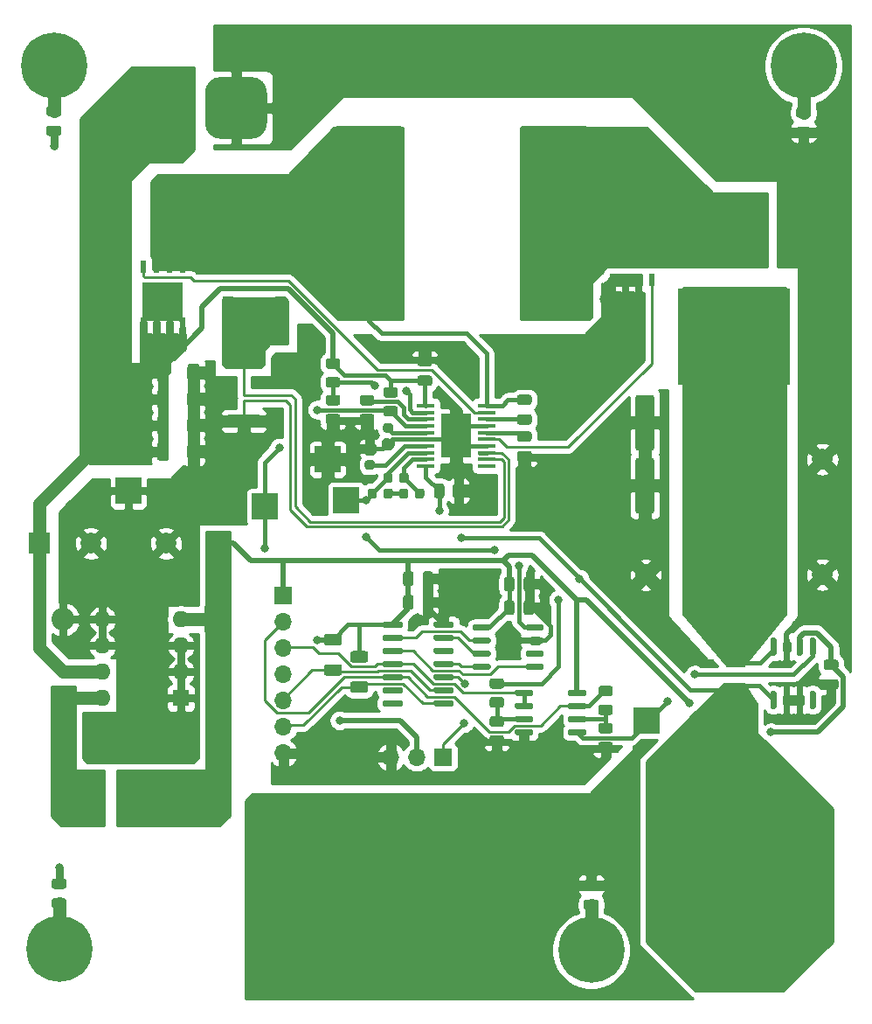
<source format=gbr>
%TF.GenerationSoftware,KiCad,Pcbnew,(5.1.9)-1*%
%TF.CreationDate,2022-02-26T00:54:21-05:00*%
%TF.ProjectId,LabPSU,4c616250-5355-42e6-9b69-6361645f7063,rev?*%
%TF.SameCoordinates,Original*%
%TF.FileFunction,Copper,L1,Top*%
%TF.FilePolarity,Positive*%
%FSLAX46Y46*%
G04 Gerber Fmt 4.6, Leading zero omitted, Abs format (unit mm)*
G04 Created by KiCad (PCBNEW (5.1.9)-1) date 2022-02-26 00:54:21*
%MOMM*%
%LPD*%
G01*
G04 APERTURE LIST*
%TA.AperFunction,EtchedComponent*%
%ADD10C,0.100000*%
%TD*%
%TA.AperFunction,ComponentPad*%
%ADD11O,1.700000X1.700000*%
%TD*%
%TA.AperFunction,ComponentPad*%
%ADD12R,1.700000X1.700000*%
%TD*%
%TA.AperFunction,SMDPad,CuDef*%
%ADD13C,0.254000*%
%TD*%
%TA.AperFunction,SMDPad,CuDef*%
%ADD14C,0.250000*%
%TD*%
%TA.AperFunction,ComponentPad*%
%ADD15O,1.600000X1.600000*%
%TD*%
%TA.AperFunction,ComponentPad*%
%ADD16R,1.600000X1.600000*%
%TD*%
%TA.AperFunction,SMDPad,CuDef*%
%ADD17R,2.900000X5.400000*%
%TD*%
%TA.AperFunction,ComponentPad*%
%ADD18O,2.200000X2.200000*%
%TD*%
%TA.AperFunction,ComponentPad*%
%ADD19R,2.200000X2.200000*%
%TD*%
%TA.AperFunction,ComponentPad*%
%ADD20C,2.000000*%
%TD*%
%TA.AperFunction,ComponentPad*%
%ADD21R,2.000000X2.000000*%
%TD*%
%TA.AperFunction,SMDPad,CuDef*%
%ADD22R,3.000000X4.200000*%
%TD*%
%TA.AperFunction,SMDPad,CuDef*%
%ADD23R,1.780000X0.420000*%
%TD*%
%TA.AperFunction,SMDPad,CuDef*%
%ADD24R,2.500000X2.500000*%
%TD*%
%TA.AperFunction,SMDPad,CuDef*%
%ADD25R,3.910000X3.810000*%
%TD*%
%TA.AperFunction,SMDPad,CuDef*%
%ADD26R,0.610000X1.020000*%
%TD*%
%TA.AperFunction,SMDPad,CuDef*%
%ADD27R,0.610000X1.270000*%
%TD*%
%TA.AperFunction,SMDPad,CuDef*%
%ADD28R,6.350000X18.800000*%
%TD*%
%TA.AperFunction,ComponentPad*%
%ADD29C,16.800000*%
%TD*%
%TA.AperFunction,ComponentPad*%
%ADD30C,6.000000*%
%TD*%
%TA.AperFunction,ComponentPad*%
%ADD31C,6.400000*%
%TD*%
%TA.AperFunction,SMDPad,CuDef*%
%ADD32R,10.800000X9.400000*%
%TD*%
%TA.AperFunction,SMDPad,CuDef*%
%ADD33R,1.100000X4.600000*%
%TD*%
%TA.AperFunction,ViaPad*%
%ADD34C,0.600000*%
%TD*%
%TA.AperFunction,ViaPad*%
%ADD35C,1.200000*%
%TD*%
%TA.AperFunction,ViaPad*%
%ADD36C,0.800000*%
%TD*%
%TA.AperFunction,Conductor*%
%ADD37C,0.381000*%
%TD*%
%TA.AperFunction,Conductor*%
%ADD38C,0.254000*%
%TD*%
%TA.AperFunction,Conductor*%
%ADD39C,0.762000*%
%TD*%
%TA.AperFunction,Conductor*%
%ADD40C,0.508000*%
%TD*%
%TA.AperFunction,Conductor*%
%ADD41C,1.270000*%
%TD*%
%TA.AperFunction,Conductor*%
%ADD42C,0.100000*%
%TD*%
G04 APERTURE END LIST*
D10*
%TO.C,NT1*%
G36*
X76835000Y-90424000D02*
G01*
X76835000Y-91424000D01*
X76581000Y-91424000D01*
X76581000Y-90424000D01*
X76835000Y-90424000D01*
G37*
%TD*%
%TO.P,U6,8*%
%TO.N,Net-(C17-Pad1)*%
%TA.AperFunction,SMDPad,CuDef*%
G36*
G01*
X128166000Y-114251000D02*
X127866000Y-114251000D01*
G75*
G02*
X127716000Y-114101000I0J150000D01*
G01*
X127716000Y-112651000D01*
G75*
G02*
X127866000Y-112501000I150000J0D01*
G01*
X128166000Y-112501000D01*
G75*
G02*
X128316000Y-112651000I0J-150000D01*
G01*
X128316000Y-114101000D01*
G75*
G02*
X128166000Y-114251000I-150000J0D01*
G01*
G37*
%TD.AperFunction*%
%TO.P,U6,7*%
%TO.N,GND*%
%TA.AperFunction,SMDPad,CuDef*%
G36*
G01*
X129436000Y-114251000D02*
X129136000Y-114251000D01*
G75*
G02*
X128986000Y-114101000I0J150000D01*
G01*
X128986000Y-112651000D01*
G75*
G02*
X129136000Y-112501000I150000J0D01*
G01*
X129436000Y-112501000D01*
G75*
G02*
X129586000Y-112651000I0J-150000D01*
G01*
X129586000Y-114101000D01*
G75*
G02*
X129436000Y-114251000I-150000J0D01*
G01*
G37*
%TD.AperFunction*%
%TO.P,U6,6*%
%TO.N,+5V*%
%TA.AperFunction,SMDPad,CuDef*%
G36*
G01*
X130706000Y-114251000D02*
X130406000Y-114251000D01*
G75*
G02*
X130256000Y-114101000I0J150000D01*
G01*
X130256000Y-112651000D01*
G75*
G02*
X130406000Y-112501000I150000J0D01*
G01*
X130706000Y-112501000D01*
G75*
G02*
X130856000Y-112651000I0J-150000D01*
G01*
X130856000Y-114101000D01*
G75*
G02*
X130706000Y-114251000I-150000J0D01*
G01*
G37*
%TD.AperFunction*%
%TO.P,U6,5*%
%TO.N,IOUT*%
%TA.AperFunction,SMDPad,CuDef*%
G36*
G01*
X131976000Y-114251000D02*
X131676000Y-114251000D01*
G75*
G02*
X131526000Y-114101000I0J150000D01*
G01*
X131526000Y-112651000D01*
G75*
G02*
X131676000Y-112501000I150000J0D01*
G01*
X131976000Y-112501000D01*
G75*
G02*
X132126000Y-112651000I0J-150000D01*
G01*
X132126000Y-114101000D01*
G75*
G02*
X131976000Y-114251000I-150000J0D01*
G01*
G37*
%TD.AperFunction*%
%TO.P,U6,4*%
%TO.N,N/C*%
%TA.AperFunction,SMDPad,CuDef*%
G36*
G01*
X131976000Y-119401000D02*
X131676000Y-119401000D01*
G75*
G02*
X131526000Y-119251000I0J150000D01*
G01*
X131526000Y-117801000D01*
G75*
G02*
X131676000Y-117651000I150000J0D01*
G01*
X131976000Y-117651000D01*
G75*
G02*
X132126000Y-117801000I0J-150000D01*
G01*
X132126000Y-119251000D01*
G75*
G02*
X131976000Y-119401000I-150000J0D01*
G01*
G37*
%TD.AperFunction*%
%TO.P,U6,3*%
%TO.N,GND*%
%TA.AperFunction,SMDPad,CuDef*%
G36*
G01*
X130706000Y-119401000D02*
X130406000Y-119401000D01*
G75*
G02*
X130256000Y-119251000I0J150000D01*
G01*
X130256000Y-117801000D01*
G75*
G02*
X130406000Y-117651000I150000J0D01*
G01*
X130706000Y-117651000D01*
G75*
G02*
X130856000Y-117801000I0J-150000D01*
G01*
X130856000Y-119251000D01*
G75*
G02*
X130706000Y-119401000I-150000J0D01*
G01*
G37*
%TD.AperFunction*%
%TO.P,U6,2*%
%TA.AperFunction,SMDPad,CuDef*%
G36*
G01*
X129436000Y-119401000D02*
X129136000Y-119401000D01*
G75*
G02*
X128986000Y-119251000I0J150000D01*
G01*
X128986000Y-117801000D01*
G75*
G02*
X129136000Y-117651000I150000J0D01*
G01*
X129436000Y-117651000D01*
G75*
G02*
X129586000Y-117801000I0J-150000D01*
G01*
X129586000Y-119251000D01*
G75*
G02*
X129436000Y-119401000I-150000J0D01*
G01*
G37*
%TD.AperFunction*%
%TO.P,U6,1*%
%TO.N,VOUT*%
%TA.AperFunction,SMDPad,CuDef*%
G36*
G01*
X128166000Y-119401000D02*
X127866000Y-119401000D01*
G75*
G02*
X127716000Y-119251000I0J150000D01*
G01*
X127716000Y-117801000D01*
G75*
G02*
X127866000Y-117651000I150000J0D01*
G01*
X128166000Y-117651000D01*
G75*
G02*
X128316000Y-117801000I0J-150000D01*
G01*
X128316000Y-119251000D01*
G75*
G02*
X128166000Y-119401000I-150000J0D01*
G01*
G37*
%TD.AperFunction*%
%TD*%
%TO.P,U5,8*%
%TO.N,/FB*%
%TA.AperFunction,SMDPad,CuDef*%
G36*
G01*
X104027000Y-111656000D02*
X104027000Y-111356000D01*
G75*
G02*
X104177000Y-111206000I150000J0D01*
G01*
X105627000Y-111206000D01*
G75*
G02*
X105777000Y-111356000I0J-150000D01*
G01*
X105777000Y-111656000D01*
G75*
G02*
X105627000Y-111806000I-150000J0D01*
G01*
X104177000Y-111806000D01*
G75*
G02*
X104027000Y-111656000I0J150000D01*
G01*
G37*
%TD.AperFunction*%
%TO.P,U5,7*%
%TO.N,GND*%
%TA.AperFunction,SMDPad,CuDef*%
G36*
G01*
X104027000Y-112926000D02*
X104027000Y-112626000D01*
G75*
G02*
X104177000Y-112476000I150000J0D01*
G01*
X105627000Y-112476000D01*
G75*
G02*
X105777000Y-112626000I0J-150000D01*
G01*
X105777000Y-112926000D01*
G75*
G02*
X105627000Y-113076000I-150000J0D01*
G01*
X104177000Y-113076000D01*
G75*
G02*
X104027000Y-112926000I0J150000D01*
G01*
G37*
%TD.AperFunction*%
%TO.P,U5,6*%
%TO.N,N/C*%
%TA.AperFunction,SMDPad,CuDef*%
G36*
G01*
X104027000Y-114196000D02*
X104027000Y-113896000D01*
G75*
G02*
X104177000Y-113746000I150000J0D01*
G01*
X105627000Y-113746000D01*
G75*
G02*
X105777000Y-113896000I0J-150000D01*
G01*
X105777000Y-114196000D01*
G75*
G02*
X105627000Y-114346000I-150000J0D01*
G01*
X104177000Y-114346000D01*
G75*
G02*
X104027000Y-114196000I0J150000D01*
G01*
G37*
%TD.AperFunction*%
%TO.P,U5,5*%
%TO.N,/LDAC*%
%TA.AperFunction,SMDPad,CuDef*%
G36*
G01*
X104027000Y-115466000D02*
X104027000Y-115166000D01*
G75*
G02*
X104177000Y-115016000I150000J0D01*
G01*
X105627000Y-115016000D01*
G75*
G02*
X105777000Y-115166000I0J-150000D01*
G01*
X105777000Y-115466000D01*
G75*
G02*
X105627000Y-115616000I-150000J0D01*
G01*
X104177000Y-115616000D01*
G75*
G02*
X104027000Y-115466000I0J150000D01*
G01*
G37*
%TD.AperFunction*%
%TO.P,U5,4*%
%TO.N,/MOSI*%
%TA.AperFunction,SMDPad,CuDef*%
G36*
G01*
X98877000Y-115466000D02*
X98877000Y-115166000D01*
G75*
G02*
X99027000Y-115016000I150000J0D01*
G01*
X100477000Y-115016000D01*
G75*
G02*
X100627000Y-115166000I0J-150000D01*
G01*
X100627000Y-115466000D01*
G75*
G02*
X100477000Y-115616000I-150000J0D01*
G01*
X99027000Y-115616000D01*
G75*
G02*
X98877000Y-115466000I0J150000D01*
G01*
G37*
%TD.AperFunction*%
%TO.P,U5,3*%
%TO.N,/SCK*%
%TA.AperFunction,SMDPad,CuDef*%
G36*
G01*
X98877000Y-114196000D02*
X98877000Y-113896000D01*
G75*
G02*
X99027000Y-113746000I150000J0D01*
G01*
X100477000Y-113746000D01*
G75*
G02*
X100627000Y-113896000I0J-150000D01*
G01*
X100627000Y-114196000D01*
G75*
G02*
X100477000Y-114346000I-150000J0D01*
G01*
X99027000Y-114346000D01*
G75*
G02*
X98877000Y-114196000I0J150000D01*
G01*
G37*
%TD.AperFunction*%
%TO.P,U5,2*%
%TO.N,/CS0*%
%TA.AperFunction,SMDPad,CuDef*%
G36*
G01*
X98877000Y-112926000D02*
X98877000Y-112626000D01*
G75*
G02*
X99027000Y-112476000I150000J0D01*
G01*
X100477000Y-112476000D01*
G75*
G02*
X100627000Y-112626000I0J-150000D01*
G01*
X100627000Y-112926000D01*
G75*
G02*
X100477000Y-113076000I-150000J0D01*
G01*
X99027000Y-113076000D01*
G75*
G02*
X98877000Y-112926000I0J150000D01*
G01*
G37*
%TD.AperFunction*%
%TO.P,U5,1*%
%TO.N,+5V*%
%TA.AperFunction,SMDPad,CuDef*%
G36*
G01*
X98877000Y-111656000D02*
X98877000Y-111356000D01*
G75*
G02*
X99027000Y-111206000I150000J0D01*
G01*
X100477000Y-111206000D01*
G75*
G02*
X100627000Y-111356000I0J-150000D01*
G01*
X100627000Y-111656000D01*
G75*
G02*
X100477000Y-111806000I-150000J0D01*
G01*
X99027000Y-111806000D01*
G75*
G02*
X98877000Y-111656000I0J150000D01*
G01*
G37*
%TD.AperFunction*%
%TD*%
D11*
%TO.P,J2,7*%
%TO.N,GND*%
X80518000Y-123698000D03*
%TO.P,J2,6*%
%TO.N,SDA*%
X80518000Y-121158000D03*
%TO.P,J2,5*%
%TO.N,SCL*%
X80518000Y-118618000D03*
%TO.P,J2,4*%
%TO.N,EN*%
X80518000Y-116078000D03*
%TO.P,J2,3*%
%TO.N,VOUTBUF*%
X80518000Y-113538000D03*
%TO.P,J2,2*%
%TO.N,IOUTBUF*%
X80518000Y-110998000D03*
D12*
%TO.P,J2,1*%
%TO.N,+5V*%
X80518000Y-108458000D03*
%TD*%
%TO.P,C7,2*%
%TO.N,GND*%
%TA.AperFunction,SMDPad,CuDef*%
G36*
G01*
X71258000Y-87518001D02*
X71258000Y-86217999D01*
G75*
G02*
X71507999Y-85968000I249999J0D01*
G01*
X72158001Y-85968000D01*
G75*
G02*
X72408000Y-86217999I0J-249999D01*
G01*
X72408000Y-87518001D01*
G75*
G02*
X72158001Y-87768000I-249999J0D01*
G01*
X71507999Y-87768000D01*
G75*
G02*
X71258000Y-87518001I0J249999D01*
G01*
G37*
%TD.AperFunction*%
%TO.P,C7,1*%
%TO.N,VBUS*%
%TA.AperFunction,SMDPad,CuDef*%
G36*
G01*
X68308000Y-87518001D02*
X68308000Y-86217999D01*
G75*
G02*
X68557999Y-85968000I249999J0D01*
G01*
X69208001Y-85968000D01*
G75*
G02*
X69458000Y-86217999I0J-249999D01*
G01*
X69458000Y-87518001D01*
G75*
G02*
X69208001Y-87768000I-249999J0D01*
G01*
X68557999Y-87768000D01*
G75*
G02*
X68308000Y-87518001I0J249999D01*
G01*
G37*
%TD.AperFunction*%
%TD*%
%TO.P,C5,2*%
%TO.N,GND*%
%TA.AperFunction,SMDPad,CuDef*%
G36*
G01*
X71258000Y-90058001D02*
X71258000Y-88757999D01*
G75*
G02*
X71507999Y-88508000I249999J0D01*
G01*
X72158001Y-88508000D01*
G75*
G02*
X72408000Y-88757999I0J-249999D01*
G01*
X72408000Y-90058001D01*
G75*
G02*
X72158001Y-90308000I-249999J0D01*
G01*
X71507999Y-90308000D01*
G75*
G02*
X71258000Y-90058001I0J249999D01*
G01*
G37*
%TD.AperFunction*%
%TO.P,C5,1*%
%TO.N,VBUS*%
%TA.AperFunction,SMDPad,CuDef*%
G36*
G01*
X68308000Y-90058001D02*
X68308000Y-88757999D01*
G75*
G02*
X68557999Y-88508000I249999J0D01*
G01*
X69208001Y-88508000D01*
G75*
G02*
X69458000Y-88757999I0J-249999D01*
G01*
X69458000Y-90058001D01*
G75*
G02*
X69208001Y-90308000I-249999J0D01*
G01*
X68557999Y-90308000D01*
G75*
G02*
X68308000Y-90058001I0J249999D01*
G01*
G37*
%TD.AperFunction*%
%TD*%
%TO.P,C3,2*%
%TO.N,GND*%
%TA.AperFunction,SMDPad,CuDef*%
G36*
G01*
X71258000Y-92598001D02*
X71258000Y-91297999D01*
G75*
G02*
X71507999Y-91048000I249999J0D01*
G01*
X72158001Y-91048000D01*
G75*
G02*
X72408000Y-91297999I0J-249999D01*
G01*
X72408000Y-92598001D01*
G75*
G02*
X72158001Y-92848000I-249999J0D01*
G01*
X71507999Y-92848000D01*
G75*
G02*
X71258000Y-92598001I0J249999D01*
G01*
G37*
%TD.AperFunction*%
%TO.P,C3,1*%
%TO.N,VBUS*%
%TA.AperFunction,SMDPad,CuDef*%
G36*
G01*
X68308000Y-92598001D02*
X68308000Y-91297999D01*
G75*
G02*
X68557999Y-91048000I249999J0D01*
G01*
X69208001Y-91048000D01*
G75*
G02*
X69458000Y-91297999I0J-249999D01*
G01*
X69458000Y-92598001D01*
G75*
G02*
X69208001Y-92848000I-249999J0D01*
G01*
X68557999Y-92848000D01*
G75*
G02*
X68308000Y-92598001I0J249999D01*
G01*
G37*
%TD.AperFunction*%
%TD*%
%TO.P,C2,2*%
%TO.N,GND*%
%TA.AperFunction,SMDPad,CuDef*%
G36*
G01*
X71258000Y-95138001D02*
X71258000Y-93837999D01*
G75*
G02*
X71507999Y-93588000I249999J0D01*
G01*
X72158001Y-93588000D01*
G75*
G02*
X72408000Y-93837999I0J-249999D01*
G01*
X72408000Y-95138001D01*
G75*
G02*
X72158001Y-95388000I-249999J0D01*
G01*
X71507999Y-95388000D01*
G75*
G02*
X71258000Y-95138001I0J249999D01*
G01*
G37*
%TD.AperFunction*%
%TO.P,C2,1*%
%TO.N,VBUS*%
%TA.AperFunction,SMDPad,CuDef*%
G36*
G01*
X68308000Y-95138001D02*
X68308000Y-93837999D01*
G75*
G02*
X68557999Y-93588000I249999J0D01*
G01*
X69208001Y-93588000D01*
G75*
G02*
X69458000Y-93837999I0J-249999D01*
G01*
X69458000Y-95138001D01*
G75*
G02*
X69208001Y-95388000I-249999J0D01*
G01*
X68557999Y-95388000D01*
G75*
G02*
X68308000Y-95138001I0J249999D01*
G01*
G37*
%TD.AperFunction*%
%TD*%
D13*
%TO.P,NT1,2*%
%TO.N,GND*%
X76708000Y-91424000D03*
D14*
%TO.P,NT1,1*%
%TO.N,Net-(NT1-Pad1)*%
X76708000Y-90424000D03*
%TD*%
%TO.P,R11,2*%
%TO.N,/FB*%
%TA.AperFunction,SMDPad,CuDef*%
G36*
G01*
X89591000Y-98302000D02*
X89591000Y-98802000D01*
G75*
G02*
X89366000Y-99027000I-225000J0D01*
G01*
X88916000Y-99027000D01*
G75*
G02*
X88691000Y-98802000I0J225000D01*
G01*
X88691000Y-98302000D01*
G75*
G02*
X88916000Y-98077000I225000J0D01*
G01*
X89366000Y-98077000D01*
G75*
G02*
X89591000Y-98302000I0J-225000D01*
G01*
G37*
%TD.AperFunction*%
%TO.P,R11,1*%
%TO.N,Net-(C13-Pad1)*%
%TA.AperFunction,SMDPad,CuDef*%
G36*
G01*
X91141000Y-98302000D02*
X91141000Y-98802000D01*
G75*
G02*
X90916000Y-99027000I-225000J0D01*
G01*
X90466000Y-99027000D01*
G75*
G02*
X90241000Y-98802000I0J225000D01*
G01*
X90241000Y-98302000D01*
G75*
G02*
X90466000Y-98077000I225000J0D01*
G01*
X90916000Y-98077000D01*
G75*
G02*
X91141000Y-98302000I0J-225000D01*
G01*
G37*
%TD.AperFunction*%
%TD*%
%TO.P,C15,2*%
%TO.N,Net-(C13-Pad2)*%
%TA.AperFunction,SMDPad,CuDef*%
G36*
G01*
X91765000Y-97278000D02*
X91765000Y-96778000D01*
G75*
G02*
X91990000Y-96553000I225000J0D01*
G01*
X92440000Y-96553000D01*
G75*
G02*
X92665000Y-96778000I0J-225000D01*
G01*
X92665000Y-97278000D01*
G75*
G02*
X92440000Y-97503000I-225000J0D01*
G01*
X91990000Y-97503000D01*
G75*
G02*
X91765000Y-97278000I0J225000D01*
G01*
G37*
%TD.AperFunction*%
%TO.P,C15,1*%
%TO.N,/FB*%
%TA.AperFunction,SMDPad,CuDef*%
G36*
G01*
X90215000Y-97278000D02*
X90215000Y-96778000D01*
G75*
G02*
X90440000Y-96553000I225000J0D01*
G01*
X90890000Y-96553000D01*
G75*
G02*
X91115000Y-96778000I0J-225000D01*
G01*
X91115000Y-97278000D01*
G75*
G02*
X90890000Y-97503000I-225000J0D01*
G01*
X90440000Y-97503000D01*
G75*
G02*
X90215000Y-97278000I0J225000D01*
G01*
G37*
%TD.AperFunction*%
%TD*%
%TO.P,C13,2*%
%TO.N,Net-(C13-Pad2)*%
%TA.AperFunction,SMDPad,CuDef*%
G36*
G01*
X93289000Y-98802000D02*
X93289000Y-98302000D01*
G75*
G02*
X93514000Y-98077000I225000J0D01*
G01*
X93964000Y-98077000D01*
G75*
G02*
X94189000Y-98302000I0J-225000D01*
G01*
X94189000Y-98802000D01*
G75*
G02*
X93964000Y-99027000I-225000J0D01*
G01*
X93514000Y-99027000D01*
G75*
G02*
X93289000Y-98802000I0J225000D01*
G01*
G37*
%TD.AperFunction*%
%TO.P,C13,1*%
%TO.N,Net-(C13-Pad1)*%
%TA.AperFunction,SMDPad,CuDef*%
G36*
G01*
X91739000Y-98802000D02*
X91739000Y-98302000D01*
G75*
G02*
X91964000Y-98077000I225000J0D01*
G01*
X92414000Y-98077000D01*
G75*
G02*
X92639000Y-98302000I0J-225000D01*
G01*
X92639000Y-98802000D01*
G75*
G02*
X92414000Y-99027000I-225000J0D01*
G01*
X91964000Y-99027000D01*
G75*
G02*
X91739000Y-98802000I0J225000D01*
G01*
G37*
%TD.AperFunction*%
%TD*%
%TO.P,C6,2*%
%TO.N,GND*%
%TA.AperFunction,SMDPad,CuDef*%
G36*
G01*
X90428000Y-93289000D02*
X90928000Y-93289000D01*
G75*
G02*
X91153000Y-93514000I0J-225000D01*
G01*
X91153000Y-93964000D01*
G75*
G02*
X90928000Y-94189000I-225000J0D01*
G01*
X90428000Y-94189000D01*
G75*
G02*
X90203000Y-93964000I0J225000D01*
G01*
X90203000Y-93514000D01*
G75*
G02*
X90428000Y-93289000I225000J0D01*
G01*
G37*
%TD.AperFunction*%
%TO.P,C6,1*%
%TO.N,Net-(C6-Pad1)*%
%TA.AperFunction,SMDPad,CuDef*%
G36*
G01*
X90428000Y-91739000D02*
X90928000Y-91739000D01*
G75*
G02*
X91153000Y-91964000I0J-225000D01*
G01*
X91153000Y-92414000D01*
G75*
G02*
X90928000Y-92639000I-225000J0D01*
G01*
X90428000Y-92639000D01*
G75*
G02*
X90203000Y-92414000I0J225000D01*
G01*
X90203000Y-91964000D01*
G75*
G02*
X90428000Y-91739000I225000J0D01*
G01*
G37*
%TD.AperFunction*%
%TD*%
%TO.P,C4,2*%
%TO.N,GND*%
%TA.AperFunction,SMDPad,CuDef*%
G36*
G01*
X89150000Y-94671000D02*
X88650000Y-94671000D01*
G75*
G02*
X88425000Y-94446000I0J225000D01*
G01*
X88425000Y-93996000D01*
G75*
G02*
X88650000Y-93771000I225000J0D01*
G01*
X89150000Y-93771000D01*
G75*
G02*
X89375000Y-93996000I0J-225000D01*
G01*
X89375000Y-94446000D01*
G75*
G02*
X89150000Y-94671000I-225000J0D01*
G01*
G37*
%TD.AperFunction*%
%TO.P,C4,1*%
%TO.N,Net-(C4-Pad1)*%
%TA.AperFunction,SMDPad,CuDef*%
G36*
G01*
X89150000Y-96221000D02*
X88650000Y-96221000D01*
G75*
G02*
X88425000Y-95996000I0J225000D01*
G01*
X88425000Y-95546000D01*
G75*
G02*
X88650000Y-95321000I225000J0D01*
G01*
X89150000Y-95321000D01*
G75*
G02*
X89375000Y-95546000I0J-225000D01*
G01*
X89375000Y-95996000D01*
G75*
G02*
X89150000Y-96221000I-225000J0D01*
G01*
G37*
%TD.AperFunction*%
%TD*%
D15*
%TO.P,U1,8*%
%TO.N,Net-(D1-Pad1)*%
X62992000Y-118364000D03*
%TO.P,U1,4*%
%TO.N,+5V*%
X70612000Y-110744000D03*
%TO.P,U1,7*%
%TO.N,VBUS*%
X62992000Y-115824000D03*
%TO.P,U1,3*%
%TO.N,GND*%
X70612000Y-113284000D03*
%TO.P,U1,6*%
X62992000Y-113284000D03*
%TO.P,U1,2*%
X70612000Y-115824000D03*
%TO.P,U1,5*%
X62992000Y-110744000D03*
D16*
%TO.P,U1,1*%
X70612000Y-118364000D03*
%TD*%
D17*
%TO.P,L1,2*%
%TO.N,+5V*%
X71498000Y-128016000D03*
%TO.P,L1,1*%
%TO.N,Net-(D1-Pad1)*%
X61598000Y-128016000D03*
%TD*%
D18*
%TO.P,D1,2*%
%TO.N,GND*%
X59182000Y-110744000D03*
D19*
%TO.P,D1,1*%
%TO.N,Net-(D1-Pad1)*%
X59182000Y-118364000D03*
%TD*%
D20*
%TO.P,C8,2*%
%TO.N,GND*%
X69168000Y-103378000D03*
D21*
%TO.P,C8,1*%
%TO.N,+5V*%
X74168000Y-103378000D03*
%TD*%
D20*
%TO.P,C1,2*%
%TO.N,GND*%
X61896000Y-103378000D03*
D21*
%TO.P,C1,1*%
%TO.N,VBUS*%
X56896000Y-103378000D03*
%TD*%
%TO.P,R6,2*%
%TO.N,SDA*%
%TA.AperFunction,SMDPad,CuDef*%
G36*
G01*
X87258999Y-116724000D02*
X88509001Y-116724000D01*
G75*
G02*
X88759000Y-116973999I0J-249999D01*
G01*
X88759000Y-117599001D01*
G75*
G02*
X88509001Y-117849000I-249999J0D01*
G01*
X87258999Y-117849000D01*
G75*
G02*
X87009000Y-117599001I0J249999D01*
G01*
X87009000Y-116973999D01*
G75*
G02*
X87258999Y-116724000I249999J0D01*
G01*
G37*
%TD.AperFunction*%
%TO.P,R6,1*%
%TO.N,+5V*%
%TA.AperFunction,SMDPad,CuDef*%
G36*
G01*
X87258999Y-113799000D02*
X88509001Y-113799000D01*
G75*
G02*
X88759000Y-114048999I0J-249999D01*
G01*
X88759000Y-114674001D01*
G75*
G02*
X88509001Y-114924000I-249999J0D01*
G01*
X87258999Y-114924000D01*
G75*
G02*
X87009000Y-114674001I0J249999D01*
G01*
X87009000Y-114048999D01*
G75*
G02*
X87258999Y-113799000I249999J0D01*
G01*
G37*
%TD.AperFunction*%
%TD*%
%TO.P,R5,2*%
%TO.N,SCL*%
%TA.AperFunction,SMDPad,CuDef*%
G36*
G01*
X84718999Y-115073000D02*
X85969001Y-115073000D01*
G75*
G02*
X86219000Y-115322999I0J-249999D01*
G01*
X86219000Y-115948001D01*
G75*
G02*
X85969001Y-116198000I-249999J0D01*
G01*
X84718999Y-116198000D01*
G75*
G02*
X84469000Y-115948001I0J249999D01*
G01*
X84469000Y-115322999D01*
G75*
G02*
X84718999Y-115073000I249999J0D01*
G01*
G37*
%TD.AperFunction*%
%TO.P,R5,1*%
%TO.N,+5V*%
%TA.AperFunction,SMDPad,CuDef*%
G36*
G01*
X84718999Y-112148000D02*
X85969001Y-112148000D01*
G75*
G02*
X86219000Y-112397999I0J-249999D01*
G01*
X86219000Y-113023001D01*
G75*
G02*
X85969001Y-113273000I-249999J0D01*
G01*
X84718999Y-113273000D01*
G75*
G02*
X84469000Y-113023001I0J249999D01*
G01*
X84469000Y-112397999D01*
G75*
G02*
X84718999Y-112148000I249999J0D01*
G01*
G37*
%TD.AperFunction*%
%TD*%
%TO.P,C20,2*%
%TO.N,GND*%
%TA.AperFunction,SMDPad,CuDef*%
G36*
G01*
X116460000Y-95340000D02*
X116460000Y-100240000D01*
G75*
G02*
X116210000Y-100490000I-250000J0D01*
G01*
X114910000Y-100490000D01*
G75*
G02*
X114660000Y-100240000I0J250000D01*
G01*
X114660000Y-95340000D01*
G75*
G02*
X114910000Y-95090000I250000J0D01*
G01*
X116210000Y-95090000D01*
G75*
G02*
X116460000Y-95340000I0J-250000D01*
G01*
G37*
%TD.AperFunction*%
%TO.P,C20,1*%
%TO.N,Net-(C17-Pad1)*%
%TA.AperFunction,SMDPad,CuDef*%
G36*
G01*
X121560000Y-95340000D02*
X121560000Y-100240000D01*
G75*
G02*
X121310000Y-100490000I-250000J0D01*
G01*
X120010000Y-100490000D01*
G75*
G02*
X119760000Y-100240000I0J250000D01*
G01*
X119760000Y-95340000D01*
G75*
G02*
X120010000Y-95090000I250000J0D01*
G01*
X121310000Y-95090000D01*
G75*
G02*
X121560000Y-95340000I0J-250000D01*
G01*
G37*
%TD.AperFunction*%
%TD*%
%TO.P,C17,2*%
%TO.N,GND*%
%TA.AperFunction,SMDPad,CuDef*%
G36*
G01*
X116460000Y-89244000D02*
X116460000Y-94144000D01*
G75*
G02*
X116210000Y-94394000I-250000J0D01*
G01*
X114910000Y-94394000D01*
G75*
G02*
X114660000Y-94144000I0J250000D01*
G01*
X114660000Y-89244000D01*
G75*
G02*
X114910000Y-88994000I250000J0D01*
G01*
X116210000Y-88994000D01*
G75*
G02*
X116460000Y-89244000I0J-250000D01*
G01*
G37*
%TD.AperFunction*%
%TO.P,C17,1*%
%TO.N,Net-(C17-Pad1)*%
%TA.AperFunction,SMDPad,CuDef*%
G36*
G01*
X121560000Y-89244000D02*
X121560000Y-94144000D01*
G75*
G02*
X121310000Y-94394000I-250000J0D01*
G01*
X120010000Y-94394000D01*
G75*
G02*
X119760000Y-94144000I0J250000D01*
G01*
X119760000Y-89244000D01*
G75*
G02*
X120010000Y-88994000I250000J0D01*
G01*
X121310000Y-88994000D01*
G75*
G02*
X121560000Y-89244000I0J-250000D01*
G01*
G37*
%TD.AperFunction*%
%TD*%
%TO.P,U4,14*%
%TO.N,GND*%
%TA.AperFunction,SMDPad,CuDef*%
G36*
G01*
X95099000Y-111402000D02*
X95099000Y-111102000D01*
G75*
G02*
X95249000Y-110952000I150000J0D01*
G01*
X96899000Y-110952000D01*
G75*
G02*
X97049000Y-111102000I0J-150000D01*
G01*
X97049000Y-111402000D01*
G75*
G02*
X96899000Y-111552000I-150000J0D01*
G01*
X95249000Y-111552000D01*
G75*
G02*
X95099000Y-111402000I0J150000D01*
G01*
G37*
%TD.AperFunction*%
%TO.P,U4,13*%
%TO.N,/SCK*%
%TA.AperFunction,SMDPad,CuDef*%
G36*
G01*
X95099000Y-112672000D02*
X95099000Y-112372000D01*
G75*
G02*
X95249000Y-112222000I150000J0D01*
G01*
X96899000Y-112222000D01*
G75*
G02*
X97049000Y-112372000I0J-150000D01*
G01*
X97049000Y-112672000D01*
G75*
G02*
X96899000Y-112822000I-150000J0D01*
G01*
X95249000Y-112822000D01*
G75*
G02*
X95099000Y-112672000I0J150000D01*
G01*
G37*
%TD.AperFunction*%
%TO.P,U4,12*%
%TO.N,N/C*%
%TA.AperFunction,SMDPad,CuDef*%
G36*
G01*
X95099000Y-113942000D02*
X95099000Y-113642000D01*
G75*
G02*
X95249000Y-113492000I150000J0D01*
G01*
X96899000Y-113492000D01*
G75*
G02*
X97049000Y-113642000I0J-150000D01*
G01*
X97049000Y-113942000D01*
G75*
G02*
X96899000Y-114092000I-150000J0D01*
G01*
X95249000Y-114092000D01*
G75*
G02*
X95099000Y-113942000I0J150000D01*
G01*
G37*
%TD.AperFunction*%
%TO.P,U4,11*%
%TO.N,/MOSI*%
%TA.AperFunction,SMDPad,CuDef*%
G36*
G01*
X95099000Y-115212000D02*
X95099000Y-114912000D01*
G75*
G02*
X95249000Y-114762000I150000J0D01*
G01*
X96899000Y-114762000D01*
G75*
G02*
X97049000Y-114912000I0J-150000D01*
G01*
X97049000Y-115212000D01*
G75*
G02*
X96899000Y-115362000I-150000J0D01*
G01*
X95249000Y-115362000D01*
G75*
G02*
X95099000Y-115212000I0J150000D01*
G01*
G37*
%TD.AperFunction*%
%TO.P,U4,10*%
%TO.N,/UPDI*%
%TA.AperFunction,SMDPad,CuDef*%
G36*
G01*
X95099000Y-116482000D02*
X95099000Y-116182000D01*
G75*
G02*
X95249000Y-116032000I150000J0D01*
G01*
X96899000Y-116032000D01*
G75*
G02*
X97049000Y-116182000I0J-150000D01*
G01*
X97049000Y-116482000D01*
G75*
G02*
X96899000Y-116632000I-150000J0D01*
G01*
X95249000Y-116632000D01*
G75*
G02*
X95099000Y-116482000I0J150000D01*
G01*
G37*
%TD.AperFunction*%
%TO.P,U4,9*%
%TO.N,SCL*%
%TA.AperFunction,SMDPad,CuDef*%
G36*
G01*
X95099000Y-117752000D02*
X95099000Y-117452000D01*
G75*
G02*
X95249000Y-117302000I150000J0D01*
G01*
X96899000Y-117302000D01*
G75*
G02*
X97049000Y-117452000I0J-150000D01*
G01*
X97049000Y-117752000D01*
G75*
G02*
X96899000Y-117902000I-150000J0D01*
G01*
X95249000Y-117902000D01*
G75*
G02*
X95099000Y-117752000I0J150000D01*
G01*
G37*
%TD.AperFunction*%
%TO.P,U4,8*%
%TO.N,SDA*%
%TA.AperFunction,SMDPad,CuDef*%
G36*
G01*
X95099000Y-119022000D02*
X95099000Y-118722000D01*
G75*
G02*
X95249000Y-118572000I150000J0D01*
G01*
X96899000Y-118572000D01*
G75*
G02*
X97049000Y-118722000I0J-150000D01*
G01*
X97049000Y-119022000D01*
G75*
G02*
X96899000Y-119172000I-150000J0D01*
G01*
X95249000Y-119172000D01*
G75*
G02*
X95099000Y-119022000I0J150000D01*
G01*
G37*
%TD.AperFunction*%
%TO.P,U4,7*%
%TO.N,N/C*%
%TA.AperFunction,SMDPad,CuDef*%
G36*
G01*
X90149000Y-119022000D02*
X90149000Y-118722000D01*
G75*
G02*
X90299000Y-118572000I150000J0D01*
G01*
X91949000Y-118572000D01*
G75*
G02*
X92099000Y-118722000I0J-150000D01*
G01*
X92099000Y-119022000D01*
G75*
G02*
X91949000Y-119172000I-150000J0D01*
G01*
X90299000Y-119172000D01*
G75*
G02*
X90149000Y-119022000I0J150000D01*
G01*
G37*
%TD.AperFunction*%
%TO.P,U4,6*%
%TA.AperFunction,SMDPad,CuDef*%
G36*
G01*
X90149000Y-117752000D02*
X90149000Y-117452000D01*
G75*
G02*
X90299000Y-117302000I150000J0D01*
G01*
X91949000Y-117302000D01*
G75*
G02*
X92099000Y-117452000I0J-150000D01*
G01*
X92099000Y-117752000D01*
G75*
G02*
X91949000Y-117902000I-150000J0D01*
G01*
X90299000Y-117902000D01*
G75*
G02*
X90149000Y-117752000I0J150000D01*
G01*
G37*
%TD.AperFunction*%
%TO.P,U4,5*%
%TO.N,IOUTBUF*%
%TA.AperFunction,SMDPad,CuDef*%
G36*
G01*
X90149000Y-116482000D02*
X90149000Y-116182000D01*
G75*
G02*
X90299000Y-116032000I150000J0D01*
G01*
X91949000Y-116032000D01*
G75*
G02*
X92099000Y-116182000I0J-150000D01*
G01*
X92099000Y-116482000D01*
G75*
G02*
X91949000Y-116632000I-150000J0D01*
G01*
X90299000Y-116632000D01*
G75*
G02*
X90149000Y-116482000I0J150000D01*
G01*
G37*
%TD.AperFunction*%
%TO.P,U4,4*%
%TO.N,VOUTBUF*%
%TA.AperFunction,SMDPad,CuDef*%
G36*
G01*
X90149000Y-115212000D02*
X90149000Y-114912000D01*
G75*
G02*
X90299000Y-114762000I150000J0D01*
G01*
X91949000Y-114762000D01*
G75*
G02*
X92099000Y-114912000I0J-150000D01*
G01*
X92099000Y-115212000D01*
G75*
G02*
X91949000Y-115362000I-150000J0D01*
G01*
X90299000Y-115362000D01*
G75*
G02*
X90149000Y-115212000I0J150000D01*
G01*
G37*
%TD.AperFunction*%
%TO.P,U4,3*%
%TO.N,/LDAC*%
%TA.AperFunction,SMDPad,CuDef*%
G36*
G01*
X90149000Y-113942000D02*
X90149000Y-113642000D01*
G75*
G02*
X90299000Y-113492000I150000J0D01*
G01*
X91949000Y-113492000D01*
G75*
G02*
X92099000Y-113642000I0J-150000D01*
G01*
X92099000Y-113942000D01*
G75*
G02*
X91949000Y-114092000I-150000J0D01*
G01*
X90299000Y-114092000D01*
G75*
G02*
X90149000Y-113942000I0J150000D01*
G01*
G37*
%TD.AperFunction*%
%TO.P,U4,2*%
%TO.N,/CS0*%
%TA.AperFunction,SMDPad,CuDef*%
G36*
G01*
X90149000Y-112672000D02*
X90149000Y-112372000D01*
G75*
G02*
X90299000Y-112222000I150000J0D01*
G01*
X91949000Y-112222000D01*
G75*
G02*
X92099000Y-112372000I0J-150000D01*
G01*
X92099000Y-112672000D01*
G75*
G02*
X91949000Y-112822000I-150000J0D01*
G01*
X90299000Y-112822000D01*
G75*
G02*
X90149000Y-112672000I0J150000D01*
G01*
G37*
%TD.AperFunction*%
%TO.P,U4,1*%
%TO.N,+5V*%
%TA.AperFunction,SMDPad,CuDef*%
G36*
G01*
X90149000Y-111402000D02*
X90149000Y-111102000D01*
G75*
G02*
X90299000Y-110952000I150000J0D01*
G01*
X91949000Y-110952000D01*
G75*
G02*
X92099000Y-111102000I0J-150000D01*
G01*
X92099000Y-111402000D01*
G75*
G02*
X91949000Y-111552000I-150000J0D01*
G01*
X90299000Y-111552000D01*
G75*
G02*
X90149000Y-111402000I0J150000D01*
G01*
G37*
%TD.AperFunction*%
%TD*%
%TO.P,U3,8*%
%TO.N,+5V*%
%TA.AperFunction,SMDPad,CuDef*%
G36*
G01*
X108126000Y-118006000D02*
X108126000Y-117706000D01*
G75*
G02*
X108276000Y-117556000I150000J0D01*
G01*
X109726000Y-117556000D01*
G75*
G02*
X109876000Y-117706000I0J-150000D01*
G01*
X109876000Y-118006000D01*
G75*
G02*
X109726000Y-118156000I-150000J0D01*
G01*
X108276000Y-118156000D01*
G75*
G02*
X108126000Y-118006000I0J150000D01*
G01*
G37*
%TD.AperFunction*%
%TO.P,U3,7*%
%TO.N,IOUTBUF*%
%TA.AperFunction,SMDPad,CuDef*%
G36*
G01*
X108126000Y-119276000D02*
X108126000Y-118976000D01*
G75*
G02*
X108276000Y-118826000I150000J0D01*
G01*
X109726000Y-118826000D01*
G75*
G02*
X109876000Y-118976000I0J-150000D01*
G01*
X109876000Y-119276000D01*
G75*
G02*
X109726000Y-119426000I-150000J0D01*
G01*
X108276000Y-119426000D01*
G75*
G02*
X108126000Y-119276000I0J150000D01*
G01*
G37*
%TD.AperFunction*%
%TO.P,U3,6*%
%TO.N,Net-(R7-Pad2)*%
%TA.AperFunction,SMDPad,CuDef*%
G36*
G01*
X108126000Y-120546000D02*
X108126000Y-120246000D01*
G75*
G02*
X108276000Y-120096000I150000J0D01*
G01*
X109726000Y-120096000D01*
G75*
G02*
X109876000Y-120246000I0J-150000D01*
G01*
X109876000Y-120546000D01*
G75*
G02*
X109726000Y-120696000I-150000J0D01*
G01*
X108276000Y-120696000D01*
G75*
G02*
X108126000Y-120546000I0J150000D01*
G01*
G37*
%TD.AperFunction*%
%TO.P,U3,5*%
%TO.N,IOUT*%
%TA.AperFunction,SMDPad,CuDef*%
G36*
G01*
X108126000Y-121816000D02*
X108126000Y-121516000D01*
G75*
G02*
X108276000Y-121366000I150000J0D01*
G01*
X109726000Y-121366000D01*
G75*
G02*
X109876000Y-121516000I0J-150000D01*
G01*
X109876000Y-121816000D01*
G75*
G02*
X109726000Y-121966000I-150000J0D01*
G01*
X108276000Y-121966000D01*
G75*
G02*
X108126000Y-121816000I0J150000D01*
G01*
G37*
%TD.AperFunction*%
%TO.P,U3,4*%
%TO.N,GND*%
%TA.AperFunction,SMDPad,CuDef*%
G36*
G01*
X102976000Y-121816000D02*
X102976000Y-121516000D01*
G75*
G02*
X103126000Y-121366000I150000J0D01*
G01*
X104576000Y-121366000D01*
G75*
G02*
X104726000Y-121516000I0J-150000D01*
G01*
X104726000Y-121816000D01*
G75*
G02*
X104576000Y-121966000I-150000J0D01*
G01*
X103126000Y-121966000D01*
G75*
G02*
X102976000Y-121816000I0J150000D01*
G01*
G37*
%TD.AperFunction*%
%TO.P,U3,3*%
%TO.N,Net-(R10-Pad1)*%
%TA.AperFunction,SMDPad,CuDef*%
G36*
G01*
X102976000Y-120546000D02*
X102976000Y-120246000D01*
G75*
G02*
X103126000Y-120096000I150000J0D01*
G01*
X104576000Y-120096000D01*
G75*
G02*
X104726000Y-120246000I0J-150000D01*
G01*
X104726000Y-120546000D01*
G75*
G02*
X104576000Y-120696000I-150000J0D01*
G01*
X103126000Y-120696000D01*
G75*
G02*
X102976000Y-120546000I0J150000D01*
G01*
G37*
%TD.AperFunction*%
%TO.P,U3,2*%
%TO.N,VOUTBUF*%
%TA.AperFunction,SMDPad,CuDef*%
G36*
G01*
X102976000Y-119276000D02*
X102976000Y-118976000D01*
G75*
G02*
X103126000Y-118826000I150000J0D01*
G01*
X104576000Y-118826000D01*
G75*
G02*
X104726000Y-118976000I0J-150000D01*
G01*
X104726000Y-119276000D01*
G75*
G02*
X104576000Y-119426000I-150000J0D01*
G01*
X103126000Y-119426000D01*
G75*
G02*
X102976000Y-119276000I0J150000D01*
G01*
G37*
%TD.AperFunction*%
%TO.P,U3,1*%
%TA.AperFunction,SMDPad,CuDef*%
G36*
G01*
X102976000Y-118006000D02*
X102976000Y-117706000D01*
G75*
G02*
X103126000Y-117556000I150000J0D01*
G01*
X104576000Y-117556000D01*
G75*
G02*
X104726000Y-117706000I0J-150000D01*
G01*
X104726000Y-118006000D01*
G75*
G02*
X104576000Y-118156000I-150000J0D01*
G01*
X103126000Y-118156000D01*
G75*
G02*
X102976000Y-118006000I0J150000D01*
G01*
G37*
%TD.AperFunction*%
%TD*%
D22*
%TO.P,U2,21*%
%TO.N,GND*%
X97282000Y-92964000D03*
D23*
%TO.P,U2,20*%
%TO.N,Net-(C14-Pad2)*%
X100252000Y-90039000D03*
%TO.P,U2,19*%
%TO.N,Net-(Q1-Pad4)*%
X100252000Y-90689000D03*
%TO.P,U2,18*%
%TO.N,Net-(C14-Pad1)*%
X100252000Y-91339000D03*
%TO.P,U2,17*%
%TO.N,GND*%
X100252000Y-91989000D03*
%TO.P,U2,16*%
%TO.N,Net-(C10-Pad1)*%
X100252000Y-92639000D03*
%TO.P,U2,15*%
%TO.N,Net-(Q2-Pad4)*%
X100252000Y-93289000D03*
%TO.P,U2,14*%
%TO.N,GND*%
X100252000Y-93939000D03*
%TO.P,U2,13*%
%TO.N,Net-(NT1-Pad1)*%
X100252000Y-94589000D03*
%TO.P,U2,12*%
%TO.N,Net-(D2-Pad2)*%
X100252000Y-95239000D03*
%TO.P,U2,11*%
%TO.N,N/C*%
X100252000Y-95889000D03*
%TO.P,U2,10*%
%TO.N,VOUT*%
X94312000Y-95889000D03*
%TO.P,U2,9*%
%TO.N,Net-(C13-Pad2)*%
X94312000Y-95239000D03*
%TO.P,U2,8*%
%TO.N,/FB*%
X94312000Y-94589000D03*
%TO.P,U2,7*%
%TO.N,Net-(C4-Pad1)*%
X94312000Y-93939000D03*
%TO.P,U2,6*%
%TO.N,GND*%
X94312000Y-93289000D03*
%TO.P,U2,5*%
%TO.N,Net-(C6-Pad1)*%
X94312000Y-92639000D03*
%TO.P,U2,4*%
%TO.N,EN*%
X94312000Y-91989000D03*
%TO.P,U2,3*%
%TO.N,Net-(R3-Pad1)*%
X94312000Y-91339000D03*
%TO.P,U2,2*%
%TO.N,Net-(R1-Pad2)*%
X94312000Y-90689000D03*
%TO.P,U2,1*%
%TO.N,VBUS*%
X94312000Y-90039000D03*
%TD*%
D24*
%TO.P,TP10,1*%
%TO.N,IOUT*%
X115697000Y-120523000D03*
%TD*%
%TO.P,TP9,1*%
%TO.N,GND*%
X84836000Y-95250000D03*
%TD*%
%TO.P,TP8,1*%
%TO.N,Net-(C17-Pad1)*%
X124206000Y-111252000D03*
%TD*%
%TO.P,TP7,1*%
%TO.N,Net-(D3-Pad2)*%
X112776000Y-68326000D03*
%TD*%
%TO.P,TP6,1*%
%TO.N,/FB*%
X86614000Y-99187000D03*
%TD*%
%TO.P,TP5,1*%
%TO.N,Net-(C14-Pad2)*%
X69342000Y-69342000D03*
%TD*%
%TO.P,TP4,1*%
%TO.N,EN*%
X78740000Y-99822000D03*
%TD*%
%TO.P,TP2,1*%
%TO.N,GND*%
X65532000Y-98298000D03*
%TD*%
%TO.P,TP3,1*%
%TO.N,+5V*%
X74168000Y-110744000D03*
%TD*%
%TO.P,TP1,1*%
%TO.N,VBUS*%
X62230000Y-83312000D03*
%TD*%
%TO.P,R13,2*%
%TO.N,Net-(C17-Pad1)*%
%TA.AperFunction,SMDPad,CuDef*%
G36*
G01*
X124958001Y-115178000D02*
X123707999Y-115178000D01*
G75*
G02*
X123458000Y-114928001I0J249999D01*
G01*
X123458000Y-114302999D01*
G75*
G02*
X123707999Y-114053000I249999J0D01*
G01*
X124958001Y-114053000D01*
G75*
G02*
X125208000Y-114302999I0J-249999D01*
G01*
X125208000Y-114928001D01*
G75*
G02*
X124958001Y-115178000I-249999J0D01*
G01*
G37*
%TD.AperFunction*%
%TO.P,R13,1*%
%TO.N,VOUT*%
%TA.AperFunction,SMDPad,CuDef*%
G36*
G01*
X124958001Y-118103000D02*
X123707999Y-118103000D01*
G75*
G02*
X123458000Y-117853001I0J249999D01*
G01*
X123458000Y-117227999D01*
G75*
G02*
X123707999Y-116978000I249999J0D01*
G01*
X124958001Y-116978000D01*
G75*
G02*
X125208000Y-117227999I0J-249999D01*
G01*
X125208000Y-117853001D01*
G75*
G02*
X124958001Y-118103000I-249999J0D01*
G01*
G37*
%TD.AperFunction*%
%TD*%
%TO.P,R10,2*%
%TO.N,GND*%
%TA.AperFunction,SMDPad,CuDef*%
G36*
G01*
X100768999Y-121939000D02*
X101669001Y-121939000D01*
G75*
G02*
X101919000Y-122188999I0J-249999D01*
G01*
X101919000Y-122714001D01*
G75*
G02*
X101669001Y-122964000I-249999J0D01*
G01*
X100768999Y-122964000D01*
G75*
G02*
X100519000Y-122714001I0J249999D01*
G01*
X100519000Y-122188999D01*
G75*
G02*
X100768999Y-121939000I249999J0D01*
G01*
G37*
%TD.AperFunction*%
%TO.P,R10,1*%
%TO.N,Net-(R10-Pad1)*%
%TA.AperFunction,SMDPad,CuDef*%
G36*
G01*
X100768999Y-120114000D02*
X101669001Y-120114000D01*
G75*
G02*
X101919000Y-120363999I0J-249999D01*
G01*
X101919000Y-120889001D01*
G75*
G02*
X101669001Y-121139000I-249999J0D01*
G01*
X100768999Y-121139000D01*
G75*
G02*
X100519000Y-120889001I0J249999D01*
G01*
X100519000Y-120363999D01*
G75*
G02*
X100768999Y-120114000I249999J0D01*
G01*
G37*
%TD.AperFunction*%
%TD*%
%TO.P,R9,2*%
%TO.N,Net-(R10-Pad1)*%
%TA.AperFunction,SMDPad,CuDef*%
G36*
G01*
X100768999Y-118256000D02*
X101669001Y-118256000D01*
G75*
G02*
X101919000Y-118505999I0J-249999D01*
G01*
X101919000Y-119031001D01*
G75*
G02*
X101669001Y-119281000I-249999J0D01*
G01*
X100768999Y-119281000D01*
G75*
G02*
X100519000Y-119031001I0J249999D01*
G01*
X100519000Y-118505999D01*
G75*
G02*
X100768999Y-118256000I249999J0D01*
G01*
G37*
%TD.AperFunction*%
%TO.P,R9,1*%
%TO.N,VOUT*%
%TA.AperFunction,SMDPad,CuDef*%
G36*
G01*
X100768999Y-116431000D02*
X101669001Y-116431000D01*
G75*
G02*
X101919000Y-116680999I0J-249999D01*
G01*
X101919000Y-117206001D01*
G75*
G02*
X101669001Y-117456000I-249999J0D01*
G01*
X100768999Y-117456000D01*
G75*
G02*
X100519000Y-117206001I0J249999D01*
G01*
X100519000Y-116680999D01*
G75*
G02*
X100768999Y-116431000I249999J0D01*
G01*
G37*
%TD.AperFunction*%
%TD*%
%TO.P,R8,2*%
%TO.N,IOUTBUF*%
%TA.AperFunction,SMDPad,CuDef*%
G36*
G01*
X112210001Y-118194500D02*
X111309999Y-118194500D01*
G75*
G02*
X111060000Y-117944501I0J249999D01*
G01*
X111060000Y-117419499D01*
G75*
G02*
X111309999Y-117169500I249999J0D01*
G01*
X112210001Y-117169500D01*
G75*
G02*
X112460000Y-117419499I0J-249999D01*
G01*
X112460000Y-117944501D01*
G75*
G02*
X112210001Y-118194500I-249999J0D01*
G01*
G37*
%TD.AperFunction*%
%TO.P,R8,1*%
%TO.N,Net-(R7-Pad2)*%
%TA.AperFunction,SMDPad,CuDef*%
G36*
G01*
X112210001Y-120019500D02*
X111309999Y-120019500D01*
G75*
G02*
X111060000Y-119769501I0J249999D01*
G01*
X111060000Y-119244499D01*
G75*
G02*
X111309999Y-118994500I249999J0D01*
G01*
X112210001Y-118994500D01*
G75*
G02*
X112460000Y-119244499I0J-249999D01*
G01*
X112460000Y-119769501D01*
G75*
G02*
X112210001Y-120019500I-249999J0D01*
G01*
G37*
%TD.AperFunction*%
%TD*%
%TO.P,R12,2*%
%TO.N,GND*%
%TA.AperFunction,SMDPad,CuDef*%
G36*
G01*
X75283000Y-90910500D02*
X78133000Y-90910500D01*
G75*
G02*
X78383000Y-91160500I0J-250000D01*
G01*
X78383000Y-91885500D01*
G75*
G02*
X78133000Y-92135500I-250000J0D01*
G01*
X75283000Y-92135500D01*
G75*
G02*
X75033000Y-91885500I0J250000D01*
G01*
X75033000Y-91160500D01*
G75*
G02*
X75283000Y-90910500I250000J0D01*
G01*
G37*
%TD.AperFunction*%
%TO.P,R12,1*%
%TO.N,Net-(D2-Pad2)*%
%TA.AperFunction,SMDPad,CuDef*%
G36*
G01*
X75283000Y-84985500D02*
X78133000Y-84985500D01*
G75*
G02*
X78383000Y-85235500I0J-250000D01*
G01*
X78383000Y-85960500D01*
G75*
G02*
X78133000Y-86210500I-250000J0D01*
G01*
X75283000Y-86210500D01*
G75*
G02*
X75033000Y-85960500I0J250000D01*
G01*
X75033000Y-85235500D01*
G75*
G02*
X75283000Y-84985500I250000J0D01*
G01*
G37*
%TD.AperFunction*%
%TD*%
%TO.P,R7,2*%
%TO.N,Net-(R7-Pad2)*%
%TA.AperFunction,SMDPad,CuDef*%
G36*
G01*
X112210001Y-121774000D02*
X111309999Y-121774000D01*
G75*
G02*
X111060000Y-121524001I0J249999D01*
G01*
X111060000Y-120998999D01*
G75*
G02*
X111309999Y-120749000I249999J0D01*
G01*
X112210001Y-120749000D01*
G75*
G02*
X112460000Y-120998999I0J-249999D01*
G01*
X112460000Y-121524001D01*
G75*
G02*
X112210001Y-121774000I-249999J0D01*
G01*
G37*
%TD.AperFunction*%
%TO.P,R7,1*%
%TO.N,GND*%
%TA.AperFunction,SMDPad,CuDef*%
G36*
G01*
X112210001Y-123599000D02*
X111309999Y-123599000D01*
G75*
G02*
X111060000Y-123349001I0J249999D01*
G01*
X111060000Y-122823999D01*
G75*
G02*
X111309999Y-122574000I249999J0D01*
G01*
X112210001Y-122574000D01*
G75*
G02*
X112460000Y-122823999I0J-249999D01*
G01*
X112460000Y-123349001D01*
G75*
G02*
X112210001Y-123599000I-249999J0D01*
G01*
G37*
%TD.AperFunction*%
%TD*%
%TO.P,R4,2*%
%TO.N,EN*%
%TA.AperFunction,SMDPad,CuDef*%
G36*
G01*
X90481999Y-90062000D02*
X91382001Y-90062000D01*
G75*
G02*
X91632000Y-90311999I0J-249999D01*
G01*
X91632000Y-90837001D01*
G75*
G02*
X91382001Y-91087000I-249999J0D01*
G01*
X90481999Y-91087000D01*
G75*
G02*
X90232000Y-90837001I0J249999D01*
G01*
X90232000Y-90311999D01*
G75*
G02*
X90481999Y-90062000I249999J0D01*
G01*
G37*
%TD.AperFunction*%
%TO.P,R4,1*%
%TO.N,VBUS*%
%TA.AperFunction,SMDPad,CuDef*%
G36*
G01*
X90481999Y-88237000D02*
X91382001Y-88237000D01*
G75*
G02*
X91632000Y-88486999I0J-249999D01*
G01*
X91632000Y-89012001D01*
G75*
G02*
X91382001Y-89262000I-249999J0D01*
G01*
X90481999Y-89262000D01*
G75*
G02*
X90232000Y-89012001I0J249999D01*
G01*
X90232000Y-88486999D01*
G75*
G02*
X90481999Y-88237000I249999J0D01*
G01*
G37*
%TD.AperFunction*%
%TD*%
%TO.P,R3,2*%
%TO.N,GND*%
%TA.AperFunction,SMDPad,CuDef*%
G36*
G01*
X88195999Y-90824000D02*
X89096001Y-90824000D01*
G75*
G02*
X89346000Y-91073999I0J-249999D01*
G01*
X89346000Y-91599001D01*
G75*
G02*
X89096001Y-91849000I-249999J0D01*
G01*
X88195999Y-91849000D01*
G75*
G02*
X87946000Y-91599001I0J249999D01*
G01*
X87946000Y-91073999D01*
G75*
G02*
X88195999Y-90824000I249999J0D01*
G01*
G37*
%TD.AperFunction*%
%TO.P,R3,1*%
%TO.N,Net-(R3-Pad1)*%
%TA.AperFunction,SMDPad,CuDef*%
G36*
G01*
X88195999Y-88999000D02*
X89096001Y-88999000D01*
G75*
G02*
X89346000Y-89248999I0J-249999D01*
G01*
X89346000Y-89774001D01*
G75*
G02*
X89096001Y-90024000I-249999J0D01*
G01*
X88195999Y-90024000D01*
G75*
G02*
X87946000Y-89774001I0J249999D01*
G01*
X87946000Y-89248999D01*
G75*
G02*
X88195999Y-88999000I249999J0D01*
G01*
G37*
%TD.AperFunction*%
%TD*%
%TO.P,R2,2*%
%TO.N,GND*%
%TA.AperFunction,SMDPad,CuDef*%
G36*
G01*
X84894999Y-90824000D02*
X85795001Y-90824000D01*
G75*
G02*
X86045000Y-91073999I0J-249999D01*
G01*
X86045000Y-91599001D01*
G75*
G02*
X85795001Y-91849000I-249999J0D01*
G01*
X84894999Y-91849000D01*
G75*
G02*
X84645000Y-91599001I0J249999D01*
G01*
X84645000Y-91073999D01*
G75*
G02*
X84894999Y-90824000I249999J0D01*
G01*
G37*
%TD.AperFunction*%
%TO.P,R2,1*%
%TO.N,Net-(R1-Pad2)*%
%TA.AperFunction,SMDPad,CuDef*%
G36*
G01*
X84894999Y-88999000D02*
X85795001Y-88999000D01*
G75*
G02*
X86045000Y-89248999I0J-249999D01*
G01*
X86045000Y-89774001D01*
G75*
G02*
X85795001Y-90024000I-249999J0D01*
G01*
X84894999Y-90024000D01*
G75*
G02*
X84645000Y-89774001I0J249999D01*
G01*
X84645000Y-89248999D01*
G75*
G02*
X84894999Y-88999000I249999J0D01*
G01*
G37*
%TD.AperFunction*%
%TD*%
%TO.P,R1,2*%
%TO.N,Net-(R1-Pad2)*%
%TA.AperFunction,SMDPad,CuDef*%
G36*
G01*
X84893999Y-87268000D02*
X85794001Y-87268000D01*
G75*
G02*
X86044000Y-87517999I0J-249999D01*
G01*
X86044000Y-88043001D01*
G75*
G02*
X85794001Y-88293000I-249999J0D01*
G01*
X84893999Y-88293000D01*
G75*
G02*
X84644000Y-88043001I0J249999D01*
G01*
X84644000Y-87517999D01*
G75*
G02*
X84893999Y-87268000I249999J0D01*
G01*
G37*
%TD.AperFunction*%
%TO.P,R1,1*%
%TO.N,VBUS*%
%TA.AperFunction,SMDPad,CuDef*%
G36*
G01*
X84893999Y-85443000D02*
X85794001Y-85443000D01*
G75*
G02*
X86044000Y-85692999I0J-249999D01*
G01*
X86044000Y-86218001D01*
G75*
G02*
X85794001Y-86468000I-249999J0D01*
G01*
X84893999Y-86468000D01*
G75*
G02*
X84644000Y-86218001I0J249999D01*
G01*
X84644000Y-85692999D01*
G75*
G02*
X84893999Y-85443000I249999J0D01*
G01*
G37*
%TD.AperFunction*%
%TD*%
D25*
%TO.P,Q2,5*%
%TO.N,Net-(D3-Pad2)*%
X114300000Y-74494000D03*
D26*
X112395000Y-72389000D03*
X113665000Y-72389000D03*
X114935000Y-72389000D03*
X116205000Y-72389000D03*
D27*
%TO.P,Q2,4*%
%TO.N,Net-(Q2-Pad4)*%
X116205000Y-77854000D03*
%TO.P,Q2,3*%
%TO.N,GND*%
X114935000Y-77854000D03*
%TO.P,Q2,2*%
X113665000Y-77854000D03*
%TO.P,Q2,1*%
X112395000Y-77854000D03*
%TD*%
D25*
%TO.P,Q1,5*%
%TO.N,VBUS*%
X68834000Y-79938000D03*
D26*
X70739000Y-82043000D03*
X69469000Y-82043000D03*
X68199000Y-82043000D03*
X66929000Y-82043000D03*
D27*
%TO.P,Q1,4*%
%TO.N,Net-(Q1-Pad4)*%
X66929000Y-76578000D03*
%TO.P,Q1,3*%
%TO.N,Net-(C14-Pad2)*%
X68199000Y-76578000D03*
%TO.P,Q1,2*%
X69469000Y-76578000D03*
%TO.P,Q1,1*%
X70739000Y-76578000D03*
%TD*%
D28*
%TO.P,L2,2*%
%TO.N,Net-(D3-Pad2)*%
X106745000Y-72390000D03*
%TO.P,L2,1*%
%TO.N,Net-(C14-Pad2)*%
X88835000Y-72390000D03*
%TD*%
D29*
%TO.P,J5,1*%
%TO.N,GND*%
X85758000Y-137922000D03*
%TD*%
%TO.P,J4,1*%
%TO.N,VOUT*%
X124714000Y-137922000D03*
%TD*%
D11*
%TO.P,J3,3*%
%TO.N,GND*%
X90932000Y-124079000D03*
%TO.P,J3,2*%
%TO.N,+5V*%
X93472000Y-124079000D03*
D12*
%TO.P,J3,1*%
%TO.N,/UPDI*%
X96012000Y-124079000D03*
%TD*%
%TO.P,J1,1*%
%TO.N,GND*%
%TA.AperFunction,ComponentPad*%
G36*
G01*
X78946000Y-59714000D02*
X78946000Y-62714000D01*
G75*
G02*
X77446000Y-64214000I-1500000J0D01*
G01*
X74446000Y-64214000D01*
G75*
G02*
X72946000Y-62714000I0J1500000D01*
G01*
X72946000Y-59714000D01*
G75*
G02*
X74446000Y-58214000I1500000J0D01*
G01*
X77446000Y-58214000D01*
G75*
G02*
X78946000Y-59714000I0J-1500000D01*
G01*
G37*
%TD.AperFunction*%
D30*
%TO.P,J1,2*%
%TO.N,VBUS*%
X68746000Y-61214000D03*
%TD*%
D31*
%TO.P,H4,1*%
%TO.N,Net-(C28-Pad1)*%
X58801000Y-142621000D03*
%TD*%
%TO.P,H3,1*%
%TO.N,Net-(C27-Pad1)*%
X110363000Y-142748000D03*
%TD*%
%TO.P,H2,1*%
%TO.N,Net-(C26-Pad1)*%
X130937000Y-57150000D03*
%TD*%
%TO.P,H1,1*%
%TO.N,Net-(C24-Pad1)*%
X58293000Y-57150000D03*
%TD*%
D32*
%TO.P,D3,1*%
%TO.N,Net-(C17-Pad1)*%
X124206000Y-83385000D03*
D33*
%TO.P,D3,2*%
%TO.N,Net-(D3-Pad2)*%
X121666000Y-74235000D03*
X126746000Y-74235000D03*
%TD*%
D32*
%TO.P,D2,1*%
%TO.N,Net-(C14-Pad2)*%
X77724000Y-72571000D03*
D33*
%TO.P,D2,2*%
%TO.N,Net-(D2-Pad2)*%
X80264000Y-81721000D03*
X75184000Y-81721000D03*
%TD*%
%TO.P,C28,2*%
%TO.N,GND*%
%TA.AperFunction,SMDPad,CuDef*%
G36*
G01*
X59276000Y-136837000D02*
X58326000Y-136837000D01*
G75*
G02*
X58076000Y-136587000I0J250000D01*
G01*
X58076000Y-136087000D01*
G75*
G02*
X58326000Y-135837000I250000J0D01*
G01*
X59276000Y-135837000D01*
G75*
G02*
X59526000Y-136087000I0J-250000D01*
G01*
X59526000Y-136587000D01*
G75*
G02*
X59276000Y-136837000I-250000J0D01*
G01*
G37*
%TD.AperFunction*%
%TO.P,C28,1*%
%TO.N,Net-(C28-Pad1)*%
%TA.AperFunction,SMDPad,CuDef*%
G36*
G01*
X59276000Y-138737000D02*
X58326000Y-138737000D01*
G75*
G02*
X58076000Y-138487000I0J250000D01*
G01*
X58076000Y-137987000D01*
G75*
G02*
X58326000Y-137737000I250000J0D01*
G01*
X59276000Y-137737000D01*
G75*
G02*
X59526000Y-137987000I0J-250000D01*
G01*
X59526000Y-138487000D01*
G75*
G02*
X59276000Y-138737000I-250000J0D01*
G01*
G37*
%TD.AperFunction*%
%TD*%
%TO.P,C27,2*%
%TO.N,GND*%
%TA.AperFunction,SMDPad,CuDef*%
G36*
G01*
X110838000Y-136964000D02*
X109888000Y-136964000D01*
G75*
G02*
X109638000Y-136714000I0J250000D01*
G01*
X109638000Y-136214000D01*
G75*
G02*
X109888000Y-135964000I250000J0D01*
G01*
X110838000Y-135964000D01*
G75*
G02*
X111088000Y-136214000I0J-250000D01*
G01*
X111088000Y-136714000D01*
G75*
G02*
X110838000Y-136964000I-250000J0D01*
G01*
G37*
%TD.AperFunction*%
%TO.P,C27,1*%
%TO.N,Net-(C27-Pad1)*%
%TA.AperFunction,SMDPad,CuDef*%
G36*
G01*
X110838000Y-138864000D02*
X109888000Y-138864000D01*
G75*
G02*
X109638000Y-138614000I0J250000D01*
G01*
X109638000Y-138114000D01*
G75*
G02*
X109888000Y-137864000I250000J0D01*
G01*
X110838000Y-137864000D01*
G75*
G02*
X111088000Y-138114000I0J-250000D01*
G01*
X111088000Y-138614000D01*
G75*
G02*
X110838000Y-138864000I-250000J0D01*
G01*
G37*
%TD.AperFunction*%
%TD*%
%TO.P,C26,2*%
%TO.N,GND*%
%TA.AperFunction,SMDPad,CuDef*%
G36*
G01*
X130462000Y-63061000D02*
X131412000Y-63061000D01*
G75*
G02*
X131662000Y-63311000I0J-250000D01*
G01*
X131662000Y-63811000D01*
G75*
G02*
X131412000Y-64061000I-250000J0D01*
G01*
X130462000Y-64061000D01*
G75*
G02*
X130212000Y-63811000I0J250000D01*
G01*
X130212000Y-63311000D01*
G75*
G02*
X130462000Y-63061000I250000J0D01*
G01*
G37*
%TD.AperFunction*%
%TO.P,C26,1*%
%TO.N,Net-(C26-Pad1)*%
%TA.AperFunction,SMDPad,CuDef*%
G36*
G01*
X130462000Y-61161000D02*
X131412000Y-61161000D01*
G75*
G02*
X131662000Y-61411000I0J-250000D01*
G01*
X131662000Y-61911000D01*
G75*
G02*
X131412000Y-62161000I-250000J0D01*
G01*
X130462000Y-62161000D01*
G75*
G02*
X130212000Y-61911000I0J250000D01*
G01*
X130212000Y-61411000D01*
G75*
G02*
X130462000Y-61161000I250000J0D01*
G01*
G37*
%TD.AperFunction*%
%TD*%
%TO.P,C25,2*%
%TO.N,GND*%
%TA.AperFunction,SMDPad,CuDef*%
G36*
G01*
X133129000Y-116528000D02*
X134079000Y-116528000D01*
G75*
G02*
X134329000Y-116778000I0J-250000D01*
G01*
X134329000Y-117278000D01*
G75*
G02*
X134079000Y-117528000I-250000J0D01*
G01*
X133129000Y-117528000D01*
G75*
G02*
X132879000Y-117278000I0J250000D01*
G01*
X132879000Y-116778000D01*
G75*
G02*
X133129000Y-116528000I250000J0D01*
G01*
G37*
%TD.AperFunction*%
%TO.P,C25,1*%
%TO.N,+5V*%
%TA.AperFunction,SMDPad,CuDef*%
G36*
G01*
X133129000Y-114628000D02*
X134079000Y-114628000D01*
G75*
G02*
X134329000Y-114878000I0J-250000D01*
G01*
X134329000Y-115378000D01*
G75*
G02*
X134079000Y-115628000I-250000J0D01*
G01*
X133129000Y-115628000D01*
G75*
G02*
X132879000Y-115378000I0J250000D01*
G01*
X132879000Y-114878000D01*
G75*
G02*
X133129000Y-114628000I250000J0D01*
G01*
G37*
%TD.AperFunction*%
%TD*%
%TO.P,C19,2*%
%TO.N,GND*%
%TA.AperFunction,SMDPad,CuDef*%
G36*
G01*
X103828000Y-107790000D02*
X103828000Y-106840000D01*
G75*
G02*
X104078000Y-106590000I250000J0D01*
G01*
X104578000Y-106590000D01*
G75*
G02*
X104828000Y-106840000I0J-250000D01*
G01*
X104828000Y-107790000D01*
G75*
G02*
X104578000Y-108040000I-250000J0D01*
G01*
X104078000Y-108040000D01*
G75*
G02*
X103828000Y-107790000I0J250000D01*
G01*
G37*
%TD.AperFunction*%
%TO.P,C19,1*%
%TO.N,+5V*%
%TA.AperFunction,SMDPad,CuDef*%
G36*
G01*
X101928000Y-107790000D02*
X101928000Y-106840000D01*
G75*
G02*
X102178000Y-106590000I250000J0D01*
G01*
X102678000Y-106590000D01*
G75*
G02*
X102928000Y-106840000I0J-250000D01*
G01*
X102928000Y-107790000D01*
G75*
G02*
X102678000Y-108040000I-250000J0D01*
G01*
X102178000Y-108040000D01*
G75*
G02*
X101928000Y-107790000I0J250000D01*
G01*
G37*
%TD.AperFunction*%
%TD*%
D20*
%TO.P,C23,2*%
%TO.N,GND*%
X132762000Y-106426000D03*
D21*
%TO.P,C23,1*%
%TO.N,Net-(C17-Pad1)*%
X127762000Y-106426000D03*
%TD*%
%TO.P,C22,2*%
%TO.N,GND*%
%TA.AperFunction,SMDPad,CuDef*%
G36*
G01*
X97036000Y-98773000D02*
X97036000Y-97823000D01*
G75*
G02*
X97286000Y-97573000I250000J0D01*
G01*
X97786000Y-97573000D01*
G75*
G02*
X98036000Y-97823000I0J-250000D01*
G01*
X98036000Y-98773000D01*
G75*
G02*
X97786000Y-99023000I-250000J0D01*
G01*
X97286000Y-99023000D01*
G75*
G02*
X97036000Y-98773000I0J250000D01*
G01*
G37*
%TD.AperFunction*%
%TO.P,C22,1*%
%TO.N,VOUT*%
%TA.AperFunction,SMDPad,CuDef*%
G36*
G01*
X95136000Y-98773000D02*
X95136000Y-97823000D01*
G75*
G02*
X95386000Y-97573000I250000J0D01*
G01*
X95886000Y-97573000D01*
G75*
G02*
X96136000Y-97823000I0J-250000D01*
G01*
X96136000Y-98773000D01*
G75*
G02*
X95886000Y-99023000I-250000J0D01*
G01*
X95386000Y-99023000D01*
G75*
G02*
X95136000Y-98773000I0J250000D01*
G01*
G37*
%TD.AperFunction*%
%TD*%
%TO.P,C16,2*%
%TO.N,GND*%
%TA.AperFunction,SMDPad,CuDef*%
G36*
G01*
X103828000Y-110076000D02*
X103828000Y-109126000D01*
G75*
G02*
X104078000Y-108876000I250000J0D01*
G01*
X104578000Y-108876000D01*
G75*
G02*
X104828000Y-109126000I0J-250000D01*
G01*
X104828000Y-110076000D01*
G75*
G02*
X104578000Y-110326000I-250000J0D01*
G01*
X104078000Y-110326000D01*
G75*
G02*
X103828000Y-110076000I0J250000D01*
G01*
G37*
%TD.AperFunction*%
%TO.P,C16,1*%
%TO.N,+5V*%
%TA.AperFunction,SMDPad,CuDef*%
G36*
G01*
X101928000Y-110076000D02*
X101928000Y-109126000D01*
G75*
G02*
X102178000Y-108876000I250000J0D01*
G01*
X102678000Y-108876000D01*
G75*
G02*
X102928000Y-109126000I0J-250000D01*
G01*
X102928000Y-110076000D01*
G75*
G02*
X102678000Y-110326000I-250000J0D01*
G01*
X102178000Y-110326000D01*
G75*
G02*
X101928000Y-110076000I0J250000D01*
G01*
G37*
%TD.AperFunction*%
%TD*%
D20*
%TO.P,C21,2*%
%TO.N,GND*%
X132762000Y-95250000D03*
D21*
%TO.P,C21,1*%
%TO.N,Net-(C17-Pad1)*%
X127762000Y-95250000D03*
%TD*%
D20*
%TO.P,C18,2*%
%TO.N,GND*%
X115650000Y-106426000D03*
D21*
%TO.P,C18,1*%
%TO.N,Net-(C17-Pad1)*%
X120650000Y-106426000D03*
%TD*%
%TO.P,C12,2*%
%TO.N,GND*%
%TA.AperFunction,SMDPad,CuDef*%
G36*
G01*
X94049000Y-107282000D02*
X94049000Y-106332000D01*
G75*
G02*
X94299000Y-106082000I250000J0D01*
G01*
X94799000Y-106082000D01*
G75*
G02*
X95049000Y-106332000I0J-250000D01*
G01*
X95049000Y-107282000D01*
G75*
G02*
X94799000Y-107532000I-250000J0D01*
G01*
X94299000Y-107532000D01*
G75*
G02*
X94049000Y-107282000I0J250000D01*
G01*
G37*
%TD.AperFunction*%
%TO.P,C12,1*%
%TO.N,+5V*%
%TA.AperFunction,SMDPad,CuDef*%
G36*
G01*
X92149000Y-107282000D02*
X92149000Y-106332000D01*
G75*
G02*
X92399000Y-106082000I250000J0D01*
G01*
X92899000Y-106082000D01*
G75*
G02*
X93149000Y-106332000I0J-250000D01*
G01*
X93149000Y-107282000D01*
G75*
G02*
X92899000Y-107532000I-250000J0D01*
G01*
X92399000Y-107532000D01*
G75*
G02*
X92149000Y-107282000I0J250000D01*
G01*
G37*
%TD.AperFunction*%
%TD*%
%TO.P,C14,2*%
%TO.N,Net-(C14-Pad2)*%
%TA.AperFunction,SMDPad,CuDef*%
G36*
G01*
X104361000Y-89974000D02*
X103411000Y-89974000D01*
G75*
G02*
X103161000Y-89724000I0J250000D01*
G01*
X103161000Y-89224000D01*
G75*
G02*
X103411000Y-88974000I250000J0D01*
G01*
X104361000Y-88974000D01*
G75*
G02*
X104611000Y-89224000I0J-250000D01*
G01*
X104611000Y-89724000D01*
G75*
G02*
X104361000Y-89974000I-250000J0D01*
G01*
G37*
%TD.AperFunction*%
%TO.P,C14,1*%
%TO.N,Net-(C14-Pad1)*%
%TA.AperFunction,SMDPad,CuDef*%
G36*
G01*
X104361000Y-91874000D02*
X103411000Y-91874000D01*
G75*
G02*
X103161000Y-91624000I0J250000D01*
G01*
X103161000Y-91124000D01*
G75*
G02*
X103411000Y-90874000I250000J0D01*
G01*
X104361000Y-90874000D01*
G75*
G02*
X104611000Y-91124000I0J-250000D01*
G01*
X104611000Y-91624000D01*
G75*
G02*
X104361000Y-91874000I-250000J0D01*
G01*
G37*
%TD.AperFunction*%
%TD*%
%TO.P,C11,2*%
%TO.N,GND*%
%TA.AperFunction,SMDPad,CuDef*%
G36*
G01*
X94049000Y-109568000D02*
X94049000Y-108618000D01*
G75*
G02*
X94299000Y-108368000I250000J0D01*
G01*
X94799000Y-108368000D01*
G75*
G02*
X95049000Y-108618000I0J-250000D01*
G01*
X95049000Y-109568000D01*
G75*
G02*
X94799000Y-109818000I-250000J0D01*
G01*
X94299000Y-109818000D01*
G75*
G02*
X94049000Y-109568000I0J250000D01*
G01*
G37*
%TD.AperFunction*%
%TO.P,C11,1*%
%TO.N,+5V*%
%TA.AperFunction,SMDPad,CuDef*%
G36*
G01*
X92149000Y-109568000D02*
X92149000Y-108618000D01*
G75*
G02*
X92399000Y-108368000I250000J0D01*
G01*
X92899000Y-108368000D01*
G75*
G02*
X93149000Y-108618000I0J-250000D01*
G01*
X93149000Y-109568000D01*
G75*
G02*
X92899000Y-109818000I-250000J0D01*
G01*
X92399000Y-109818000D01*
G75*
G02*
X92149000Y-109568000I0J250000D01*
G01*
G37*
%TD.AperFunction*%
%TD*%
%TO.P,C10,2*%
%TO.N,GND*%
%TA.AperFunction,SMDPad,CuDef*%
G36*
G01*
X103411000Y-94430000D02*
X104361000Y-94430000D01*
G75*
G02*
X104611000Y-94680000I0J-250000D01*
G01*
X104611000Y-95180000D01*
G75*
G02*
X104361000Y-95430000I-250000J0D01*
G01*
X103411000Y-95430000D01*
G75*
G02*
X103161000Y-95180000I0J250000D01*
G01*
X103161000Y-94680000D01*
G75*
G02*
X103411000Y-94430000I250000J0D01*
G01*
G37*
%TD.AperFunction*%
%TO.P,C10,1*%
%TO.N,Net-(C10-Pad1)*%
%TA.AperFunction,SMDPad,CuDef*%
G36*
G01*
X103411000Y-92530000D02*
X104361000Y-92530000D01*
G75*
G02*
X104611000Y-92780000I0J-250000D01*
G01*
X104611000Y-93280000D01*
G75*
G02*
X104361000Y-93530000I-250000J0D01*
G01*
X103411000Y-93530000D01*
G75*
G02*
X103161000Y-93280000I0J250000D01*
G01*
X103161000Y-92780000D01*
G75*
G02*
X103411000Y-92530000I250000J0D01*
G01*
G37*
%TD.AperFunction*%
%TD*%
%TO.P,C9,2*%
%TO.N,GND*%
%TA.AperFunction,SMDPad,CuDef*%
G36*
G01*
X94709000Y-86230000D02*
X93759000Y-86230000D01*
G75*
G02*
X93509000Y-85980000I0J250000D01*
G01*
X93509000Y-85480000D01*
G75*
G02*
X93759000Y-85230000I250000J0D01*
G01*
X94709000Y-85230000D01*
G75*
G02*
X94959000Y-85480000I0J-250000D01*
G01*
X94959000Y-85980000D01*
G75*
G02*
X94709000Y-86230000I-250000J0D01*
G01*
G37*
%TD.AperFunction*%
%TO.P,C9,1*%
%TO.N,VBUS*%
%TA.AperFunction,SMDPad,CuDef*%
G36*
G01*
X94709000Y-88130000D02*
X93759000Y-88130000D01*
G75*
G02*
X93509000Y-87880000I0J250000D01*
G01*
X93509000Y-87380000D01*
G75*
G02*
X93759000Y-87130000I250000J0D01*
G01*
X94709000Y-87130000D01*
G75*
G02*
X94959000Y-87380000I0J-250000D01*
G01*
X94959000Y-87880000D01*
G75*
G02*
X94709000Y-88130000I-250000J0D01*
G01*
G37*
%TD.AperFunction*%
%TD*%
%TO.P,C24,2*%
%TO.N,GND*%
%TA.AperFunction,SMDPad,CuDef*%
G36*
G01*
X57818000Y-62934000D02*
X58768000Y-62934000D01*
G75*
G02*
X59018000Y-63184000I0J-250000D01*
G01*
X59018000Y-63684000D01*
G75*
G02*
X58768000Y-63934000I-250000J0D01*
G01*
X57818000Y-63934000D01*
G75*
G02*
X57568000Y-63684000I0J250000D01*
G01*
X57568000Y-63184000D01*
G75*
G02*
X57818000Y-62934000I250000J0D01*
G01*
G37*
%TD.AperFunction*%
%TO.P,C24,1*%
%TO.N,Net-(C24-Pad1)*%
%TA.AperFunction,SMDPad,CuDef*%
G36*
G01*
X57818000Y-61034000D02*
X58768000Y-61034000D01*
G75*
G02*
X59018000Y-61284000I0J-250000D01*
G01*
X59018000Y-61784000D01*
G75*
G02*
X58768000Y-62034000I-250000J0D01*
G01*
X57818000Y-62034000D01*
G75*
G02*
X57568000Y-61784000I0J250000D01*
G01*
X57568000Y-61284000D01*
G75*
G02*
X57818000Y-61034000I250000J0D01*
G01*
G37*
%TD.AperFunction*%
%TD*%
D34*
%TO.N,GND*%
X98298000Y-94488000D03*
X97282000Y-94488000D03*
X96266000Y-94488000D03*
X96266000Y-93472000D03*
X98298000Y-93472000D03*
X97282000Y-93472000D03*
X98298000Y-92456000D03*
X97282000Y-92456000D03*
X96266000Y-92456000D03*
X98298000Y-91440000D03*
X97282000Y-91440000D03*
X96266000Y-91440000D03*
D35*
X76708000Y-93218000D03*
X73406000Y-86868000D03*
X73406000Y-89408000D03*
X73406000Y-91948000D03*
X73406000Y-94488000D03*
X79502000Y-91440000D03*
X113538000Y-97790000D03*
X115570000Y-101600000D03*
X113538000Y-91694000D03*
X117348000Y-91694000D03*
X117348000Y-97790000D03*
X111760000Y-79756000D03*
X114808000Y-79756000D03*
X113284000Y-79756000D03*
D36*
X99314000Y-98298000D03*
X97536000Y-100076000D03*
X97536000Y-96266000D03*
X88646000Y-92710000D03*
X85344000Y-92710000D03*
X87122000Y-95250000D03*
X103886000Y-96266000D03*
X105664000Y-95250000D03*
X96266000Y-89662000D03*
X94234000Y-84328000D03*
X92456000Y-85344000D03*
X95758000Y-85598000D03*
X80264000Y-85598000D03*
X83566000Y-83058000D03*
X82550000Y-88646000D03*
X77978000Y-87630000D03*
X75438000Y-87630000D03*
X101854000Y-87884000D03*
X106172000Y-92710000D03*
X101854000Y-83820000D03*
X106172000Y-83820000D03*
X110490000Y-83820000D03*
X110490000Y-89154000D03*
X106172000Y-89154000D03*
X58293000Y-64897000D03*
X130937000Y-65024000D03*
X101092000Y-123952000D03*
X103886000Y-123190000D03*
X109728000Y-123444000D03*
X58801000Y-134747000D03*
X104902000Y-101346000D03*
X108712000Y-104140000D03*
X112522000Y-107950000D03*
X96012000Y-106680000D03*
X100584000Y-106680000D03*
X105664000Y-107442000D03*
X110236000Y-134874000D03*
X131572000Y-116332000D03*
X129286000Y-114935000D03*
X130175000Y-111252000D03*
X129921000Y-120396000D03*
D34*
%TO.N,VBUS*%
X70358000Y-81534000D03*
X69342000Y-81534000D03*
X68326000Y-81534000D03*
X67310000Y-81534000D03*
X67310000Y-80518000D03*
X68326000Y-80518000D03*
X69342000Y-80518000D03*
X70358000Y-80518000D03*
X70358000Y-79502000D03*
X69342000Y-79502000D03*
X68326000Y-79502000D03*
X67310000Y-79502000D03*
X70358000Y-78486000D03*
X69342000Y-78486000D03*
X68326000Y-78486000D03*
X67310000Y-78486000D03*
D36*
%TO.N,+5V*%
X85979000Y-120523000D03*
X83820000Y-112776000D03*
X119888000Y-118872000D03*
X127762000Y-121666000D03*
%TO.N,/FB*%
X88512500Y-99180500D03*
X103346877Y-105505877D03*
X88512500Y-102736500D03*
X100965000Y-104013000D03*
D34*
%TO.N,Net-(D3-Pad2)*%
X112776000Y-72898000D03*
X113792000Y-72898000D03*
X114808000Y-72898000D03*
X115824000Y-72898000D03*
X115824000Y-73914000D03*
X114808000Y-73914000D03*
X113792000Y-73914000D03*
X112776000Y-73914000D03*
X112776000Y-74930000D03*
X113792000Y-74930000D03*
X114808000Y-74930000D03*
X115824000Y-74930000D03*
X115824000Y-75946000D03*
X114808000Y-75946000D03*
X113792000Y-75946000D03*
X112776000Y-75946000D03*
D36*
%TO.N,EN*%
X83820000Y-90433490D03*
X80141745Y-94111745D03*
X78739994Y-103886000D03*
%TO.N,/UPDI*%
X98044000Y-120777000D03*
X98158662Y-117008918D03*
%TO.N,VOUT*%
X97790000Y-102870000D03*
X95636003Y-100208003D03*
X107188000Y-108839000D03*
X109220000Y-106807000D03*
%TO.N,IOUT*%
X120396000Y-116078000D03*
X117792500Y-118681500D03*
D34*
%TO.N,Net-(C14-Pad2)*%
X72644000Y-74422000D03*
X82804000Y-76454000D03*
X80772000Y-76454000D03*
X72644000Y-76454000D03*
X78740000Y-76454000D03*
X80772000Y-74422000D03*
X78740000Y-74422000D03*
X82804000Y-74422000D03*
X74676000Y-76454000D03*
X74676000Y-74422000D03*
X76708000Y-76454000D03*
X76708000Y-68326000D03*
X82804000Y-68326000D03*
X76708000Y-74422000D03*
X74676000Y-68326000D03*
X80772000Y-68326000D03*
X72644000Y-68326000D03*
X78740000Y-68326000D03*
X80772000Y-72390000D03*
X72644000Y-72390000D03*
X78740000Y-72390000D03*
X82804000Y-70358000D03*
X72644000Y-70358000D03*
X74676000Y-70358000D03*
X78740000Y-70358000D03*
X82804000Y-72390000D03*
X76708000Y-70358000D03*
X76708000Y-72390000D03*
X74676000Y-72390000D03*
X80772000Y-70358000D03*
D36*
%TO.N,Net-(R1-Pad2)*%
X92456000Y-88646000D03*
X89408000Y-88138002D03*
D34*
%TO.N,Net-(C17-Pad1)*%
X123190000Y-87376000D03*
X129286000Y-87376000D03*
X121158000Y-87376000D03*
X127254000Y-87376000D03*
X119126000Y-87376000D03*
X125222000Y-87376000D03*
X123190000Y-85344000D03*
X129286000Y-85344000D03*
X121158000Y-85344000D03*
X127254000Y-85344000D03*
X119126000Y-85344000D03*
X125222000Y-85344000D03*
X123190000Y-83312000D03*
X129286000Y-83312000D03*
X121158000Y-83312000D03*
X127254000Y-83312000D03*
X119126000Y-83312000D03*
X125222000Y-83312000D03*
X123190000Y-81280000D03*
X129286000Y-81280000D03*
X121158000Y-81280000D03*
X127254000Y-81280000D03*
X119126000Y-81280000D03*
X125222000Y-81280000D03*
X129286000Y-79248000D03*
X127254000Y-79248000D03*
X125222000Y-79248000D03*
X123190000Y-79248000D03*
X121158000Y-79248000D03*
X119126000Y-79248000D03*
%TD*%
D37*
%TO.N,GND*%
X98257000Y-93939000D02*
X97282000Y-92964000D01*
X100252000Y-93939000D02*
X98257000Y-93939000D01*
X98257000Y-91989000D02*
X97282000Y-92964000D01*
X100252000Y-91989000D02*
X98257000Y-91989000D01*
X96957000Y-93289000D02*
X97282000Y-92964000D01*
X94312000Y-93289000D02*
X96957000Y-93289000D01*
X91128000Y-93289000D02*
X90678000Y-93739000D01*
X94312000Y-93289000D02*
X91128000Y-93289000D01*
X97282000Y-92964000D02*
X97282000Y-93337000D01*
X97282000Y-93928000D02*
X97282000Y-92964000D01*
D38*
X76708000Y-91424000D02*
X76708000Y-91523000D01*
D37*
X90196000Y-94221000D02*
X90678000Y-93739000D01*
X88900000Y-94221000D02*
X90196000Y-94221000D01*
D39*
X111760000Y-78489000D02*
X112395000Y-77854000D01*
X111760000Y-79756000D02*
X111760000Y-78489000D01*
X76708000Y-93218000D02*
X76708000Y-91523000D01*
D40*
X94549000Y-106807000D02*
X94549000Y-109093000D01*
X94549000Y-109727000D02*
X96074000Y-111252000D01*
X94549000Y-109093000D02*
X94549000Y-109727000D01*
D39*
X58293000Y-63434000D02*
X58293000Y-64897000D01*
X58293000Y-64897000D02*
X58293000Y-64897000D01*
X130937000Y-63561000D02*
X130937000Y-65024000D01*
X103886000Y-121766020D02*
X103851000Y-121731020D01*
X103886000Y-123190000D02*
X103886000Y-121766020D01*
X58801000Y-136337000D02*
X58801000Y-134747000D01*
X58801000Y-134747000D02*
X58801000Y-134747000D01*
X104328000Y-109601000D02*
X104328000Y-107315000D01*
X95885000Y-106807000D02*
X96012000Y-106680000D01*
X94549000Y-106807000D02*
X95885000Y-106807000D01*
X96012000Y-106680000D02*
X100584000Y-106680000D01*
D37*
X104902000Y-112776000D02*
X105918000Y-112776000D01*
X105918000Y-112776000D02*
X106426000Y-112268000D01*
X104636398Y-109601000D02*
X104328000Y-109601000D01*
X106426000Y-111390602D02*
X104636398Y-109601000D01*
X106426000Y-112268000D02*
X106426000Y-111390602D01*
D40*
X129286000Y-112141000D02*
X130175000Y-111252000D01*
X129286000Y-113376000D02*
X129286000Y-112141000D01*
D41*
%TO.N,VBUS*%
X59182000Y-115824000D02*
X62992000Y-115824000D01*
X56896000Y-113538000D02*
X59182000Y-115824000D01*
X56896000Y-103378000D02*
X56896000Y-113538000D01*
D40*
X70739000Y-83185000D02*
X70358000Y-83566000D01*
D37*
X94234000Y-89961000D02*
X94312000Y-90039000D01*
X94234000Y-87630000D02*
X94234000Y-89961000D01*
X90932000Y-87630000D02*
X90932000Y-88749500D01*
X94234000Y-87630000D02*
X90932000Y-87630000D01*
D40*
X72644000Y-82550000D02*
X69408000Y-85786000D01*
X72644000Y-80518000D02*
X72644000Y-82550000D01*
X74422000Y-78740000D02*
X72644000Y-80518000D01*
X81026000Y-78740000D02*
X74422000Y-78740000D01*
X85344000Y-83058000D02*
X81026000Y-78740000D01*
X85344000Y-85955500D02*
X85344000Y-83058000D01*
D37*
X85344000Y-85955500D02*
X86463021Y-87074521D01*
X86463021Y-87074521D02*
X90376521Y-87074521D01*
X90376521Y-87074521D02*
X90932000Y-87630000D01*
D40*
X69408000Y-85786000D02*
X69408000Y-86868000D01*
D39*
X68199000Y-84201000D02*
X67818000Y-84582000D01*
X68199000Y-82043000D02*
X68199000Y-84201000D01*
X66929000Y-83693000D02*
X67818000Y-84582000D01*
X66929000Y-82043000D02*
X66929000Y-83693000D01*
X68834000Y-83566000D02*
X67818000Y-84582000D01*
X69596000Y-83566000D02*
X68834000Y-83566000D01*
X69469000Y-83439000D02*
X69596000Y-83566000D01*
X69469000Y-82043000D02*
X69469000Y-83439000D01*
D37*
X70739000Y-81915000D02*
X70358000Y-81534000D01*
X70739000Y-82043000D02*
X70739000Y-81915000D01*
D41*
X56896000Y-103378000D02*
X56896000Y-99568000D01*
X56896000Y-99568000D02*
X62484000Y-93980000D01*
%TO.N,+5V*%
X73914000Y-110744000D02*
X74168000Y-110998000D01*
X70612000Y-110744000D02*
X73914000Y-110744000D01*
D37*
X102428000Y-109601000D02*
X102428000Y-107315000D01*
D40*
X92649000Y-106807000D02*
X92649000Y-109093000D01*
X92649000Y-109727000D02*
X91124000Y-111252000D01*
X92649000Y-109093000D02*
X92649000Y-109727000D01*
X101854000Y-105029000D02*
X93218000Y-105029000D01*
X109001000Y-117856000D02*
X109001000Y-108874000D01*
X109001000Y-108874000D02*
X107442002Y-107315002D01*
X102428000Y-105603000D02*
X101854000Y-105029000D01*
X102428000Y-107315000D02*
X102428000Y-105603000D01*
X104647996Y-104521000D02*
X107441998Y-107315002D01*
X102362000Y-104521000D02*
X104647996Y-104521000D01*
X101854000Y-105029000D02*
X102362000Y-104521000D01*
D37*
X85344000Y-112710500D02*
X86802500Y-111252000D01*
X88011000Y-111252000D02*
X91124000Y-111252000D01*
X86802500Y-111252000D02*
X88011000Y-111252000D01*
D40*
X93218000Y-105029000D02*
X81407000Y-105029000D01*
X92649000Y-105029000D02*
X92649000Y-106807000D01*
X93218000Y-105029000D02*
X92649000Y-105029000D01*
X85979000Y-120523000D02*
X85979000Y-120523000D01*
X93472000Y-122174000D02*
X93472000Y-124079000D01*
X91821000Y-120523000D02*
X93472000Y-122174000D01*
D37*
X87884000Y-111379000D02*
X88011000Y-111252000D01*
X87884000Y-114361500D02*
X87884000Y-111379000D01*
D40*
X85979000Y-120523000D02*
X91821000Y-120523000D01*
X83885500Y-112710500D02*
X83820000Y-112776000D01*
X85344000Y-112710500D02*
X83885500Y-112710500D01*
X109890000Y-108874000D02*
X119888000Y-118872000D01*
X109001000Y-108874000D02*
X109890000Y-108874000D01*
X119888000Y-118872000D02*
X119888000Y-118872000D01*
X80391000Y-105029000D02*
X81407000Y-105029000D01*
X80518000Y-105156000D02*
X80391000Y-105029000D01*
X80518000Y-108458000D02*
X80518000Y-105156000D01*
X77343000Y-105029000D02*
X81407000Y-105029000D01*
X75692000Y-103378000D02*
X77343000Y-105029000D01*
X74168000Y-103378000D02*
X75692000Y-103378000D01*
D37*
X100523000Y-111506000D02*
X102428000Y-109601000D01*
X99752000Y-111506000D02*
X100523000Y-111506000D01*
D40*
X133604000Y-113424800D02*
X133604000Y-115128000D01*
X132226190Y-112046990D02*
X133604000Y-113424800D01*
X131010010Y-112046990D02*
X132226190Y-112046990D01*
X130556000Y-112501000D02*
X131010010Y-112046990D01*
X130556000Y-113376000D02*
X130556000Y-112501000D01*
X132334000Y-121666000D02*
X127762000Y-121666000D01*
X134783010Y-119216990D02*
X132334000Y-121666000D01*
X134783010Y-116307010D02*
X134783010Y-119216990D01*
X133604000Y-115128000D02*
X134783010Y-116307010D01*
D37*
%TO.N,/FB*%
X90665000Y-97028000D02*
X89141000Y-98552000D01*
X90665000Y-96553000D02*
X90665000Y-97028000D01*
X92629000Y-94589000D02*
X90665000Y-96553000D01*
X94312000Y-94589000D02*
X92629000Y-94589000D01*
X88506000Y-99187000D02*
X88512500Y-99180500D01*
X86614000Y-99187000D02*
X88506000Y-99187000D01*
X88512500Y-99180500D02*
X89141000Y-98552000D01*
X89789000Y-104013000D02*
X88512500Y-102736500D01*
X100965000Y-104013000D02*
X89789000Y-104013000D01*
X103346877Y-110966877D02*
X103346877Y-105505877D01*
X103886000Y-111506000D02*
X103346877Y-110966877D01*
X103886000Y-111506000D02*
X104902000Y-111506000D01*
D41*
%TO.N,Net-(C28-Pad1)*%
X58801000Y-138237000D02*
X58801000Y-142621000D01*
D38*
%TO.N,Net-(D2-Pad2)*%
X81661000Y-99822000D02*
X83111989Y-101272989D01*
X76708000Y-89027000D02*
X81280000Y-89027000D01*
X101538943Y-101272989D02*
X101907989Y-100903943D01*
X101708932Y-95239000D02*
X100252000Y-95239000D01*
X83111989Y-101272989D02*
X101538943Y-101272989D01*
X76708000Y-85598000D02*
X76708000Y-89027000D01*
X81280000Y-89027000D02*
X81661000Y-89408000D01*
X81661000Y-89408000D02*
X81661000Y-99822000D01*
X101907989Y-100903943D02*
X101907989Y-95438057D01*
X101907989Y-95438057D02*
X101708932Y-95239000D01*
D37*
%TO.N,EN*%
X92346500Y-91989000D02*
X90932000Y-90574500D01*
X94312000Y-91989000D02*
X92346500Y-91989000D01*
X90790990Y-90433490D02*
X83820000Y-90433490D01*
X90932000Y-90574500D02*
X90790990Y-90433490D01*
X83820000Y-90433490D02*
X83820000Y-90433490D01*
X78740000Y-95513490D02*
X80141745Y-94111745D01*
X78740000Y-99822000D02*
X78740000Y-95513490D01*
X78740000Y-99822000D02*
X78740000Y-103885994D01*
X78740000Y-103885994D02*
X78739994Y-103886000D01*
%TO.N,VOUTBUF*%
X103851000Y-119126000D02*
X103851000Y-117856000D01*
D38*
X83426038Y-113458000D02*
X80518000Y-113458000D01*
X85814982Y-114046000D02*
X84014038Y-114046000D01*
X84014038Y-114046000D02*
X83426038Y-113458000D01*
X89408000Y-115316000D02*
X87084982Y-115316000D01*
X89662000Y-115062000D02*
X89408000Y-115316000D01*
X87084982Y-115316000D02*
X85814982Y-114046000D01*
X91124000Y-115062000D02*
X89662000Y-115062000D01*
X97977596Y-117856000D02*
X103851000Y-117856000D01*
X95067394Y-116974990D02*
X97096586Y-116974990D01*
X93154404Y-115062000D02*
X95067394Y-116974990D01*
X91124000Y-115062000D02*
X93154404Y-115062000D01*
X97096586Y-116974990D02*
X97977596Y-117856000D01*
D37*
%TO.N,IOUTBUF*%
X111760000Y-117682000D02*
X111553000Y-117682000D01*
X110109000Y-119126000D02*
X109001000Y-119126000D01*
X111553000Y-117682000D02*
X110109000Y-119126000D01*
D38*
X107371990Y-119126000D02*
X109001000Y-119126000D01*
X105474980Y-121023010D02*
X107371990Y-119126000D01*
X102944394Y-121023010D02*
X105474980Y-121023010D01*
X102355414Y-121611990D02*
X102944394Y-121023010D01*
X97096586Y-118244990D02*
X100463586Y-121611990D01*
X94495990Y-118244990D02*
X97096586Y-118244990D01*
X100463586Y-121611990D02*
X102355414Y-121611990D01*
X92583000Y-116332000D02*
X94495990Y-118244990D01*
X91124000Y-116332000D02*
X92583000Y-116332000D01*
X78740000Y-112736000D02*
X80518000Y-110958000D01*
X78740000Y-118581962D02*
X78740000Y-112736000D01*
X82938017Y-119795001D02*
X79953039Y-119795001D01*
X86401018Y-116332000D02*
X82938017Y-119795001D01*
X79953039Y-119795001D02*
X78740000Y-118581962D01*
X91124000Y-116332000D02*
X86401018Y-116332000D01*
%TO.N,/UPDI*%
X96012000Y-122809000D02*
X98044000Y-120777000D01*
X96012000Y-124079000D02*
X96012000Y-122809000D01*
X97481744Y-116332000D02*
X98158662Y-117008918D01*
X96074000Y-116332000D02*
X97481744Y-116332000D01*
D37*
%TO.N,VOUT*%
X94312000Y-96974000D02*
X95636000Y-98298000D01*
X94312000Y-95889000D02*
X94312000Y-96974000D01*
X97790000Y-102870000D02*
X97790000Y-102870000D01*
X95636000Y-98298000D02*
X95636000Y-100208000D01*
X95636000Y-100208000D02*
X95636003Y-100208003D01*
X105283000Y-102870000D02*
X97790000Y-102870000D01*
X119953500Y-117540500D02*
X105283000Y-102870000D01*
X124333000Y-117540500D02*
X119953500Y-117540500D01*
X107188000Y-108839000D02*
X107188000Y-108839000D01*
X107188000Y-115316000D02*
X107188000Y-108839000D01*
X105560500Y-116943500D02*
X107188000Y-115316000D01*
X101219000Y-116943500D02*
X105560500Y-116943500D01*
X124695500Y-117178000D02*
X124333000Y-117540500D01*
X126668000Y-117178000D02*
X124695500Y-117178000D01*
X128016000Y-118526000D02*
X126668000Y-117178000D01*
D38*
%TO.N,Net-(Q1-Pad4)*%
X99071000Y-90689000D02*
X100252000Y-90689000D01*
X94939010Y-86557010D02*
X99071000Y-90689000D01*
X81055836Y-77948164D02*
X89664682Y-86557010D01*
X71850162Y-77948164D02*
X81055836Y-77948164D01*
X71499999Y-77598001D02*
X71850162Y-77948164D01*
X67060001Y-77598001D02*
X71499999Y-77598001D01*
X66929000Y-77467000D02*
X67060001Y-77598001D01*
X66929000Y-76578000D02*
X66929000Y-77467000D01*
X89664682Y-86557010D02*
X94939010Y-86557010D01*
%TO.N,Net-(Q2-Pad4)*%
X101404902Y-93289000D02*
X100252000Y-93289000D01*
X102155392Y-94039490D02*
X101404902Y-93289000D01*
X108144510Y-94039490D02*
X102155392Y-94039490D01*
X116205000Y-85979000D02*
X108144510Y-94039490D01*
X116205000Y-77854000D02*
X116205000Y-85979000D01*
D37*
%TO.N,IOUT*%
X120396000Y-116078000D02*
X120396000Y-116078000D01*
X114290510Y-122183490D02*
X117792500Y-118681500D01*
X109518490Y-122183490D02*
X114290510Y-122183490D01*
X109001000Y-121666000D02*
X109518490Y-122183490D01*
X131826000Y-114251000D02*
X131826000Y-113376000D01*
X129999000Y-116078000D02*
X131826000Y-114251000D01*
X120396000Y-116078000D02*
X129999000Y-116078000D01*
D38*
%TO.N,/SCK*%
X98933000Y-114046000D02*
X99752000Y-114046000D01*
X97409000Y-112522000D02*
X98933000Y-114046000D01*
X96074000Y-112522000D02*
X97409000Y-112522000D01*
%TO.N,/MOSI*%
X96074000Y-115062000D02*
X96647000Y-115062000D01*
X97797067Y-115316000D02*
X99752000Y-115316000D01*
X97543067Y-115062000D02*
X97797067Y-115316000D01*
X96074000Y-115062000D02*
X97543067Y-115062000D01*
%TO.N,/LDAC*%
X101301596Y-115316000D02*
X104902000Y-115316000D01*
X97528010Y-115689010D02*
X97917000Y-116078000D01*
X100539596Y-116078000D02*
X101301596Y-115316000D01*
X94988010Y-115689010D02*
X97528010Y-115689010D01*
X93091000Y-113792000D02*
X94988010Y-115689010D01*
X97917000Y-116078000D02*
X100539596Y-116078000D01*
X91124000Y-113792000D02*
X93091000Y-113792000D01*
%TO.N,/CS0*%
X93972010Y-111894990D02*
X93345000Y-112522000D01*
X97678057Y-111894990D02*
X93972010Y-111894990D01*
X93345000Y-112522000D02*
X91124000Y-112522000D01*
X98559067Y-112776000D02*
X97678057Y-111894990D01*
X99752000Y-112776000D02*
X98559067Y-112776000D01*
%TO.N,SDA*%
X94043596Y-118872000D02*
X92146586Y-116974990D01*
X96074000Y-118872000D02*
X94043596Y-118872000D01*
X88195510Y-116974990D02*
X87884000Y-117286500D01*
X92146586Y-116974990D02*
X88195510Y-116974990D01*
X86167500Y-117286500D02*
X87884000Y-117286500D01*
X82496000Y-120958000D02*
X86167500Y-117286500D01*
X80518000Y-120958000D02*
X82496000Y-120958000D01*
%TO.N,SCL*%
X83340500Y-115635500D02*
X85344000Y-115635500D01*
X80518000Y-118458000D02*
X83340500Y-115635500D01*
X94770168Y-117602000D02*
X96074000Y-117602000D01*
X92873158Y-115704990D02*
X94770168Y-117602000D01*
X89781010Y-115704990D02*
X92873158Y-115704990D01*
X89662000Y-115824000D02*
X89781010Y-115704990D01*
X85532500Y-115824000D02*
X89662000Y-115824000D01*
X85344000Y-115635500D02*
X85532500Y-115824000D01*
D37*
%TO.N,Net-(C6-Pad1)*%
X91128000Y-92639000D02*
X90678000Y-92189000D01*
X94312000Y-92639000D02*
X91128000Y-92639000D01*
%TO.N,Net-(C14-Pad2)*%
X103886000Y-89474000D02*
X102296000Y-89474000D01*
X101731000Y-90039000D02*
X100252000Y-90039000D01*
X102296000Y-89474000D02*
X101731000Y-90039000D01*
X88835000Y-81853000D02*
X88835000Y-72390000D01*
X98298000Y-83058000D02*
X90040000Y-83058000D01*
X100252000Y-85012000D02*
X98298000Y-83058000D01*
X90040000Y-83058000D02*
X88835000Y-81853000D01*
X100252000Y-90039000D02*
X100252000Y-85012000D01*
%TO.N,Net-(C14-Pad1)*%
X103851000Y-91339000D02*
X103886000Y-91374000D01*
X100252000Y-91339000D02*
X103851000Y-91339000D01*
D41*
%TO.N,Net-(C26-Pad1)*%
X130937000Y-61661000D02*
X130937000Y-57150000D01*
%TO.N,Net-(D1-Pad1)*%
X62992000Y-118364000D02*
X59182000Y-118364000D01*
D37*
%TO.N,Net-(R1-Pad2)*%
X92783010Y-90431010D02*
X92783010Y-88973010D01*
X93041000Y-90689000D02*
X92783010Y-90431010D01*
X94312000Y-90689000D02*
X93041000Y-90689000D01*
X92783010Y-88973010D02*
X92456000Y-88646000D01*
X92456000Y-88646000D02*
X92456000Y-88646000D01*
X89050498Y-87780500D02*
X89408000Y-88138002D01*
X85346000Y-87780500D02*
X89050498Y-87780500D01*
X85345000Y-87781500D02*
X85346000Y-87780500D01*
X85345000Y-89511500D02*
X85345000Y-87781500D01*
%TO.N,Net-(R3-Pad1)*%
X92202000Y-90932000D02*
X92609000Y-91339000D01*
X92202000Y-90226180D02*
X92202000Y-90932000D01*
X92609000Y-91339000D02*
X94312000Y-91339000D01*
X91628330Y-89652510D02*
X92202000Y-90226180D01*
X88787010Y-89652510D02*
X91628330Y-89652510D01*
X88646000Y-89511500D02*
X88787010Y-89652510D01*
%TO.N,Net-(NT1-Pad1)*%
X99586000Y-94589000D02*
X99560000Y-94615000D01*
X100252000Y-94589000D02*
X99586000Y-94589000D01*
D38*
X102362000Y-101092000D02*
X101727000Y-101727000D01*
X101727000Y-101727000D02*
X82804000Y-101727000D01*
X101701000Y-94589000D02*
X102362000Y-95250000D01*
X81194500Y-89957500D02*
X80772000Y-89535000D01*
X100252000Y-94589000D02*
X101701000Y-94589000D01*
X102362000Y-95250000D02*
X102362000Y-101092000D01*
X81194500Y-100117500D02*
X81194500Y-89957500D01*
X82804000Y-101727000D02*
X81194500Y-100117500D01*
X80772000Y-89535000D02*
X76708000Y-89535000D01*
X76708000Y-89535000D02*
X76708000Y-90432000D01*
D37*
%TO.N,Net-(C4-Pad1)*%
X90411000Y-95771000D02*
X88900000Y-95771000D01*
X92243000Y-93939000D02*
X90411000Y-95771000D01*
X94312000Y-93939000D02*
X92243000Y-93939000D01*
%TO.N,Net-(C10-Pad1)*%
X103495000Y-92639000D02*
X103886000Y-93030000D01*
X100252000Y-92639000D02*
X103495000Y-92639000D01*
%TO.N,Net-(C13-Pad2)*%
X93739000Y-98552000D02*
X92215000Y-97028000D01*
X92215000Y-96065000D02*
X92215000Y-97028000D01*
X93041000Y-95239000D02*
X92215000Y-96065000D01*
X94312000Y-95239000D02*
X93041000Y-95239000D01*
%TO.N,Net-(C13-Pad1)*%
X90691000Y-98552000D02*
X92189000Y-98552000D01*
%TO.N,Net-(C17-Pad1)*%
X120650000Y-106426000D02*
X120650000Y-107188000D01*
X128016000Y-113691000D02*
X128016000Y-113376000D01*
X126729000Y-114978000D02*
X128016000Y-113691000D01*
X124695500Y-114978000D02*
X126729000Y-114978000D01*
X124333000Y-114615500D02*
X124695500Y-114978000D01*
D41*
%TO.N,Net-(C24-Pad1)*%
X58293000Y-61534000D02*
X58293000Y-57150000D01*
%TO.N,Net-(C27-Pad1)*%
X110363000Y-138364000D02*
X110363000Y-142748000D01*
D37*
%TO.N,Net-(R7-Pad2)*%
X109001000Y-120396000D02*
X111633000Y-120396000D01*
X111760000Y-120269000D02*
X111760000Y-119507000D01*
X111633000Y-120396000D02*
X111760000Y-120269000D01*
X111760000Y-121261500D02*
X111760000Y-120269000D01*
%TO.N,Net-(R10-Pad1)*%
X101219000Y-120626500D02*
X101219000Y-118768500D01*
X101449500Y-120396000D02*
X101219000Y-120626500D01*
X103851000Y-120396000D02*
X101449500Y-120396000D01*
%TD*%
D38*
%TO.N,+5V*%
X75311000Y-129741394D02*
X74369394Y-130683000D01*
X64389000Y-130683000D01*
X64389000Y-125349000D01*
X75311000Y-125349000D01*
X75311000Y-129741394D01*
%TA.AperFunction,Conductor*%
D42*
G36*
X75311000Y-129741394D02*
G01*
X74369394Y-130683000D01*
X64389000Y-130683000D01*
X64389000Y-125349000D01*
X75311000Y-125349000D01*
X75311000Y-129741394D01*
G37*
%TD.AperFunction*%
%TD*%
D38*
%TO.N,+5V*%
X75311000Y-126111000D02*
X73025000Y-126111000D01*
X73025000Y-102235000D01*
X75311000Y-102235000D01*
X75311000Y-126111000D01*
%TA.AperFunction,Conductor*%
D42*
G36*
X75311000Y-126111000D02*
G01*
X73025000Y-126111000D01*
X73025000Y-102235000D01*
X75311000Y-102235000D01*
X75311000Y-126111000D01*
G37*
%TD.AperFunction*%
%TD*%
D38*
%TO.N,Net-(D1-Pad1)*%
X60325000Y-125222000D02*
X60327440Y-125246776D01*
X60334667Y-125270601D01*
X60346403Y-125292557D01*
X60362197Y-125311803D01*
X60381443Y-125327597D01*
X60403399Y-125339333D01*
X60427224Y-125346560D01*
X60452000Y-125349000D01*
X63119000Y-125349000D01*
X63119000Y-130683000D01*
X58980606Y-130683000D01*
X58039000Y-129741394D01*
X58039000Y-117221000D01*
X60325000Y-117221000D01*
X60325000Y-125222000D01*
%TA.AperFunction,Conductor*%
D42*
G36*
X60325000Y-125222000D02*
G01*
X60327440Y-125246776D01*
X60334667Y-125270601D01*
X60346403Y-125292557D01*
X60362197Y-125311803D01*
X60381443Y-125327597D01*
X60403399Y-125339333D01*
X60427224Y-125346560D01*
X60452000Y-125349000D01*
X63119000Y-125349000D01*
X63119000Y-130683000D01*
X58980606Y-130683000D01*
X58039000Y-129741394D01*
X58039000Y-117221000D01*
X60325000Y-117221000D01*
X60325000Y-125222000D01*
G37*
%TD.AperFunction*%
%TD*%
D38*
%TO.N,GND*%
X70903506Y-95918537D02*
X71013820Y-95977502D01*
X71133518Y-96013812D01*
X71258000Y-96026072D01*
X71420250Y-96023000D01*
X71453894Y-95989356D01*
X74747245Y-99063149D01*
X72300197Y-101510197D01*
X72284403Y-101529443D01*
X72272667Y-101551399D01*
X72265440Y-101575224D01*
X72263000Y-101600000D01*
X72263000Y-109347000D01*
X70944371Y-109347000D01*
X70753335Y-109309000D01*
X70470665Y-109309000D01*
X70279629Y-109347000D01*
X69342000Y-109347000D01*
X69317224Y-109349440D01*
X69293399Y-109356667D01*
X69271443Y-109368403D01*
X69252197Y-109384197D01*
X69236403Y-109403443D01*
X69224667Y-109425399D01*
X69217440Y-109449224D01*
X69215000Y-109474000D01*
X69215000Y-110411629D01*
X69177000Y-110602665D01*
X69177000Y-110885335D01*
X69215000Y-111076371D01*
X69215000Y-112014000D01*
X69217440Y-112038776D01*
X69224667Y-112062601D01*
X69236403Y-112084557D01*
X69252197Y-112103803D01*
X69271443Y-112119597D01*
X69293399Y-112131333D01*
X69317224Y-112138560D01*
X69342000Y-112141000D01*
X69755617Y-112141000D01*
X69657478Y-112212486D01*
X69466777Y-112419293D01*
X69320086Y-112659330D01*
X69256781Y-112812188D01*
X69361281Y-113030000D01*
X70358000Y-113030000D01*
X70358000Y-113010000D01*
X70866000Y-113010000D01*
X70866000Y-113030000D01*
X71862719Y-113030000D01*
X71967219Y-112812188D01*
X71903914Y-112659330D01*
X71757223Y-112419293D01*
X71566522Y-112212486D01*
X71468383Y-112141000D01*
X72263000Y-112141000D01*
X72263000Y-124153394D01*
X71829394Y-124587000D01*
X61520606Y-124587000D01*
X61087000Y-124153394D01*
X61087000Y-119761000D01*
X62659629Y-119761000D01*
X62850665Y-119799000D01*
X63133335Y-119799000D01*
X63324371Y-119761000D01*
X64262000Y-119761000D01*
X64286776Y-119758560D01*
X64310601Y-119751333D01*
X64332557Y-119739597D01*
X64351803Y-119723803D01*
X64367597Y-119704557D01*
X64379333Y-119682601D01*
X64386560Y-119658776D01*
X64389000Y-119634000D01*
X64389000Y-119164000D01*
X69173928Y-119164000D01*
X69186188Y-119288482D01*
X69222498Y-119408180D01*
X69281463Y-119518494D01*
X69360815Y-119615185D01*
X69457506Y-119694537D01*
X69567820Y-119753502D01*
X69687518Y-119789812D01*
X69812000Y-119802072D01*
X70199250Y-119799000D01*
X70358000Y-119640250D01*
X70358000Y-118618000D01*
X70866000Y-118618000D01*
X70866000Y-119640250D01*
X71024750Y-119799000D01*
X71412000Y-119802072D01*
X71536482Y-119789812D01*
X71656180Y-119753502D01*
X71766494Y-119694537D01*
X71863185Y-119615185D01*
X71942537Y-119518494D01*
X72001502Y-119408180D01*
X72037812Y-119288482D01*
X72050072Y-119164000D01*
X72047000Y-118776750D01*
X71888250Y-118618000D01*
X70866000Y-118618000D01*
X70358000Y-118618000D01*
X69335750Y-118618000D01*
X69177000Y-118776750D01*
X69173928Y-119164000D01*
X64389000Y-119164000D01*
X64389000Y-118696371D01*
X64427000Y-118505335D01*
X64427000Y-118222665D01*
X64389000Y-118031629D01*
X64389000Y-117564000D01*
X69173928Y-117564000D01*
X69177000Y-117951250D01*
X69335750Y-118110000D01*
X70358000Y-118110000D01*
X70358000Y-117087750D01*
X70351080Y-117080830D01*
X70358000Y-117077602D01*
X70358000Y-116078000D01*
X70866000Y-116078000D01*
X70866000Y-117077602D01*
X70872920Y-117080830D01*
X70866000Y-117087750D01*
X70866000Y-118110000D01*
X71888250Y-118110000D01*
X72047000Y-117951250D01*
X72050072Y-117564000D01*
X72037812Y-117439518D01*
X72001502Y-117319820D01*
X71942537Y-117209506D01*
X71863185Y-117112815D01*
X71766494Y-117033463D01*
X71656180Y-116974498D01*
X71536482Y-116938188D01*
X71511337Y-116935712D01*
X71566522Y-116895514D01*
X71757223Y-116688707D01*
X71903914Y-116448670D01*
X71967219Y-116295812D01*
X71862719Y-116078000D01*
X70866000Y-116078000D01*
X70358000Y-116078000D01*
X69361281Y-116078000D01*
X69256781Y-116295812D01*
X69320086Y-116448670D01*
X69466777Y-116688707D01*
X69657478Y-116895514D01*
X69712663Y-116935712D01*
X69687518Y-116938188D01*
X69567820Y-116974498D01*
X69457506Y-117033463D01*
X69360815Y-117112815D01*
X69281463Y-117209506D01*
X69222498Y-117319820D01*
X69186188Y-117439518D01*
X69173928Y-117564000D01*
X64389000Y-117564000D01*
X64389000Y-116156371D01*
X64427000Y-115965335D01*
X64427000Y-115682665D01*
X64389000Y-115491629D01*
X64389000Y-114554000D01*
X64386560Y-114529224D01*
X64379333Y-114505399D01*
X64367597Y-114483443D01*
X64351803Y-114464197D01*
X64332557Y-114448403D01*
X64310601Y-114436667D01*
X64286776Y-114429440D01*
X64262000Y-114427000D01*
X63848383Y-114427000D01*
X63946522Y-114355514D01*
X64137223Y-114148707D01*
X64283914Y-113908670D01*
X64347219Y-113755812D01*
X69256781Y-113755812D01*
X69320086Y-113908670D01*
X69466777Y-114148707D01*
X69657478Y-114355514D01*
X69884861Y-114521143D01*
X69955905Y-114554000D01*
X69884861Y-114586857D01*
X69657478Y-114752486D01*
X69466777Y-114959293D01*
X69320086Y-115199330D01*
X69256781Y-115352188D01*
X69361281Y-115570000D01*
X70358000Y-115570000D01*
X70358000Y-114570398D01*
X70322855Y-114554000D01*
X70358000Y-114537602D01*
X70358000Y-113538000D01*
X70866000Y-113538000D01*
X70866000Y-114537602D01*
X70901145Y-114554000D01*
X70866000Y-114570398D01*
X70866000Y-115570000D01*
X71862719Y-115570000D01*
X71967219Y-115352188D01*
X71903914Y-115199330D01*
X71757223Y-114959293D01*
X71566522Y-114752486D01*
X71339139Y-114586857D01*
X71268095Y-114554000D01*
X71339139Y-114521143D01*
X71566522Y-114355514D01*
X71757223Y-114148707D01*
X71903914Y-113908670D01*
X71967219Y-113755812D01*
X71862719Y-113538000D01*
X70866000Y-113538000D01*
X70358000Y-113538000D01*
X69361281Y-113538000D01*
X69256781Y-113755812D01*
X64347219Y-113755812D01*
X64242719Y-113538000D01*
X63246000Y-113538000D01*
X63246000Y-113558000D01*
X62738000Y-113558000D01*
X62738000Y-113538000D01*
X61741281Y-113538000D01*
X61636781Y-113755812D01*
X61700086Y-113908670D01*
X61846777Y-114148707D01*
X62037478Y-114355514D01*
X62135617Y-114427000D01*
X59742606Y-114427000D01*
X58166000Y-112850394D01*
X58166000Y-112142625D01*
X58378666Y-112281826D01*
X58662638Y-112399442D01*
X58928000Y-112299650D01*
X58928000Y-110998000D01*
X59436000Y-110998000D01*
X59436000Y-112299650D01*
X59701362Y-112399442D01*
X59985334Y-112281826D01*
X60269913Y-112095554D01*
X60512684Y-111857343D01*
X60704318Y-111576347D01*
X60837450Y-111263364D01*
X60819910Y-111215812D01*
X61636781Y-111215812D01*
X61700086Y-111368670D01*
X61846777Y-111608707D01*
X62037478Y-111815514D01*
X62264861Y-111981143D01*
X62335905Y-112014000D01*
X62264861Y-112046857D01*
X62037478Y-112212486D01*
X61846777Y-112419293D01*
X61700086Y-112659330D01*
X61636781Y-112812188D01*
X61741281Y-113030000D01*
X62738000Y-113030000D01*
X62738000Y-112030398D01*
X62702855Y-112014000D01*
X62738000Y-111997602D01*
X62738000Y-110998000D01*
X63246000Y-110998000D01*
X63246000Y-111997602D01*
X63281145Y-112014000D01*
X63246000Y-112030398D01*
X63246000Y-113030000D01*
X64242719Y-113030000D01*
X64347219Y-112812188D01*
X64283914Y-112659330D01*
X64137223Y-112419293D01*
X63946522Y-112212486D01*
X63719139Y-112046857D01*
X63648095Y-112014000D01*
X63719139Y-111981143D01*
X63946522Y-111815514D01*
X64137223Y-111608707D01*
X64283914Y-111368670D01*
X64347219Y-111215812D01*
X64242719Y-110998000D01*
X63246000Y-110998000D01*
X62738000Y-110998000D01*
X61741281Y-110998000D01*
X61636781Y-111215812D01*
X60819910Y-111215812D01*
X60739565Y-110998000D01*
X59436000Y-110998000D01*
X58928000Y-110998000D01*
X58908000Y-110998000D01*
X58908000Y-110490000D01*
X58928000Y-110490000D01*
X58928000Y-109188350D01*
X59436000Y-109188350D01*
X59436000Y-110490000D01*
X60739565Y-110490000D01*
X60819909Y-110272188D01*
X61636781Y-110272188D01*
X61741281Y-110490000D01*
X62738000Y-110490000D01*
X62738000Y-109490398D01*
X63246000Y-109490398D01*
X63246000Y-110490000D01*
X64242719Y-110490000D01*
X64347219Y-110272188D01*
X64283914Y-110119330D01*
X64137223Y-109879293D01*
X63946522Y-109672486D01*
X63719139Y-109506857D01*
X63463813Y-109388771D01*
X63246000Y-109490398D01*
X62738000Y-109490398D01*
X62520187Y-109388771D01*
X62264861Y-109506857D01*
X62037478Y-109672486D01*
X61846777Y-109879293D01*
X61700086Y-110119330D01*
X61636781Y-110272188D01*
X60819909Y-110272188D01*
X60837450Y-110224636D01*
X60704318Y-109911653D01*
X60512684Y-109630657D01*
X60269913Y-109392446D01*
X59985334Y-109206174D01*
X59701362Y-109088558D01*
X59436000Y-109188350D01*
X58928000Y-109188350D01*
X58801000Y-109140590D01*
X58801000Y-104591583D01*
X61041628Y-104591583D01*
X61147422Y-104840460D01*
X61447118Y-104958400D01*
X61764064Y-105015606D01*
X62086079Y-105009879D01*
X62400791Y-104941440D01*
X62644578Y-104840460D01*
X62750372Y-104591583D01*
X68313628Y-104591583D01*
X68419422Y-104840460D01*
X68719118Y-104958400D01*
X69036064Y-105015606D01*
X69358079Y-105009879D01*
X69672791Y-104941440D01*
X69916578Y-104840460D01*
X70022372Y-104591583D01*
X69168000Y-103737210D01*
X68313628Y-104591583D01*
X62750372Y-104591583D01*
X61896000Y-103737210D01*
X61041628Y-104591583D01*
X58801000Y-104591583D01*
X58801000Y-103246064D01*
X60258394Y-103246064D01*
X60264121Y-103568079D01*
X60332560Y-103882791D01*
X60433540Y-104126578D01*
X60682417Y-104232372D01*
X61536790Y-103378000D01*
X62255210Y-103378000D01*
X63109583Y-104232372D01*
X63358460Y-104126578D01*
X63476400Y-103826882D01*
X63533606Y-103509936D01*
X63528914Y-103246064D01*
X67530394Y-103246064D01*
X67536121Y-103568079D01*
X67604560Y-103882791D01*
X67705540Y-104126578D01*
X67954417Y-104232372D01*
X68808790Y-103378000D01*
X69527210Y-103378000D01*
X70381583Y-104232372D01*
X70630460Y-104126578D01*
X70748400Y-103826882D01*
X70805606Y-103509936D01*
X70799879Y-103187921D01*
X70731440Y-102873209D01*
X70630460Y-102629422D01*
X70381583Y-102523628D01*
X69527210Y-103378000D01*
X68808790Y-103378000D01*
X67954417Y-102523628D01*
X67705540Y-102629422D01*
X67587600Y-102929118D01*
X67530394Y-103246064D01*
X63528914Y-103246064D01*
X63527879Y-103187921D01*
X63459440Y-102873209D01*
X63358460Y-102629422D01*
X63109583Y-102523628D01*
X62255210Y-103378000D01*
X61536790Y-103378000D01*
X60682417Y-102523628D01*
X60433540Y-102629422D01*
X60315600Y-102929118D01*
X60258394Y-103246064D01*
X58801000Y-103246064D01*
X58801000Y-102164417D01*
X61041628Y-102164417D01*
X61896000Y-103018790D01*
X62750372Y-102164417D01*
X68313628Y-102164417D01*
X69168000Y-103018790D01*
X70022372Y-102164417D01*
X69916578Y-101915540D01*
X69616882Y-101797600D01*
X69299936Y-101740394D01*
X68977921Y-101746121D01*
X68663209Y-101814560D01*
X68419422Y-101915540D01*
X68313628Y-102164417D01*
X62750372Y-102164417D01*
X62644578Y-101915540D01*
X62344882Y-101797600D01*
X62027936Y-101740394D01*
X61705921Y-101746121D01*
X61391209Y-101814560D01*
X61147422Y-101915540D01*
X61041628Y-102164417D01*
X58801000Y-102164417D01*
X58801000Y-100382606D01*
X59635606Y-99548000D01*
X63643928Y-99548000D01*
X63656188Y-99672482D01*
X63692498Y-99792180D01*
X63751463Y-99902494D01*
X63830815Y-99999185D01*
X63927506Y-100078537D01*
X64037820Y-100137502D01*
X64157518Y-100173812D01*
X64282000Y-100186072D01*
X65119250Y-100183000D01*
X65278000Y-100024250D01*
X65278000Y-98552000D01*
X65786000Y-98552000D01*
X65786000Y-100024250D01*
X65944750Y-100183000D01*
X66782000Y-100186072D01*
X66906482Y-100173812D01*
X67026180Y-100137502D01*
X67136494Y-100078537D01*
X67233185Y-99999185D01*
X67312537Y-99902494D01*
X67371502Y-99792180D01*
X67407812Y-99672482D01*
X67420072Y-99548000D01*
X67417000Y-98710750D01*
X67258250Y-98552000D01*
X65786000Y-98552000D01*
X65278000Y-98552000D01*
X63805750Y-98552000D01*
X63647000Y-98710750D01*
X63643928Y-99548000D01*
X59635606Y-99548000D01*
X62028606Y-97155000D01*
X63644321Y-97155000D01*
X63647000Y-97885250D01*
X63805750Y-98044000D01*
X65278000Y-98044000D01*
X65278000Y-98024000D01*
X65786000Y-98024000D01*
X65786000Y-98044000D01*
X67258250Y-98044000D01*
X67417000Y-97885250D01*
X67419679Y-97155000D01*
X69596000Y-97155000D01*
X69620776Y-97152560D01*
X69644601Y-97145333D01*
X69666557Y-97133597D01*
X69685803Y-97117803D01*
X70893380Y-95910226D01*
X70903506Y-95918537D01*
%TA.AperFunction,Conductor*%
D42*
G36*
X70903506Y-95918537D02*
G01*
X71013820Y-95977502D01*
X71133518Y-96013812D01*
X71258000Y-96026072D01*
X71420250Y-96023000D01*
X71453894Y-95989356D01*
X74747245Y-99063149D01*
X72300197Y-101510197D01*
X72284403Y-101529443D01*
X72272667Y-101551399D01*
X72265440Y-101575224D01*
X72263000Y-101600000D01*
X72263000Y-109347000D01*
X70944371Y-109347000D01*
X70753335Y-109309000D01*
X70470665Y-109309000D01*
X70279629Y-109347000D01*
X69342000Y-109347000D01*
X69317224Y-109349440D01*
X69293399Y-109356667D01*
X69271443Y-109368403D01*
X69252197Y-109384197D01*
X69236403Y-109403443D01*
X69224667Y-109425399D01*
X69217440Y-109449224D01*
X69215000Y-109474000D01*
X69215000Y-110411629D01*
X69177000Y-110602665D01*
X69177000Y-110885335D01*
X69215000Y-111076371D01*
X69215000Y-112014000D01*
X69217440Y-112038776D01*
X69224667Y-112062601D01*
X69236403Y-112084557D01*
X69252197Y-112103803D01*
X69271443Y-112119597D01*
X69293399Y-112131333D01*
X69317224Y-112138560D01*
X69342000Y-112141000D01*
X69755617Y-112141000D01*
X69657478Y-112212486D01*
X69466777Y-112419293D01*
X69320086Y-112659330D01*
X69256781Y-112812188D01*
X69361281Y-113030000D01*
X70358000Y-113030000D01*
X70358000Y-113010000D01*
X70866000Y-113010000D01*
X70866000Y-113030000D01*
X71862719Y-113030000D01*
X71967219Y-112812188D01*
X71903914Y-112659330D01*
X71757223Y-112419293D01*
X71566522Y-112212486D01*
X71468383Y-112141000D01*
X72263000Y-112141000D01*
X72263000Y-124153394D01*
X71829394Y-124587000D01*
X61520606Y-124587000D01*
X61087000Y-124153394D01*
X61087000Y-119761000D01*
X62659629Y-119761000D01*
X62850665Y-119799000D01*
X63133335Y-119799000D01*
X63324371Y-119761000D01*
X64262000Y-119761000D01*
X64286776Y-119758560D01*
X64310601Y-119751333D01*
X64332557Y-119739597D01*
X64351803Y-119723803D01*
X64367597Y-119704557D01*
X64379333Y-119682601D01*
X64386560Y-119658776D01*
X64389000Y-119634000D01*
X64389000Y-119164000D01*
X69173928Y-119164000D01*
X69186188Y-119288482D01*
X69222498Y-119408180D01*
X69281463Y-119518494D01*
X69360815Y-119615185D01*
X69457506Y-119694537D01*
X69567820Y-119753502D01*
X69687518Y-119789812D01*
X69812000Y-119802072D01*
X70199250Y-119799000D01*
X70358000Y-119640250D01*
X70358000Y-118618000D01*
X70866000Y-118618000D01*
X70866000Y-119640250D01*
X71024750Y-119799000D01*
X71412000Y-119802072D01*
X71536482Y-119789812D01*
X71656180Y-119753502D01*
X71766494Y-119694537D01*
X71863185Y-119615185D01*
X71942537Y-119518494D01*
X72001502Y-119408180D01*
X72037812Y-119288482D01*
X72050072Y-119164000D01*
X72047000Y-118776750D01*
X71888250Y-118618000D01*
X70866000Y-118618000D01*
X70358000Y-118618000D01*
X69335750Y-118618000D01*
X69177000Y-118776750D01*
X69173928Y-119164000D01*
X64389000Y-119164000D01*
X64389000Y-118696371D01*
X64427000Y-118505335D01*
X64427000Y-118222665D01*
X64389000Y-118031629D01*
X64389000Y-117564000D01*
X69173928Y-117564000D01*
X69177000Y-117951250D01*
X69335750Y-118110000D01*
X70358000Y-118110000D01*
X70358000Y-117087750D01*
X70351080Y-117080830D01*
X70358000Y-117077602D01*
X70358000Y-116078000D01*
X70866000Y-116078000D01*
X70866000Y-117077602D01*
X70872920Y-117080830D01*
X70866000Y-117087750D01*
X70866000Y-118110000D01*
X71888250Y-118110000D01*
X72047000Y-117951250D01*
X72050072Y-117564000D01*
X72037812Y-117439518D01*
X72001502Y-117319820D01*
X71942537Y-117209506D01*
X71863185Y-117112815D01*
X71766494Y-117033463D01*
X71656180Y-116974498D01*
X71536482Y-116938188D01*
X71511337Y-116935712D01*
X71566522Y-116895514D01*
X71757223Y-116688707D01*
X71903914Y-116448670D01*
X71967219Y-116295812D01*
X71862719Y-116078000D01*
X70866000Y-116078000D01*
X70358000Y-116078000D01*
X69361281Y-116078000D01*
X69256781Y-116295812D01*
X69320086Y-116448670D01*
X69466777Y-116688707D01*
X69657478Y-116895514D01*
X69712663Y-116935712D01*
X69687518Y-116938188D01*
X69567820Y-116974498D01*
X69457506Y-117033463D01*
X69360815Y-117112815D01*
X69281463Y-117209506D01*
X69222498Y-117319820D01*
X69186188Y-117439518D01*
X69173928Y-117564000D01*
X64389000Y-117564000D01*
X64389000Y-116156371D01*
X64427000Y-115965335D01*
X64427000Y-115682665D01*
X64389000Y-115491629D01*
X64389000Y-114554000D01*
X64386560Y-114529224D01*
X64379333Y-114505399D01*
X64367597Y-114483443D01*
X64351803Y-114464197D01*
X64332557Y-114448403D01*
X64310601Y-114436667D01*
X64286776Y-114429440D01*
X64262000Y-114427000D01*
X63848383Y-114427000D01*
X63946522Y-114355514D01*
X64137223Y-114148707D01*
X64283914Y-113908670D01*
X64347219Y-113755812D01*
X69256781Y-113755812D01*
X69320086Y-113908670D01*
X69466777Y-114148707D01*
X69657478Y-114355514D01*
X69884861Y-114521143D01*
X69955905Y-114554000D01*
X69884861Y-114586857D01*
X69657478Y-114752486D01*
X69466777Y-114959293D01*
X69320086Y-115199330D01*
X69256781Y-115352188D01*
X69361281Y-115570000D01*
X70358000Y-115570000D01*
X70358000Y-114570398D01*
X70322855Y-114554000D01*
X70358000Y-114537602D01*
X70358000Y-113538000D01*
X70866000Y-113538000D01*
X70866000Y-114537602D01*
X70901145Y-114554000D01*
X70866000Y-114570398D01*
X70866000Y-115570000D01*
X71862719Y-115570000D01*
X71967219Y-115352188D01*
X71903914Y-115199330D01*
X71757223Y-114959293D01*
X71566522Y-114752486D01*
X71339139Y-114586857D01*
X71268095Y-114554000D01*
X71339139Y-114521143D01*
X71566522Y-114355514D01*
X71757223Y-114148707D01*
X71903914Y-113908670D01*
X71967219Y-113755812D01*
X71862719Y-113538000D01*
X70866000Y-113538000D01*
X70358000Y-113538000D01*
X69361281Y-113538000D01*
X69256781Y-113755812D01*
X64347219Y-113755812D01*
X64242719Y-113538000D01*
X63246000Y-113538000D01*
X63246000Y-113558000D01*
X62738000Y-113558000D01*
X62738000Y-113538000D01*
X61741281Y-113538000D01*
X61636781Y-113755812D01*
X61700086Y-113908670D01*
X61846777Y-114148707D01*
X62037478Y-114355514D01*
X62135617Y-114427000D01*
X59742606Y-114427000D01*
X58166000Y-112850394D01*
X58166000Y-112142625D01*
X58378666Y-112281826D01*
X58662638Y-112399442D01*
X58928000Y-112299650D01*
X58928000Y-110998000D01*
X59436000Y-110998000D01*
X59436000Y-112299650D01*
X59701362Y-112399442D01*
X59985334Y-112281826D01*
X60269913Y-112095554D01*
X60512684Y-111857343D01*
X60704318Y-111576347D01*
X60837450Y-111263364D01*
X60819910Y-111215812D01*
X61636781Y-111215812D01*
X61700086Y-111368670D01*
X61846777Y-111608707D01*
X62037478Y-111815514D01*
X62264861Y-111981143D01*
X62335905Y-112014000D01*
X62264861Y-112046857D01*
X62037478Y-112212486D01*
X61846777Y-112419293D01*
X61700086Y-112659330D01*
X61636781Y-112812188D01*
X61741281Y-113030000D01*
X62738000Y-113030000D01*
X62738000Y-112030398D01*
X62702855Y-112014000D01*
X62738000Y-111997602D01*
X62738000Y-110998000D01*
X63246000Y-110998000D01*
X63246000Y-111997602D01*
X63281145Y-112014000D01*
X63246000Y-112030398D01*
X63246000Y-113030000D01*
X64242719Y-113030000D01*
X64347219Y-112812188D01*
X64283914Y-112659330D01*
X64137223Y-112419293D01*
X63946522Y-112212486D01*
X63719139Y-112046857D01*
X63648095Y-112014000D01*
X63719139Y-111981143D01*
X63946522Y-111815514D01*
X64137223Y-111608707D01*
X64283914Y-111368670D01*
X64347219Y-111215812D01*
X64242719Y-110998000D01*
X63246000Y-110998000D01*
X62738000Y-110998000D01*
X61741281Y-110998000D01*
X61636781Y-111215812D01*
X60819910Y-111215812D01*
X60739565Y-110998000D01*
X59436000Y-110998000D01*
X58928000Y-110998000D01*
X58908000Y-110998000D01*
X58908000Y-110490000D01*
X58928000Y-110490000D01*
X58928000Y-109188350D01*
X59436000Y-109188350D01*
X59436000Y-110490000D01*
X60739565Y-110490000D01*
X60819909Y-110272188D01*
X61636781Y-110272188D01*
X61741281Y-110490000D01*
X62738000Y-110490000D01*
X62738000Y-109490398D01*
X63246000Y-109490398D01*
X63246000Y-110490000D01*
X64242719Y-110490000D01*
X64347219Y-110272188D01*
X64283914Y-110119330D01*
X64137223Y-109879293D01*
X63946522Y-109672486D01*
X63719139Y-109506857D01*
X63463813Y-109388771D01*
X63246000Y-109490398D01*
X62738000Y-109490398D01*
X62520187Y-109388771D01*
X62264861Y-109506857D01*
X62037478Y-109672486D01*
X61846777Y-109879293D01*
X61700086Y-110119330D01*
X61636781Y-110272188D01*
X60819909Y-110272188D01*
X60837450Y-110224636D01*
X60704318Y-109911653D01*
X60512684Y-109630657D01*
X60269913Y-109392446D01*
X59985334Y-109206174D01*
X59701362Y-109088558D01*
X59436000Y-109188350D01*
X58928000Y-109188350D01*
X58801000Y-109140590D01*
X58801000Y-104591583D01*
X61041628Y-104591583D01*
X61147422Y-104840460D01*
X61447118Y-104958400D01*
X61764064Y-105015606D01*
X62086079Y-105009879D01*
X62400791Y-104941440D01*
X62644578Y-104840460D01*
X62750372Y-104591583D01*
X68313628Y-104591583D01*
X68419422Y-104840460D01*
X68719118Y-104958400D01*
X69036064Y-105015606D01*
X69358079Y-105009879D01*
X69672791Y-104941440D01*
X69916578Y-104840460D01*
X70022372Y-104591583D01*
X69168000Y-103737210D01*
X68313628Y-104591583D01*
X62750372Y-104591583D01*
X61896000Y-103737210D01*
X61041628Y-104591583D01*
X58801000Y-104591583D01*
X58801000Y-103246064D01*
X60258394Y-103246064D01*
X60264121Y-103568079D01*
X60332560Y-103882791D01*
X60433540Y-104126578D01*
X60682417Y-104232372D01*
X61536790Y-103378000D01*
X62255210Y-103378000D01*
X63109583Y-104232372D01*
X63358460Y-104126578D01*
X63476400Y-103826882D01*
X63533606Y-103509936D01*
X63528914Y-103246064D01*
X67530394Y-103246064D01*
X67536121Y-103568079D01*
X67604560Y-103882791D01*
X67705540Y-104126578D01*
X67954417Y-104232372D01*
X68808790Y-103378000D01*
X69527210Y-103378000D01*
X70381583Y-104232372D01*
X70630460Y-104126578D01*
X70748400Y-103826882D01*
X70805606Y-103509936D01*
X70799879Y-103187921D01*
X70731440Y-102873209D01*
X70630460Y-102629422D01*
X70381583Y-102523628D01*
X69527210Y-103378000D01*
X68808790Y-103378000D01*
X67954417Y-102523628D01*
X67705540Y-102629422D01*
X67587600Y-102929118D01*
X67530394Y-103246064D01*
X63528914Y-103246064D01*
X63527879Y-103187921D01*
X63459440Y-102873209D01*
X63358460Y-102629422D01*
X63109583Y-102523628D01*
X62255210Y-103378000D01*
X61536790Y-103378000D01*
X60682417Y-102523628D01*
X60433540Y-102629422D01*
X60315600Y-102929118D01*
X60258394Y-103246064D01*
X58801000Y-103246064D01*
X58801000Y-102164417D01*
X61041628Y-102164417D01*
X61896000Y-103018790D01*
X62750372Y-102164417D01*
X68313628Y-102164417D01*
X69168000Y-103018790D01*
X70022372Y-102164417D01*
X69916578Y-101915540D01*
X69616882Y-101797600D01*
X69299936Y-101740394D01*
X68977921Y-101746121D01*
X68663209Y-101814560D01*
X68419422Y-101915540D01*
X68313628Y-102164417D01*
X62750372Y-102164417D01*
X62644578Y-101915540D01*
X62344882Y-101797600D01*
X62027936Y-101740394D01*
X61705921Y-101746121D01*
X61391209Y-101814560D01*
X61147422Y-101915540D01*
X61041628Y-102164417D01*
X58801000Y-102164417D01*
X58801000Y-100382606D01*
X59635606Y-99548000D01*
X63643928Y-99548000D01*
X63656188Y-99672482D01*
X63692498Y-99792180D01*
X63751463Y-99902494D01*
X63830815Y-99999185D01*
X63927506Y-100078537D01*
X64037820Y-100137502D01*
X64157518Y-100173812D01*
X64282000Y-100186072D01*
X65119250Y-100183000D01*
X65278000Y-100024250D01*
X65278000Y-98552000D01*
X65786000Y-98552000D01*
X65786000Y-100024250D01*
X65944750Y-100183000D01*
X66782000Y-100186072D01*
X66906482Y-100173812D01*
X67026180Y-100137502D01*
X67136494Y-100078537D01*
X67233185Y-99999185D01*
X67312537Y-99902494D01*
X67371502Y-99792180D01*
X67407812Y-99672482D01*
X67420072Y-99548000D01*
X67417000Y-98710750D01*
X67258250Y-98552000D01*
X65786000Y-98552000D01*
X65278000Y-98552000D01*
X63805750Y-98552000D01*
X63647000Y-98710750D01*
X63643928Y-99548000D01*
X59635606Y-99548000D01*
X62028606Y-97155000D01*
X63644321Y-97155000D01*
X63647000Y-97885250D01*
X63805750Y-98044000D01*
X65278000Y-98044000D01*
X65278000Y-98024000D01*
X65786000Y-98024000D01*
X65786000Y-98044000D01*
X67258250Y-98044000D01*
X67417000Y-97885250D01*
X67419679Y-97155000D01*
X69596000Y-97155000D01*
X69620776Y-97152560D01*
X69644601Y-97145333D01*
X69666557Y-97133597D01*
X69685803Y-97117803D01*
X70893380Y-95910226D01*
X70903506Y-95918537D01*
G37*
%TD.AperFunction*%
%TD*%
D38*
%TO.N,Net-(C14-Pad2)*%
X92075000Y-81661000D02*
X85846302Y-81661000D01*
X81621120Y-77435818D01*
X81597258Y-77406742D01*
X81481228Y-77311519D01*
X81348851Y-77240762D01*
X81205214Y-77197190D01*
X81093262Y-77186164D01*
X81093259Y-77186164D01*
X81055836Y-77182478D01*
X81018413Y-77186164D01*
X72165792Y-77186164D01*
X72065283Y-77085655D01*
X72041421Y-77056579D01*
X71925391Y-76961356D01*
X71793014Y-76890599D01*
X71649377Y-76847027D01*
X71537425Y-76836001D01*
X71537422Y-76836001D01*
X71499999Y-76832315D01*
X71462576Y-76836001D01*
X67872072Y-76836001D01*
X67872072Y-75943000D01*
X67859812Y-75818518D01*
X67823502Y-75698820D01*
X67764537Y-75588506D01*
X67691000Y-75498901D01*
X67691000Y-68378606D01*
X68378606Y-67691000D01*
X81026000Y-67691000D01*
X81050776Y-67688560D01*
X81074601Y-67681333D01*
X81096557Y-67669597D01*
X81118331Y-67651201D01*
X85398743Y-63119000D01*
X92075000Y-63119000D01*
X92075000Y-81661000D01*
%TA.AperFunction,Conductor*%
D42*
G36*
X92075000Y-81661000D02*
G01*
X85846302Y-81661000D01*
X81621120Y-77435818D01*
X81597258Y-77406742D01*
X81481228Y-77311519D01*
X81348851Y-77240762D01*
X81205214Y-77197190D01*
X81093262Y-77186164D01*
X81093259Y-77186164D01*
X81055836Y-77182478D01*
X81018413Y-77186164D01*
X72165792Y-77186164D01*
X72065283Y-77085655D01*
X72041421Y-77056579D01*
X71925391Y-76961356D01*
X71793014Y-76890599D01*
X71649377Y-76847027D01*
X71537425Y-76836001D01*
X71537422Y-76836001D01*
X71499999Y-76832315D01*
X71462576Y-76836001D01*
X67872072Y-76836001D01*
X67872072Y-75943000D01*
X67859812Y-75818518D01*
X67823502Y-75698820D01*
X67764537Y-75588506D01*
X67691000Y-75498901D01*
X67691000Y-68378606D01*
X68378606Y-67691000D01*
X81026000Y-67691000D01*
X81050776Y-67688560D01*
X81074601Y-67681333D01*
X81096557Y-67669597D01*
X81118331Y-67651201D01*
X85398743Y-63119000D01*
X92075000Y-63119000D01*
X92075000Y-81661000D01*
G37*
%TD.AperFunction*%
%TD*%
D38*
%TO.N,Net-(D3-Pad2)*%
X122084197Y-69431803D02*
X122103443Y-69447597D01*
X122125399Y-69459333D01*
X122149224Y-69466560D01*
X122174000Y-69469000D01*
X127381000Y-69469000D01*
X127381000Y-76581000D01*
X116510731Y-76581000D01*
X116510000Y-76580928D01*
X115900000Y-76580928D01*
X115899269Y-76581000D01*
X115240731Y-76581000D01*
X115240000Y-76580928D01*
X114630000Y-76580928D01*
X114629269Y-76581000D01*
X113970731Y-76581000D01*
X113970000Y-76580928D01*
X113360000Y-76580928D01*
X113359269Y-76581000D01*
X112700731Y-76581000D01*
X112700000Y-76580928D01*
X112090000Y-76580928D01*
X112089269Y-76581000D01*
X112014000Y-76581000D01*
X111989224Y-76583440D01*
X111965399Y-76590667D01*
X111954338Y-76596579D01*
X111845820Y-76629498D01*
X111735506Y-76688463D01*
X111638815Y-76767815D01*
X111559463Y-76864506D01*
X111500498Y-76974820D01*
X111471291Y-77071103D01*
X110400197Y-78142197D01*
X110384403Y-78161443D01*
X110372667Y-78183399D01*
X110365440Y-78207224D01*
X110363000Y-78232000D01*
X110363000Y-81481394D01*
X110183394Y-81661000D01*
X103505000Y-81661000D01*
X103505000Y-63119000D01*
X115771394Y-63119000D01*
X122084197Y-69431803D01*
%TA.AperFunction,Conductor*%
D42*
G36*
X122084197Y-69431803D02*
G01*
X122103443Y-69447597D01*
X122125399Y-69459333D01*
X122149224Y-69466560D01*
X122174000Y-69469000D01*
X127381000Y-69469000D01*
X127381000Y-76581000D01*
X116510731Y-76581000D01*
X116510000Y-76580928D01*
X115900000Y-76580928D01*
X115899269Y-76581000D01*
X115240731Y-76581000D01*
X115240000Y-76580928D01*
X114630000Y-76580928D01*
X114629269Y-76581000D01*
X113970731Y-76581000D01*
X113970000Y-76580928D01*
X113360000Y-76580928D01*
X113359269Y-76581000D01*
X112700731Y-76581000D01*
X112700000Y-76580928D01*
X112090000Y-76580928D01*
X112089269Y-76581000D01*
X112014000Y-76581000D01*
X111989224Y-76583440D01*
X111965399Y-76590667D01*
X111954338Y-76596579D01*
X111845820Y-76629498D01*
X111735506Y-76688463D01*
X111638815Y-76767815D01*
X111559463Y-76864506D01*
X111500498Y-76974820D01*
X111471291Y-77071103D01*
X110400197Y-78142197D01*
X110384403Y-78161443D01*
X110372667Y-78183399D01*
X110365440Y-78207224D01*
X110363000Y-78232000D01*
X110363000Y-81481394D01*
X110183394Y-81661000D01*
X103505000Y-81661000D01*
X103505000Y-63119000D01*
X115771394Y-63119000D01*
X122084197Y-69431803D01*
G37*
%TD.AperFunction*%
%TD*%
D38*
%TO.N,Net-(D2-Pad2)*%
X80899000Y-79870235D02*
X80899000Y-84055561D01*
X79248000Y-84055561D01*
X79223224Y-84058001D01*
X79199399Y-84065228D01*
X79177443Y-84076964D01*
X79158197Y-84092758D01*
X78650197Y-84600758D01*
X78634403Y-84620004D01*
X78622667Y-84641960D01*
X78615440Y-84665785D01*
X78613000Y-84690561D01*
X78613000Y-86051541D01*
X78308230Y-86341561D01*
X74982606Y-86341561D01*
X74676000Y-86034955D01*
X74676000Y-79743236D01*
X74790236Y-79629000D01*
X80657765Y-79629000D01*
X80899000Y-79870235D01*
%TA.AperFunction,Conductor*%
D42*
G36*
X80899000Y-79870235D02*
G01*
X80899000Y-84055561D01*
X79248000Y-84055561D01*
X79223224Y-84058001D01*
X79199399Y-84065228D01*
X79177443Y-84076964D01*
X79158197Y-84092758D01*
X78650197Y-84600758D01*
X78634403Y-84620004D01*
X78622667Y-84641960D01*
X78615440Y-84665785D01*
X78613000Y-84690561D01*
X78613000Y-86051541D01*
X78308230Y-86341561D01*
X74982606Y-86341561D01*
X74676000Y-86034955D01*
X74676000Y-79743236D01*
X74790236Y-79629000D01*
X80657765Y-79629000D01*
X80899000Y-79870235D01*
G37*
%TD.AperFunction*%
%TD*%
D38*
%TO.N,VBUS*%
X69373750Y-82478000D02*
X69647000Y-82478593D01*
X69647000Y-83029250D01*
X69805750Y-83188000D01*
X69910462Y-83176309D01*
X70029442Y-83137710D01*
X70104000Y-83095999D01*
X70178558Y-83137710D01*
X70297538Y-83176309D01*
X70402250Y-83188000D01*
X70561000Y-83029250D01*
X70561000Y-82480577D01*
X70789000Y-82481072D01*
X70913482Y-82468812D01*
X70917000Y-82467745D01*
X70917000Y-83029250D01*
X70993000Y-83105250D01*
X70993000Y-84529394D01*
X69952635Y-85569759D01*
X69909185Y-85516815D01*
X69812494Y-85437463D01*
X69702180Y-85378498D01*
X69582482Y-85342188D01*
X69458000Y-85329928D01*
X69422750Y-85333000D01*
X69264000Y-85491750D01*
X69264000Y-86487000D01*
X69284000Y-86487000D01*
X69284000Y-87249000D01*
X69264000Y-87249000D01*
X69264000Y-89027000D01*
X69284000Y-89027000D01*
X69284000Y-89789000D01*
X69264000Y-89789000D01*
X69264000Y-91567000D01*
X69284000Y-91567000D01*
X69284000Y-92329000D01*
X69264000Y-92329000D01*
X69264000Y-94107000D01*
X69284000Y-94107000D01*
X69284000Y-94869000D01*
X69264000Y-94869000D01*
X69264000Y-94889000D01*
X68502000Y-94889000D01*
X68502000Y-94869000D01*
X67831750Y-94869000D01*
X67673000Y-95027750D01*
X67669928Y-95388000D01*
X67682188Y-95512482D01*
X67718140Y-95631000D01*
X66675000Y-95631000D01*
X66675000Y-92848000D01*
X67669928Y-92848000D01*
X67682188Y-92972482D01*
X67718498Y-93092180D01*
X67777463Y-93202494D01*
X67790188Y-93218000D01*
X67777463Y-93233506D01*
X67718498Y-93343820D01*
X67682188Y-93463518D01*
X67669928Y-93588000D01*
X67673000Y-93948250D01*
X67831750Y-94107000D01*
X68502000Y-94107000D01*
X68502000Y-92329000D01*
X67831750Y-92329000D01*
X67673000Y-92487750D01*
X67669928Y-92848000D01*
X66675000Y-92848000D01*
X66675000Y-90308000D01*
X67669928Y-90308000D01*
X67682188Y-90432482D01*
X67718498Y-90552180D01*
X67777463Y-90662494D01*
X67790188Y-90678000D01*
X67777463Y-90693506D01*
X67718498Y-90803820D01*
X67682188Y-90923518D01*
X67669928Y-91048000D01*
X67673000Y-91408250D01*
X67831750Y-91567000D01*
X68502000Y-91567000D01*
X68502000Y-89789000D01*
X67831750Y-89789000D01*
X67673000Y-89947750D01*
X67669928Y-90308000D01*
X66675000Y-90308000D01*
X66675000Y-87768000D01*
X67669928Y-87768000D01*
X67682188Y-87892482D01*
X67718498Y-88012180D01*
X67777463Y-88122494D01*
X67790188Y-88138000D01*
X67777463Y-88153506D01*
X67718498Y-88263820D01*
X67682188Y-88383518D01*
X67669928Y-88508000D01*
X67673000Y-88868250D01*
X67831750Y-89027000D01*
X68502000Y-89027000D01*
X68502000Y-87249000D01*
X67831750Y-87249000D01*
X67673000Y-87407750D01*
X67669928Y-87768000D01*
X66675000Y-87768000D01*
X66675000Y-85968000D01*
X67669928Y-85968000D01*
X67673000Y-86328250D01*
X67831750Y-86487000D01*
X68502000Y-86487000D01*
X68502000Y-85491750D01*
X68343250Y-85333000D01*
X68308000Y-85329928D01*
X68183518Y-85342188D01*
X68063820Y-85378498D01*
X67953506Y-85437463D01*
X67856815Y-85516815D01*
X67777463Y-85613506D01*
X67718498Y-85723820D01*
X67682188Y-85843518D01*
X67669928Y-85968000D01*
X66675000Y-85968000D01*
X66675000Y-83105250D01*
X66751000Y-83029250D01*
X66751000Y-82467745D01*
X66754518Y-82468812D01*
X66879000Y-82481072D01*
X67107000Y-82480577D01*
X67107000Y-83029250D01*
X67265750Y-83188000D01*
X67370462Y-83176309D01*
X67489442Y-83137710D01*
X67564000Y-83095999D01*
X67638558Y-83137710D01*
X67757538Y-83176309D01*
X67862250Y-83188000D01*
X68021000Y-83029250D01*
X68021000Y-82478593D01*
X68294250Y-82478000D01*
X68452998Y-82319252D01*
X68452998Y-82424000D01*
X68377000Y-82424000D01*
X68377000Y-83029250D01*
X68535750Y-83188000D01*
X68640462Y-83176309D01*
X68759442Y-83137710D01*
X68834000Y-83095999D01*
X68908558Y-83137710D01*
X69027538Y-83176309D01*
X69132250Y-83188000D01*
X69291000Y-83029250D01*
X69291000Y-82424000D01*
X69215002Y-82424000D01*
X69215002Y-82319252D01*
X69373750Y-82478000D01*
%TA.AperFunction,Conductor*%
D42*
G36*
X69373750Y-82478000D02*
G01*
X69647000Y-82478593D01*
X69647000Y-83029250D01*
X69805750Y-83188000D01*
X69910462Y-83176309D01*
X70029442Y-83137710D01*
X70104000Y-83095999D01*
X70178558Y-83137710D01*
X70297538Y-83176309D01*
X70402250Y-83188000D01*
X70561000Y-83029250D01*
X70561000Y-82480577D01*
X70789000Y-82481072D01*
X70913482Y-82468812D01*
X70917000Y-82467745D01*
X70917000Y-83029250D01*
X70993000Y-83105250D01*
X70993000Y-84529394D01*
X69952635Y-85569759D01*
X69909185Y-85516815D01*
X69812494Y-85437463D01*
X69702180Y-85378498D01*
X69582482Y-85342188D01*
X69458000Y-85329928D01*
X69422750Y-85333000D01*
X69264000Y-85491750D01*
X69264000Y-86487000D01*
X69284000Y-86487000D01*
X69284000Y-87249000D01*
X69264000Y-87249000D01*
X69264000Y-89027000D01*
X69284000Y-89027000D01*
X69284000Y-89789000D01*
X69264000Y-89789000D01*
X69264000Y-91567000D01*
X69284000Y-91567000D01*
X69284000Y-92329000D01*
X69264000Y-92329000D01*
X69264000Y-94107000D01*
X69284000Y-94107000D01*
X69284000Y-94869000D01*
X69264000Y-94869000D01*
X69264000Y-94889000D01*
X68502000Y-94889000D01*
X68502000Y-94869000D01*
X67831750Y-94869000D01*
X67673000Y-95027750D01*
X67669928Y-95388000D01*
X67682188Y-95512482D01*
X67718140Y-95631000D01*
X66675000Y-95631000D01*
X66675000Y-92848000D01*
X67669928Y-92848000D01*
X67682188Y-92972482D01*
X67718498Y-93092180D01*
X67777463Y-93202494D01*
X67790188Y-93218000D01*
X67777463Y-93233506D01*
X67718498Y-93343820D01*
X67682188Y-93463518D01*
X67669928Y-93588000D01*
X67673000Y-93948250D01*
X67831750Y-94107000D01*
X68502000Y-94107000D01*
X68502000Y-92329000D01*
X67831750Y-92329000D01*
X67673000Y-92487750D01*
X67669928Y-92848000D01*
X66675000Y-92848000D01*
X66675000Y-90308000D01*
X67669928Y-90308000D01*
X67682188Y-90432482D01*
X67718498Y-90552180D01*
X67777463Y-90662494D01*
X67790188Y-90678000D01*
X67777463Y-90693506D01*
X67718498Y-90803820D01*
X67682188Y-90923518D01*
X67669928Y-91048000D01*
X67673000Y-91408250D01*
X67831750Y-91567000D01*
X68502000Y-91567000D01*
X68502000Y-89789000D01*
X67831750Y-89789000D01*
X67673000Y-89947750D01*
X67669928Y-90308000D01*
X66675000Y-90308000D01*
X66675000Y-87768000D01*
X67669928Y-87768000D01*
X67682188Y-87892482D01*
X67718498Y-88012180D01*
X67777463Y-88122494D01*
X67790188Y-88138000D01*
X67777463Y-88153506D01*
X67718498Y-88263820D01*
X67682188Y-88383518D01*
X67669928Y-88508000D01*
X67673000Y-88868250D01*
X67831750Y-89027000D01*
X68502000Y-89027000D01*
X68502000Y-87249000D01*
X67831750Y-87249000D01*
X67673000Y-87407750D01*
X67669928Y-87768000D01*
X66675000Y-87768000D01*
X66675000Y-85968000D01*
X67669928Y-85968000D01*
X67673000Y-86328250D01*
X67831750Y-86487000D01*
X68502000Y-86487000D01*
X68502000Y-85491750D01*
X68343250Y-85333000D01*
X68308000Y-85329928D01*
X68183518Y-85342188D01*
X68063820Y-85378498D01*
X67953506Y-85437463D01*
X67856815Y-85516815D01*
X67777463Y-85613506D01*
X67718498Y-85723820D01*
X67682188Y-85843518D01*
X67669928Y-85968000D01*
X66675000Y-85968000D01*
X66675000Y-83105250D01*
X66751000Y-83029250D01*
X66751000Y-82467745D01*
X66754518Y-82468812D01*
X66879000Y-82481072D01*
X67107000Y-82480577D01*
X67107000Y-83029250D01*
X67265750Y-83188000D01*
X67370462Y-83176309D01*
X67489442Y-83137710D01*
X67564000Y-83095999D01*
X67638558Y-83137710D01*
X67757538Y-83176309D01*
X67862250Y-83188000D01*
X68021000Y-83029250D01*
X68021000Y-82478593D01*
X68294250Y-82478000D01*
X68452998Y-82319252D01*
X68452998Y-82424000D01*
X68377000Y-82424000D01*
X68377000Y-83029250D01*
X68535750Y-83188000D01*
X68640462Y-83176309D01*
X68759442Y-83137710D01*
X68834000Y-83095999D01*
X68908558Y-83137710D01*
X69027538Y-83176309D01*
X69132250Y-83188000D01*
X69291000Y-83029250D01*
X69291000Y-82424000D01*
X69215002Y-82424000D01*
X69215002Y-82319252D01*
X69373750Y-82478000D01*
G37*
%TD.AperFunction*%
D38*
X69215000Y-79557000D02*
X69235000Y-79557000D01*
X69235000Y-80319000D01*
X69215000Y-80319000D01*
X69215000Y-80339000D01*
X68453000Y-80339000D01*
X68453000Y-80319000D01*
X68433000Y-80319000D01*
X68433000Y-79557000D01*
X68453000Y-79557000D01*
X68453000Y-79537000D01*
X69215000Y-79537000D01*
X69215000Y-79557000D01*
%TA.AperFunction,Conductor*%
D42*
G36*
X69215000Y-79557000D02*
G01*
X69235000Y-79557000D01*
X69235000Y-80319000D01*
X69215000Y-80319000D01*
X69215000Y-80339000D01*
X68453000Y-80339000D01*
X68453000Y-80319000D01*
X68433000Y-80319000D01*
X68433000Y-79557000D01*
X68453000Y-79557000D01*
X68453000Y-79537000D01*
X69215000Y-79537000D01*
X69215000Y-79557000D01*
G37*
%TD.AperFunction*%
%TD*%
D38*
%TO.N,Net-(C17-Pad1)*%
X129159000Y-110191452D02*
X125160961Y-115189000D01*
X123502729Y-115189000D01*
X119253000Y-110189318D01*
X119253000Y-78613000D01*
X129159000Y-78613000D01*
X129159000Y-110191452D01*
%TA.AperFunction,Conductor*%
D42*
G36*
X129159000Y-110191452D02*
G01*
X125160961Y-115189000D01*
X123502729Y-115189000D01*
X119253000Y-110189318D01*
X119253000Y-78613000D01*
X129159000Y-78613000D01*
X129159000Y-110191452D01*
G37*
%TD.AperFunction*%
%TD*%
D38*
%TO.N,GND*%
X117729000Y-110617000D02*
X114197433Y-110617000D01*
X111351714Y-107771281D01*
X115023140Y-107771281D01*
X115142625Y-107988603D01*
X115457223Y-108057563D01*
X115779229Y-108063822D01*
X116096269Y-108007140D01*
X116157375Y-107988603D01*
X116276860Y-107771281D01*
X115650000Y-107144420D01*
X115023140Y-107771281D01*
X111351714Y-107771281D01*
X110363000Y-106782567D01*
X110363000Y-106555229D01*
X114012178Y-106555229D01*
X114068860Y-106872269D01*
X114087397Y-106933375D01*
X114304719Y-107052860D01*
X114931580Y-106426000D01*
X116368420Y-106426000D01*
X116995281Y-107052860D01*
X117212603Y-106933375D01*
X117281563Y-106618777D01*
X117287822Y-106296771D01*
X117231140Y-105979731D01*
X117212603Y-105918625D01*
X116995281Y-105799140D01*
X116368420Y-106426000D01*
X114931580Y-106426000D01*
X114304719Y-105799140D01*
X114087397Y-105918625D01*
X114018437Y-106233223D01*
X114012178Y-106555229D01*
X110363000Y-106555229D01*
X110363000Y-105080719D01*
X115023140Y-105080719D01*
X115650000Y-105707580D01*
X116276860Y-105080719D01*
X116157375Y-104863397D01*
X115842777Y-104794437D01*
X115520771Y-104788178D01*
X115203731Y-104844860D01*
X115142625Y-104863397D01*
X115023140Y-105080719D01*
X110363000Y-105080719D01*
X110363000Y-103378000D01*
X110360560Y-103353224D01*
X110353333Y-103329399D01*
X110341597Y-103307443D01*
X110325803Y-103288197D01*
X110306557Y-103272403D01*
X110284601Y-103260667D01*
X110260776Y-103253440D01*
X110236000Y-103251000D01*
X106831432Y-103251000D01*
X105895398Y-102314966D01*
X105869541Y-102283459D01*
X105743842Y-102180301D01*
X105600434Y-102103647D01*
X105444826Y-102056444D01*
X105323553Y-102044500D01*
X105323550Y-102044500D01*
X105283000Y-102040506D01*
X105242450Y-102044500D01*
X102487130Y-102044500D01*
X102874346Y-101657284D01*
X102903422Y-101633422D01*
X102979609Y-101540588D01*
X102998645Y-101517393D01*
X103043227Y-101433985D01*
X103069402Y-101385015D01*
X103112974Y-101241378D01*
X103124000Y-101129426D01*
X103124000Y-101129423D01*
X103127686Y-101092000D01*
X103124000Y-101054577D01*
X103124000Y-100490000D01*
X114021928Y-100490000D01*
X114034188Y-100614482D01*
X114070498Y-100734180D01*
X114129463Y-100844494D01*
X114208815Y-100941185D01*
X114305506Y-101020537D01*
X114415820Y-101079502D01*
X114535518Y-101115812D01*
X114660000Y-101128072D01*
X114893250Y-101125000D01*
X115052000Y-100966250D01*
X115052000Y-98298000D01*
X116068000Y-98298000D01*
X116068000Y-100966250D01*
X116226750Y-101125000D01*
X116460000Y-101128072D01*
X116584482Y-101115812D01*
X116704180Y-101079502D01*
X116814494Y-101020537D01*
X116911185Y-100941185D01*
X116990537Y-100844494D01*
X117049502Y-100734180D01*
X117085812Y-100614482D01*
X117098072Y-100490000D01*
X117095000Y-98456750D01*
X116936250Y-98298000D01*
X116068000Y-98298000D01*
X115052000Y-98298000D01*
X114183750Y-98298000D01*
X114025000Y-98456750D01*
X114021928Y-100490000D01*
X103124000Y-100490000D01*
X103124000Y-96064114D01*
X103170715Y-96067998D01*
X103219250Y-96065000D01*
X103378000Y-95906250D01*
X103378000Y-95303000D01*
X104394000Y-95303000D01*
X104394000Y-95906250D01*
X104552750Y-96065000D01*
X104601285Y-96067998D01*
X104725939Y-96057634D01*
X104846175Y-96023151D01*
X104957375Y-95965874D01*
X105055263Y-95888003D01*
X105136078Y-95792531D01*
X105196715Y-95683127D01*
X105234844Y-95563996D01*
X105246000Y-95461750D01*
X105087250Y-95303000D01*
X104394000Y-95303000D01*
X103378000Y-95303000D01*
X103358000Y-95303000D01*
X103358000Y-94801490D01*
X108107087Y-94801490D01*
X108144510Y-94805176D01*
X108181933Y-94801490D01*
X108181936Y-94801490D01*
X108293888Y-94790464D01*
X108437525Y-94746892D01*
X108569902Y-94676135D01*
X108685932Y-94580912D01*
X108709794Y-94551836D01*
X108867630Y-94394000D01*
X114021928Y-94394000D01*
X114034188Y-94518482D01*
X114070498Y-94638180D01*
X114125992Y-94742000D01*
X114070498Y-94845820D01*
X114034188Y-94965518D01*
X114021928Y-95090000D01*
X114025000Y-97123250D01*
X114183750Y-97282000D01*
X115052000Y-97282000D01*
X115052000Y-92202000D01*
X116068000Y-92202000D01*
X116068000Y-97282000D01*
X116936250Y-97282000D01*
X117095000Y-97123250D01*
X117098072Y-95090000D01*
X117085812Y-94965518D01*
X117049502Y-94845820D01*
X116994008Y-94742000D01*
X117049502Y-94638180D01*
X117085812Y-94518482D01*
X117098072Y-94394000D01*
X117095000Y-92360750D01*
X116936250Y-92202000D01*
X116068000Y-92202000D01*
X115052000Y-92202000D01*
X114183750Y-92202000D01*
X114025000Y-92360750D01*
X114021928Y-94394000D01*
X108867630Y-94394000D01*
X114022299Y-89239332D01*
X114025000Y-91027250D01*
X114183750Y-91186000D01*
X115052000Y-91186000D01*
X115052000Y-91166000D01*
X116068000Y-91166000D01*
X116068000Y-91186000D01*
X116936250Y-91186000D01*
X117095000Y-91027250D01*
X117098072Y-88994000D01*
X117085812Y-88869518D01*
X117049502Y-88749820D01*
X116990537Y-88639506D01*
X116911185Y-88542815D01*
X116882166Y-88519000D01*
X117729000Y-88519000D01*
X117729000Y-110617000D01*
%TA.AperFunction,Conductor*%
D42*
G36*
X117729000Y-110617000D02*
G01*
X114197433Y-110617000D01*
X111351714Y-107771281D01*
X115023140Y-107771281D01*
X115142625Y-107988603D01*
X115457223Y-108057563D01*
X115779229Y-108063822D01*
X116096269Y-108007140D01*
X116157375Y-107988603D01*
X116276860Y-107771281D01*
X115650000Y-107144420D01*
X115023140Y-107771281D01*
X111351714Y-107771281D01*
X110363000Y-106782567D01*
X110363000Y-106555229D01*
X114012178Y-106555229D01*
X114068860Y-106872269D01*
X114087397Y-106933375D01*
X114304719Y-107052860D01*
X114931580Y-106426000D01*
X116368420Y-106426000D01*
X116995281Y-107052860D01*
X117212603Y-106933375D01*
X117281563Y-106618777D01*
X117287822Y-106296771D01*
X117231140Y-105979731D01*
X117212603Y-105918625D01*
X116995281Y-105799140D01*
X116368420Y-106426000D01*
X114931580Y-106426000D01*
X114304719Y-105799140D01*
X114087397Y-105918625D01*
X114018437Y-106233223D01*
X114012178Y-106555229D01*
X110363000Y-106555229D01*
X110363000Y-105080719D01*
X115023140Y-105080719D01*
X115650000Y-105707580D01*
X116276860Y-105080719D01*
X116157375Y-104863397D01*
X115842777Y-104794437D01*
X115520771Y-104788178D01*
X115203731Y-104844860D01*
X115142625Y-104863397D01*
X115023140Y-105080719D01*
X110363000Y-105080719D01*
X110363000Y-103378000D01*
X110360560Y-103353224D01*
X110353333Y-103329399D01*
X110341597Y-103307443D01*
X110325803Y-103288197D01*
X110306557Y-103272403D01*
X110284601Y-103260667D01*
X110260776Y-103253440D01*
X110236000Y-103251000D01*
X106831432Y-103251000D01*
X105895398Y-102314966D01*
X105869541Y-102283459D01*
X105743842Y-102180301D01*
X105600434Y-102103647D01*
X105444826Y-102056444D01*
X105323553Y-102044500D01*
X105323550Y-102044500D01*
X105283000Y-102040506D01*
X105242450Y-102044500D01*
X102487130Y-102044500D01*
X102874346Y-101657284D01*
X102903422Y-101633422D01*
X102979609Y-101540588D01*
X102998645Y-101517393D01*
X103043227Y-101433985D01*
X103069402Y-101385015D01*
X103112974Y-101241378D01*
X103124000Y-101129426D01*
X103124000Y-101129423D01*
X103127686Y-101092000D01*
X103124000Y-101054577D01*
X103124000Y-100490000D01*
X114021928Y-100490000D01*
X114034188Y-100614482D01*
X114070498Y-100734180D01*
X114129463Y-100844494D01*
X114208815Y-100941185D01*
X114305506Y-101020537D01*
X114415820Y-101079502D01*
X114535518Y-101115812D01*
X114660000Y-101128072D01*
X114893250Y-101125000D01*
X115052000Y-100966250D01*
X115052000Y-98298000D01*
X116068000Y-98298000D01*
X116068000Y-100966250D01*
X116226750Y-101125000D01*
X116460000Y-101128072D01*
X116584482Y-101115812D01*
X116704180Y-101079502D01*
X116814494Y-101020537D01*
X116911185Y-100941185D01*
X116990537Y-100844494D01*
X117049502Y-100734180D01*
X117085812Y-100614482D01*
X117098072Y-100490000D01*
X117095000Y-98456750D01*
X116936250Y-98298000D01*
X116068000Y-98298000D01*
X115052000Y-98298000D01*
X114183750Y-98298000D01*
X114025000Y-98456750D01*
X114021928Y-100490000D01*
X103124000Y-100490000D01*
X103124000Y-96064114D01*
X103170715Y-96067998D01*
X103219250Y-96065000D01*
X103378000Y-95906250D01*
X103378000Y-95303000D01*
X104394000Y-95303000D01*
X104394000Y-95906250D01*
X104552750Y-96065000D01*
X104601285Y-96067998D01*
X104725939Y-96057634D01*
X104846175Y-96023151D01*
X104957375Y-95965874D01*
X105055263Y-95888003D01*
X105136078Y-95792531D01*
X105196715Y-95683127D01*
X105234844Y-95563996D01*
X105246000Y-95461750D01*
X105087250Y-95303000D01*
X104394000Y-95303000D01*
X103378000Y-95303000D01*
X103358000Y-95303000D01*
X103358000Y-94801490D01*
X108107087Y-94801490D01*
X108144510Y-94805176D01*
X108181933Y-94801490D01*
X108181936Y-94801490D01*
X108293888Y-94790464D01*
X108437525Y-94746892D01*
X108569902Y-94676135D01*
X108685932Y-94580912D01*
X108709794Y-94551836D01*
X108867630Y-94394000D01*
X114021928Y-94394000D01*
X114034188Y-94518482D01*
X114070498Y-94638180D01*
X114125992Y-94742000D01*
X114070498Y-94845820D01*
X114034188Y-94965518D01*
X114021928Y-95090000D01*
X114025000Y-97123250D01*
X114183750Y-97282000D01*
X115052000Y-97282000D01*
X115052000Y-92202000D01*
X116068000Y-92202000D01*
X116068000Y-97282000D01*
X116936250Y-97282000D01*
X117095000Y-97123250D01*
X117098072Y-95090000D01*
X117085812Y-94965518D01*
X117049502Y-94845820D01*
X116994008Y-94742000D01*
X117049502Y-94638180D01*
X117085812Y-94518482D01*
X117098072Y-94394000D01*
X117095000Y-92360750D01*
X116936250Y-92202000D01*
X116068000Y-92202000D01*
X115052000Y-92202000D01*
X114183750Y-92202000D01*
X114025000Y-92360750D01*
X114021928Y-94394000D01*
X108867630Y-94394000D01*
X114022299Y-89239332D01*
X114025000Y-91027250D01*
X114183750Y-91186000D01*
X115052000Y-91186000D01*
X115052000Y-91166000D01*
X116068000Y-91166000D01*
X116068000Y-91186000D01*
X116936250Y-91186000D01*
X117095000Y-91027250D01*
X117098072Y-88994000D01*
X117085812Y-88869518D01*
X117049502Y-88749820D01*
X116990537Y-88639506D01*
X116911185Y-88542815D01*
X116882166Y-88519000D01*
X117729000Y-88519000D01*
X117729000Y-110617000D01*
G37*
%TD.AperFunction*%
D38*
X73787000Y-87122000D02*
X73789440Y-87146776D01*
X73796667Y-87170601D01*
X73808403Y-87192557D01*
X73824197Y-87211803D01*
X73843443Y-87227597D01*
X73865399Y-87239333D01*
X73889224Y-87246560D01*
X73914000Y-87249000D01*
X75946000Y-87249000D01*
X75946001Y-88989564D01*
X75942314Y-89027000D01*
X75957026Y-89176378D01*
X75988763Y-89281000D01*
X75957026Y-89385622D01*
X75942314Y-89535000D01*
X75946000Y-89572426D01*
X75946000Y-90275210D01*
X75038084Y-90272448D01*
X74913508Y-90283716D01*
X74793525Y-90319072D01*
X74682744Y-90377155D01*
X74585424Y-90455735D01*
X74505304Y-90551791D01*
X74445462Y-90661632D01*
X74408200Y-90781036D01*
X74398000Y-90878750D01*
X74556750Y-91037500D01*
X75946000Y-91037500D01*
X75946000Y-91104025D01*
X75807801Y-91242224D01*
X75944922Y-91379345D01*
X75942903Y-91393939D01*
X75951739Y-91543780D01*
X75989638Y-91689017D01*
X76055143Y-91824070D01*
X76088546Y-91874059D01*
X76128909Y-91869628D01*
X76129015Y-91869717D01*
X76130423Y-91871443D01*
X76176473Y-91909539D01*
X76222246Y-91947947D01*
X76224198Y-91949020D01*
X76225913Y-91950439D01*
X76265786Y-91971998D01*
X76257941Y-92043454D01*
X76387437Y-92119353D01*
X76529253Y-92168531D01*
X76677939Y-92189097D01*
X76827780Y-92180261D01*
X76973017Y-92142362D01*
X77108070Y-92076857D01*
X77158059Y-92043454D01*
X77154222Y-92008500D01*
X77216000Y-92008500D01*
X77216000Y-92611750D01*
X77374750Y-92770500D01*
X78377916Y-92773552D01*
X78502492Y-92762284D01*
X78622475Y-92726928D01*
X78733256Y-92668845D01*
X78830576Y-92590265D01*
X78910696Y-92494209D01*
X78970538Y-92384368D01*
X79007800Y-92264964D01*
X79018000Y-92167250D01*
X78859250Y-92008500D01*
X77216000Y-92008500D01*
X77154222Y-92008500D01*
X77150249Y-91972312D01*
X77182703Y-91955345D01*
X77184437Y-91953951D01*
X77186404Y-91952905D01*
X77232737Y-91915117D01*
X77279286Y-91877690D01*
X77280717Y-91875985D01*
X77282443Y-91874577D01*
X77286583Y-91869572D01*
X77327454Y-91874059D01*
X77403353Y-91744563D01*
X77452531Y-91602747D01*
X77473097Y-91454061D01*
X77470000Y-91401542D01*
X77470000Y-91380423D01*
X77608199Y-91242224D01*
X77470000Y-91104025D01*
X77470000Y-91037500D01*
X78859250Y-91037500D01*
X79018000Y-90878750D01*
X79007800Y-90781036D01*
X78970538Y-90661632D01*
X78910696Y-90551791D01*
X78830576Y-90455735D01*
X78733256Y-90377155D01*
X78622475Y-90319072D01*
X78547572Y-90297000D01*
X80432501Y-90297000D01*
X80432501Y-93114303D01*
X80243684Y-93076745D01*
X80039806Y-93076745D01*
X79839847Y-93116519D01*
X79651489Y-93194540D01*
X79481971Y-93307808D01*
X79337808Y-93451971D01*
X79224540Y-93621489D01*
X79146519Y-93809847D01*
X79114317Y-93971740D01*
X78184961Y-94901097D01*
X78153460Y-94926949D01*
X78111863Y-94977636D01*
X78050301Y-95052648D01*
X77973647Y-95196057D01*
X77926445Y-95351664D01*
X77910506Y-95513490D01*
X77914501Y-95554050D01*
X77914500Y-97933928D01*
X77490000Y-97933928D01*
X77365518Y-97946188D01*
X77245820Y-97982498D01*
X77135506Y-98041463D01*
X77038815Y-98120815D01*
X76959463Y-98217506D01*
X76900498Y-98327820D01*
X76864188Y-98447518D01*
X76851928Y-98572000D01*
X76851928Y-101072000D01*
X76864188Y-101196482D01*
X76900498Y-101316180D01*
X76959463Y-101426494D01*
X76997629Y-101473000D01*
X72488120Y-101473000D01*
X71057960Y-95990723D01*
X71125370Y-96012135D01*
X71226250Y-96023000D01*
X71385000Y-95864250D01*
X71385000Y-94996000D01*
X72281000Y-94996000D01*
X72281000Y-95864250D01*
X72439750Y-96023000D01*
X72540630Y-96012135D01*
X72659845Y-95974268D01*
X72769381Y-95913871D01*
X72865029Y-95833264D01*
X72943114Y-95735547D01*
X73000635Y-95624473D01*
X73035381Y-95504312D01*
X73046018Y-95379681D01*
X73043000Y-95154750D01*
X72884250Y-94996000D01*
X72281000Y-94996000D01*
X71385000Y-94996000D01*
X71305000Y-94996000D01*
X71305000Y-93980000D01*
X71385000Y-93980000D01*
X71385000Y-92456000D01*
X72281000Y-92456000D01*
X72281000Y-93980000D01*
X72884250Y-93980000D01*
X73043000Y-93821250D01*
X73046018Y-93596319D01*
X73035381Y-93471688D01*
X73000635Y-93351527D01*
X72943114Y-93240453D01*
X72925172Y-93218000D01*
X72943114Y-93195547D01*
X73000635Y-93084473D01*
X73035381Y-92964312D01*
X73046018Y-92839681D01*
X73043000Y-92614750D01*
X72884250Y-92456000D01*
X72281000Y-92456000D01*
X71385000Y-92456000D01*
X71305000Y-92456000D01*
X71305000Y-92167250D01*
X74398000Y-92167250D01*
X74408200Y-92264964D01*
X74445462Y-92384368D01*
X74505304Y-92494209D01*
X74585424Y-92590265D01*
X74682744Y-92668845D01*
X74793525Y-92726928D01*
X74913508Y-92762284D01*
X75038084Y-92773552D01*
X76041250Y-92770500D01*
X76200000Y-92611750D01*
X76200000Y-92008500D01*
X74556750Y-92008500D01*
X74398000Y-92167250D01*
X71305000Y-92167250D01*
X71305000Y-91440000D01*
X71385000Y-91440000D01*
X71385000Y-89916000D01*
X72281000Y-89916000D01*
X72281000Y-91440000D01*
X72884250Y-91440000D01*
X73043000Y-91281250D01*
X73046018Y-91056319D01*
X73035381Y-90931688D01*
X73000635Y-90811527D01*
X72943114Y-90700453D01*
X72925172Y-90678000D01*
X72943114Y-90655547D01*
X73000635Y-90544473D01*
X73035381Y-90424312D01*
X73046018Y-90299681D01*
X73043000Y-90074750D01*
X72884250Y-89916000D01*
X72281000Y-89916000D01*
X71385000Y-89916000D01*
X71305000Y-89916000D01*
X71305000Y-88900000D01*
X71385000Y-88900000D01*
X71385000Y-87376000D01*
X72281000Y-87376000D01*
X72281000Y-88900000D01*
X72884250Y-88900000D01*
X73043000Y-88741250D01*
X73046018Y-88516319D01*
X73035381Y-88391688D01*
X73000635Y-88271527D01*
X72943114Y-88160453D01*
X72925172Y-88138000D01*
X72943114Y-88115547D01*
X73000635Y-88004473D01*
X73035381Y-87884312D01*
X73046018Y-87759681D01*
X73043000Y-87534750D01*
X72884250Y-87376000D01*
X72281000Y-87376000D01*
X71385000Y-87376000D01*
X71305000Y-87376000D01*
X71305000Y-86360000D01*
X71385000Y-86360000D01*
X71385000Y-86340000D01*
X72281000Y-86340000D01*
X72281000Y-86360000D01*
X72884250Y-86360000D01*
X73043000Y-86201250D01*
X73046018Y-85976319D01*
X73035381Y-85851688D01*
X73000635Y-85731527D01*
X72997255Y-85725000D01*
X73787000Y-85725000D01*
X73787000Y-87122000D01*
%TA.AperFunction,Conductor*%
D42*
G36*
X73787000Y-87122000D02*
G01*
X73789440Y-87146776D01*
X73796667Y-87170601D01*
X73808403Y-87192557D01*
X73824197Y-87211803D01*
X73843443Y-87227597D01*
X73865399Y-87239333D01*
X73889224Y-87246560D01*
X73914000Y-87249000D01*
X75946000Y-87249000D01*
X75946001Y-88989564D01*
X75942314Y-89027000D01*
X75957026Y-89176378D01*
X75988763Y-89281000D01*
X75957026Y-89385622D01*
X75942314Y-89535000D01*
X75946000Y-89572426D01*
X75946000Y-90275210D01*
X75038084Y-90272448D01*
X74913508Y-90283716D01*
X74793525Y-90319072D01*
X74682744Y-90377155D01*
X74585424Y-90455735D01*
X74505304Y-90551791D01*
X74445462Y-90661632D01*
X74408200Y-90781036D01*
X74398000Y-90878750D01*
X74556750Y-91037500D01*
X75946000Y-91037500D01*
X75946000Y-91104025D01*
X75807801Y-91242224D01*
X75944922Y-91379345D01*
X75942903Y-91393939D01*
X75951739Y-91543780D01*
X75989638Y-91689017D01*
X76055143Y-91824070D01*
X76088546Y-91874059D01*
X76128909Y-91869628D01*
X76129015Y-91869717D01*
X76130423Y-91871443D01*
X76176473Y-91909539D01*
X76222246Y-91947947D01*
X76224198Y-91949020D01*
X76225913Y-91950439D01*
X76265786Y-91971998D01*
X76257941Y-92043454D01*
X76387437Y-92119353D01*
X76529253Y-92168531D01*
X76677939Y-92189097D01*
X76827780Y-92180261D01*
X76973017Y-92142362D01*
X77108070Y-92076857D01*
X77158059Y-92043454D01*
X77154222Y-92008500D01*
X77216000Y-92008500D01*
X77216000Y-92611750D01*
X77374750Y-92770500D01*
X78377916Y-92773552D01*
X78502492Y-92762284D01*
X78622475Y-92726928D01*
X78733256Y-92668845D01*
X78830576Y-92590265D01*
X78910696Y-92494209D01*
X78970538Y-92384368D01*
X79007800Y-92264964D01*
X79018000Y-92167250D01*
X78859250Y-92008500D01*
X77216000Y-92008500D01*
X77154222Y-92008500D01*
X77150249Y-91972312D01*
X77182703Y-91955345D01*
X77184437Y-91953951D01*
X77186404Y-91952905D01*
X77232737Y-91915117D01*
X77279286Y-91877690D01*
X77280717Y-91875985D01*
X77282443Y-91874577D01*
X77286583Y-91869572D01*
X77327454Y-91874059D01*
X77403353Y-91744563D01*
X77452531Y-91602747D01*
X77473097Y-91454061D01*
X77470000Y-91401542D01*
X77470000Y-91380423D01*
X77608199Y-91242224D01*
X77470000Y-91104025D01*
X77470000Y-91037500D01*
X78859250Y-91037500D01*
X79018000Y-90878750D01*
X79007800Y-90781036D01*
X78970538Y-90661632D01*
X78910696Y-90551791D01*
X78830576Y-90455735D01*
X78733256Y-90377155D01*
X78622475Y-90319072D01*
X78547572Y-90297000D01*
X80432501Y-90297000D01*
X80432501Y-93114303D01*
X80243684Y-93076745D01*
X80039806Y-93076745D01*
X79839847Y-93116519D01*
X79651489Y-93194540D01*
X79481971Y-93307808D01*
X79337808Y-93451971D01*
X79224540Y-93621489D01*
X79146519Y-93809847D01*
X79114317Y-93971740D01*
X78184961Y-94901097D01*
X78153460Y-94926949D01*
X78111863Y-94977636D01*
X78050301Y-95052648D01*
X77973647Y-95196057D01*
X77926445Y-95351664D01*
X77910506Y-95513490D01*
X77914501Y-95554050D01*
X77914500Y-97933928D01*
X77490000Y-97933928D01*
X77365518Y-97946188D01*
X77245820Y-97982498D01*
X77135506Y-98041463D01*
X77038815Y-98120815D01*
X76959463Y-98217506D01*
X76900498Y-98327820D01*
X76864188Y-98447518D01*
X76851928Y-98572000D01*
X76851928Y-101072000D01*
X76864188Y-101196482D01*
X76900498Y-101316180D01*
X76959463Y-101426494D01*
X76997629Y-101473000D01*
X72488120Y-101473000D01*
X71057960Y-95990723D01*
X71125370Y-96012135D01*
X71226250Y-96023000D01*
X71385000Y-95864250D01*
X71385000Y-94996000D01*
X72281000Y-94996000D01*
X72281000Y-95864250D01*
X72439750Y-96023000D01*
X72540630Y-96012135D01*
X72659845Y-95974268D01*
X72769381Y-95913871D01*
X72865029Y-95833264D01*
X72943114Y-95735547D01*
X73000635Y-95624473D01*
X73035381Y-95504312D01*
X73046018Y-95379681D01*
X73043000Y-95154750D01*
X72884250Y-94996000D01*
X72281000Y-94996000D01*
X71385000Y-94996000D01*
X71305000Y-94996000D01*
X71305000Y-93980000D01*
X71385000Y-93980000D01*
X71385000Y-92456000D01*
X72281000Y-92456000D01*
X72281000Y-93980000D01*
X72884250Y-93980000D01*
X73043000Y-93821250D01*
X73046018Y-93596319D01*
X73035381Y-93471688D01*
X73000635Y-93351527D01*
X72943114Y-93240453D01*
X72925172Y-93218000D01*
X72943114Y-93195547D01*
X73000635Y-93084473D01*
X73035381Y-92964312D01*
X73046018Y-92839681D01*
X73043000Y-92614750D01*
X72884250Y-92456000D01*
X72281000Y-92456000D01*
X71385000Y-92456000D01*
X71305000Y-92456000D01*
X71305000Y-92167250D01*
X74398000Y-92167250D01*
X74408200Y-92264964D01*
X74445462Y-92384368D01*
X74505304Y-92494209D01*
X74585424Y-92590265D01*
X74682744Y-92668845D01*
X74793525Y-92726928D01*
X74913508Y-92762284D01*
X75038084Y-92773552D01*
X76041250Y-92770500D01*
X76200000Y-92611750D01*
X76200000Y-92008500D01*
X74556750Y-92008500D01*
X74398000Y-92167250D01*
X71305000Y-92167250D01*
X71305000Y-91440000D01*
X71385000Y-91440000D01*
X71385000Y-89916000D01*
X72281000Y-89916000D01*
X72281000Y-91440000D01*
X72884250Y-91440000D01*
X73043000Y-91281250D01*
X73046018Y-91056319D01*
X73035381Y-90931688D01*
X73000635Y-90811527D01*
X72943114Y-90700453D01*
X72925172Y-90678000D01*
X72943114Y-90655547D01*
X73000635Y-90544473D01*
X73035381Y-90424312D01*
X73046018Y-90299681D01*
X73043000Y-90074750D01*
X72884250Y-89916000D01*
X72281000Y-89916000D01*
X71385000Y-89916000D01*
X71305000Y-89916000D01*
X71305000Y-88900000D01*
X71385000Y-88900000D01*
X71385000Y-87376000D01*
X72281000Y-87376000D01*
X72281000Y-88900000D01*
X72884250Y-88900000D01*
X73043000Y-88741250D01*
X73046018Y-88516319D01*
X73035381Y-88391688D01*
X73000635Y-88271527D01*
X72943114Y-88160453D01*
X72925172Y-88138000D01*
X72943114Y-88115547D01*
X73000635Y-88004473D01*
X73035381Y-87884312D01*
X73046018Y-87759681D01*
X73043000Y-87534750D01*
X72884250Y-87376000D01*
X72281000Y-87376000D01*
X71385000Y-87376000D01*
X71305000Y-87376000D01*
X71305000Y-86360000D01*
X71385000Y-86360000D01*
X71385000Y-86340000D01*
X72281000Y-86340000D01*
X72281000Y-86360000D01*
X72884250Y-86360000D01*
X73043000Y-86201250D01*
X73046018Y-85976319D01*
X73035381Y-85851688D01*
X73000635Y-85731527D01*
X72997255Y-85725000D01*
X73787000Y-85725000D01*
X73787000Y-87122000D01*
G37*
%TD.AperFunction*%
D38*
X84455001Y-83426237D02*
X84455000Y-84925524D01*
X84400613Y-84954595D01*
X84266038Y-85065038D01*
X84155595Y-85199613D01*
X84073528Y-85353149D01*
X84022992Y-85519745D01*
X84005928Y-85692999D01*
X84005928Y-86218001D01*
X84022992Y-86391255D01*
X84073528Y-86557851D01*
X84155595Y-86711387D01*
X84266038Y-86845962D01*
X84292891Y-86868000D01*
X84266038Y-86890038D01*
X84155595Y-87024613D01*
X84073528Y-87178149D01*
X84022992Y-87344745D01*
X84005928Y-87517999D01*
X84005928Y-88043001D01*
X84022992Y-88216255D01*
X84073528Y-88382851D01*
X84155595Y-88536387D01*
X84246052Y-88646609D01*
X84156595Y-88755613D01*
X84074528Y-88909149D01*
X84023992Y-89075745D01*
X84006928Y-89248999D01*
X84006928Y-89415395D01*
X83921939Y-89398490D01*
X83718061Y-89398490D01*
X83518102Y-89438264D01*
X83329744Y-89516285D01*
X83160226Y-89629553D01*
X83016063Y-89773716D01*
X82902795Y-89943234D01*
X82824774Y-90131592D01*
X82785000Y-90331551D01*
X82785000Y-90535429D01*
X82824774Y-90735388D01*
X82902795Y-90923746D01*
X83016063Y-91093264D01*
X83160226Y-91237427D01*
X83329744Y-91350695D01*
X83518102Y-91428716D01*
X83718061Y-91468490D01*
X83921939Y-91468490D01*
X84010000Y-91450974D01*
X84010000Y-91844502D01*
X84046248Y-91844502D01*
X84010000Y-91880750D01*
X84021206Y-91983229D01*
X84059379Y-92102346D01*
X84120057Y-92211727D01*
X84200908Y-92307169D01*
X84298826Y-92385003D01*
X84410046Y-92442239D01*
X84530296Y-92476677D01*
X84654954Y-92486994D01*
X84678250Y-92484000D01*
X84837000Y-92325250D01*
X84837000Y-91722000D01*
X85853000Y-91722000D01*
X85853000Y-92325250D01*
X86011750Y-92484000D01*
X86035046Y-92486994D01*
X86159704Y-92476677D01*
X86279954Y-92442239D01*
X86391174Y-92385003D01*
X86489092Y-92307169D01*
X86569943Y-92211727D01*
X86630621Y-92102346D01*
X86668794Y-91983229D01*
X86680000Y-91880750D01*
X87311000Y-91880750D01*
X87322206Y-91983229D01*
X87360379Y-92102346D01*
X87421057Y-92211727D01*
X87501908Y-92307169D01*
X87599826Y-92385003D01*
X87711046Y-92442239D01*
X87831296Y-92476677D01*
X87955954Y-92486994D01*
X87979250Y-92484000D01*
X88138000Y-92325250D01*
X88138000Y-91722000D01*
X87469750Y-91722000D01*
X87311000Y-91880750D01*
X86680000Y-91880750D01*
X86521250Y-91722000D01*
X85853000Y-91722000D01*
X84837000Y-91722000D01*
X84817000Y-91722000D01*
X84817000Y-91258990D01*
X89174000Y-91258990D01*
X89174000Y-91722000D01*
X89154000Y-91722000D01*
X89154000Y-92325250D01*
X89312750Y-92484000D01*
X89336046Y-92486994D01*
X89460704Y-92476677D01*
X89568073Y-92445928D01*
X89581512Y-92582377D01*
X89630625Y-92744283D01*
X89708581Y-92890127D01*
X89679669Y-92923952D01*
X89618507Y-93033063D01*
X89579807Y-93152010D01*
X89577962Y-93168458D01*
X89486923Y-93142821D01*
X89406750Y-93136000D01*
X89248000Y-93294750D01*
X89248000Y-93898000D01*
X89375000Y-93898000D01*
X89375000Y-94544000D01*
X89248000Y-94544000D01*
X89248000Y-94671000D01*
X88552000Y-94671000D01*
X88552000Y-94544000D01*
X87948750Y-94544000D01*
X87790000Y-94702750D01*
X87801807Y-94807990D01*
X87840507Y-94926937D01*
X87901669Y-95036048D01*
X87930581Y-95069873D01*
X87852625Y-95215717D01*
X87803512Y-95377623D01*
X87786928Y-95546000D01*
X87786928Y-95996000D01*
X87803512Y-96164377D01*
X87852625Y-96326283D01*
X87932382Y-96475497D01*
X88039716Y-96606284D01*
X88170503Y-96713618D01*
X88319717Y-96793375D01*
X88481623Y-96842488D01*
X88650000Y-96859072D01*
X89150000Y-96859072D01*
X89318377Y-96842488D01*
X89480283Y-96793375D01*
X89580700Y-96739701D01*
X89576928Y-96778000D01*
X89576928Y-96948639D01*
X89086640Y-97438928D01*
X88916000Y-97438928D01*
X88747623Y-97455512D01*
X88585717Y-97504625D01*
X88436503Y-97584382D01*
X88408030Y-97607749D01*
X88394537Y-97582506D01*
X88315185Y-97485815D01*
X88218494Y-97406463D01*
X88108180Y-97347498D01*
X87988482Y-97311188D01*
X87864000Y-97298928D01*
X85364000Y-97298928D01*
X85239518Y-97311188D01*
X85119820Y-97347498D01*
X85009506Y-97406463D01*
X84912815Y-97485815D01*
X84833463Y-97582506D01*
X84774498Y-97692820D01*
X84738188Y-97812518D01*
X84725928Y-97937000D01*
X84725928Y-100437000D01*
X84733215Y-100510989D01*
X83427620Y-100510989D01*
X82423000Y-99506370D01*
X82423000Y-96500000D01*
X82947928Y-96500000D01*
X82960188Y-96624482D01*
X82996498Y-96744180D01*
X83055463Y-96854494D01*
X83134815Y-96951185D01*
X83231506Y-97030537D01*
X83341820Y-97089502D01*
X83461518Y-97125812D01*
X83586000Y-97138072D01*
X84169250Y-97135000D01*
X84328000Y-96976250D01*
X84328000Y-95758000D01*
X85344000Y-95758000D01*
X85344000Y-96976250D01*
X85502750Y-97135000D01*
X86086000Y-97138072D01*
X86210482Y-97125812D01*
X86330180Y-97089502D01*
X86440494Y-97030537D01*
X86537185Y-96951185D01*
X86616537Y-96854494D01*
X86675502Y-96744180D01*
X86711812Y-96624482D01*
X86724072Y-96500000D01*
X86721000Y-95916750D01*
X86562250Y-95758000D01*
X85344000Y-95758000D01*
X84328000Y-95758000D01*
X83109750Y-95758000D01*
X82951000Y-95916750D01*
X82947928Y-96500000D01*
X82423000Y-96500000D01*
X82423000Y-94000000D01*
X82947928Y-94000000D01*
X82951000Y-94583250D01*
X83109750Y-94742000D01*
X84328000Y-94742000D01*
X84328000Y-93523750D01*
X85344000Y-93523750D01*
X85344000Y-94742000D01*
X86562250Y-94742000D01*
X86721000Y-94583250D01*
X86724072Y-94000000D01*
X86711812Y-93875518D01*
X86675502Y-93755820D01*
X86666646Y-93739250D01*
X87790000Y-93739250D01*
X87948750Y-93898000D01*
X88552000Y-93898000D01*
X88552000Y-93294750D01*
X88393250Y-93136000D01*
X88313077Y-93142821D01*
X88192676Y-93176726D01*
X88081203Y-93233469D01*
X87982942Y-93310869D01*
X87901669Y-93405952D01*
X87840507Y-93515063D01*
X87801807Y-93634010D01*
X87790000Y-93739250D01*
X86666646Y-93739250D01*
X86616537Y-93645506D01*
X86537185Y-93548815D01*
X86440494Y-93469463D01*
X86330180Y-93410498D01*
X86210482Y-93374188D01*
X86086000Y-93361928D01*
X85502750Y-93365000D01*
X85344000Y-93523750D01*
X84328000Y-93523750D01*
X84169250Y-93365000D01*
X83586000Y-93361928D01*
X83461518Y-93374188D01*
X83341820Y-93410498D01*
X83231506Y-93469463D01*
X83134815Y-93548815D01*
X83055463Y-93645506D01*
X82996498Y-93755820D01*
X82960188Y-93875518D01*
X82947928Y-94000000D01*
X82423000Y-94000000D01*
X82423000Y-89445422D01*
X82426686Y-89407999D01*
X82421156Y-89351851D01*
X82411974Y-89258622D01*
X82368402Y-89114985D01*
X82297645Y-88982608D01*
X82202422Y-88866578D01*
X82173347Y-88842717D01*
X81845284Y-88514654D01*
X81821422Y-88485578D01*
X81705392Y-88390355D01*
X81573015Y-88319598D01*
X81429378Y-88276026D01*
X81317426Y-88265000D01*
X81317423Y-88265000D01*
X81280000Y-88261314D01*
X81242577Y-88265000D01*
X77470000Y-88265000D01*
X77470000Y-87249000D01*
X79248000Y-87249000D01*
X79272776Y-87246560D01*
X79296601Y-87239333D01*
X79318557Y-87227597D01*
X79337803Y-87211803D01*
X79353597Y-87192557D01*
X79365333Y-87170601D01*
X79372560Y-87146776D01*
X79375000Y-87122000D01*
X79375000Y-85396606D01*
X79808606Y-84963000D01*
X81788000Y-84963000D01*
X81812776Y-84960560D01*
X81836601Y-84953333D01*
X81858557Y-84941597D01*
X81877803Y-84925803D01*
X81893597Y-84906557D01*
X81905333Y-84884601D01*
X81912560Y-84860776D01*
X81915000Y-84836000D01*
X81915000Y-82169000D01*
X83197764Y-82169000D01*
X84455001Y-83426237D01*
%TA.AperFunction,Conductor*%
D42*
G36*
X84455001Y-83426237D02*
G01*
X84455000Y-84925524D01*
X84400613Y-84954595D01*
X84266038Y-85065038D01*
X84155595Y-85199613D01*
X84073528Y-85353149D01*
X84022992Y-85519745D01*
X84005928Y-85692999D01*
X84005928Y-86218001D01*
X84022992Y-86391255D01*
X84073528Y-86557851D01*
X84155595Y-86711387D01*
X84266038Y-86845962D01*
X84292891Y-86868000D01*
X84266038Y-86890038D01*
X84155595Y-87024613D01*
X84073528Y-87178149D01*
X84022992Y-87344745D01*
X84005928Y-87517999D01*
X84005928Y-88043001D01*
X84022992Y-88216255D01*
X84073528Y-88382851D01*
X84155595Y-88536387D01*
X84246052Y-88646609D01*
X84156595Y-88755613D01*
X84074528Y-88909149D01*
X84023992Y-89075745D01*
X84006928Y-89248999D01*
X84006928Y-89415395D01*
X83921939Y-89398490D01*
X83718061Y-89398490D01*
X83518102Y-89438264D01*
X83329744Y-89516285D01*
X83160226Y-89629553D01*
X83016063Y-89773716D01*
X82902795Y-89943234D01*
X82824774Y-90131592D01*
X82785000Y-90331551D01*
X82785000Y-90535429D01*
X82824774Y-90735388D01*
X82902795Y-90923746D01*
X83016063Y-91093264D01*
X83160226Y-91237427D01*
X83329744Y-91350695D01*
X83518102Y-91428716D01*
X83718061Y-91468490D01*
X83921939Y-91468490D01*
X84010000Y-91450974D01*
X84010000Y-91844502D01*
X84046248Y-91844502D01*
X84010000Y-91880750D01*
X84021206Y-91983229D01*
X84059379Y-92102346D01*
X84120057Y-92211727D01*
X84200908Y-92307169D01*
X84298826Y-92385003D01*
X84410046Y-92442239D01*
X84530296Y-92476677D01*
X84654954Y-92486994D01*
X84678250Y-92484000D01*
X84837000Y-92325250D01*
X84837000Y-91722000D01*
X85853000Y-91722000D01*
X85853000Y-92325250D01*
X86011750Y-92484000D01*
X86035046Y-92486994D01*
X86159704Y-92476677D01*
X86279954Y-92442239D01*
X86391174Y-92385003D01*
X86489092Y-92307169D01*
X86569943Y-92211727D01*
X86630621Y-92102346D01*
X86668794Y-91983229D01*
X86680000Y-91880750D01*
X87311000Y-91880750D01*
X87322206Y-91983229D01*
X87360379Y-92102346D01*
X87421057Y-92211727D01*
X87501908Y-92307169D01*
X87599826Y-92385003D01*
X87711046Y-92442239D01*
X87831296Y-92476677D01*
X87955954Y-92486994D01*
X87979250Y-92484000D01*
X88138000Y-92325250D01*
X88138000Y-91722000D01*
X87469750Y-91722000D01*
X87311000Y-91880750D01*
X86680000Y-91880750D01*
X86521250Y-91722000D01*
X85853000Y-91722000D01*
X84837000Y-91722000D01*
X84817000Y-91722000D01*
X84817000Y-91258990D01*
X89174000Y-91258990D01*
X89174000Y-91722000D01*
X89154000Y-91722000D01*
X89154000Y-92325250D01*
X89312750Y-92484000D01*
X89336046Y-92486994D01*
X89460704Y-92476677D01*
X89568073Y-92445928D01*
X89581512Y-92582377D01*
X89630625Y-92744283D01*
X89708581Y-92890127D01*
X89679669Y-92923952D01*
X89618507Y-93033063D01*
X89579807Y-93152010D01*
X89577962Y-93168458D01*
X89486923Y-93142821D01*
X89406750Y-93136000D01*
X89248000Y-93294750D01*
X89248000Y-93898000D01*
X89375000Y-93898000D01*
X89375000Y-94544000D01*
X89248000Y-94544000D01*
X89248000Y-94671000D01*
X88552000Y-94671000D01*
X88552000Y-94544000D01*
X87948750Y-94544000D01*
X87790000Y-94702750D01*
X87801807Y-94807990D01*
X87840507Y-94926937D01*
X87901669Y-95036048D01*
X87930581Y-95069873D01*
X87852625Y-95215717D01*
X87803512Y-95377623D01*
X87786928Y-95546000D01*
X87786928Y-95996000D01*
X87803512Y-96164377D01*
X87852625Y-96326283D01*
X87932382Y-96475497D01*
X88039716Y-96606284D01*
X88170503Y-96713618D01*
X88319717Y-96793375D01*
X88481623Y-96842488D01*
X88650000Y-96859072D01*
X89150000Y-96859072D01*
X89318377Y-96842488D01*
X89480283Y-96793375D01*
X89580700Y-96739701D01*
X89576928Y-96778000D01*
X89576928Y-96948639D01*
X89086640Y-97438928D01*
X88916000Y-97438928D01*
X88747623Y-97455512D01*
X88585717Y-97504625D01*
X88436503Y-97584382D01*
X88408030Y-97607749D01*
X88394537Y-97582506D01*
X88315185Y-97485815D01*
X88218494Y-97406463D01*
X88108180Y-97347498D01*
X87988482Y-97311188D01*
X87864000Y-97298928D01*
X85364000Y-97298928D01*
X85239518Y-97311188D01*
X85119820Y-97347498D01*
X85009506Y-97406463D01*
X84912815Y-97485815D01*
X84833463Y-97582506D01*
X84774498Y-97692820D01*
X84738188Y-97812518D01*
X84725928Y-97937000D01*
X84725928Y-100437000D01*
X84733215Y-100510989D01*
X83427620Y-100510989D01*
X82423000Y-99506370D01*
X82423000Y-96500000D01*
X82947928Y-96500000D01*
X82960188Y-96624482D01*
X82996498Y-96744180D01*
X83055463Y-96854494D01*
X83134815Y-96951185D01*
X83231506Y-97030537D01*
X83341820Y-97089502D01*
X83461518Y-97125812D01*
X83586000Y-97138072D01*
X84169250Y-97135000D01*
X84328000Y-96976250D01*
X84328000Y-95758000D01*
X85344000Y-95758000D01*
X85344000Y-96976250D01*
X85502750Y-97135000D01*
X86086000Y-97138072D01*
X86210482Y-97125812D01*
X86330180Y-97089502D01*
X86440494Y-97030537D01*
X86537185Y-96951185D01*
X86616537Y-96854494D01*
X86675502Y-96744180D01*
X86711812Y-96624482D01*
X86724072Y-96500000D01*
X86721000Y-95916750D01*
X86562250Y-95758000D01*
X85344000Y-95758000D01*
X84328000Y-95758000D01*
X83109750Y-95758000D01*
X82951000Y-95916750D01*
X82947928Y-96500000D01*
X82423000Y-96500000D01*
X82423000Y-94000000D01*
X82947928Y-94000000D01*
X82951000Y-94583250D01*
X83109750Y-94742000D01*
X84328000Y-94742000D01*
X84328000Y-93523750D01*
X85344000Y-93523750D01*
X85344000Y-94742000D01*
X86562250Y-94742000D01*
X86721000Y-94583250D01*
X86724072Y-94000000D01*
X86711812Y-93875518D01*
X86675502Y-93755820D01*
X86666646Y-93739250D01*
X87790000Y-93739250D01*
X87948750Y-93898000D01*
X88552000Y-93898000D01*
X88552000Y-93294750D01*
X88393250Y-93136000D01*
X88313077Y-93142821D01*
X88192676Y-93176726D01*
X88081203Y-93233469D01*
X87982942Y-93310869D01*
X87901669Y-93405952D01*
X87840507Y-93515063D01*
X87801807Y-93634010D01*
X87790000Y-93739250D01*
X86666646Y-93739250D01*
X86616537Y-93645506D01*
X86537185Y-93548815D01*
X86440494Y-93469463D01*
X86330180Y-93410498D01*
X86210482Y-93374188D01*
X86086000Y-93361928D01*
X85502750Y-93365000D01*
X85344000Y-93523750D01*
X84328000Y-93523750D01*
X84169250Y-93365000D01*
X83586000Y-93361928D01*
X83461518Y-93374188D01*
X83341820Y-93410498D01*
X83231506Y-93469463D01*
X83134815Y-93548815D01*
X83055463Y-93645506D01*
X82996498Y-93755820D01*
X82960188Y-93875518D01*
X82947928Y-94000000D01*
X82423000Y-94000000D01*
X82423000Y-89445422D01*
X82426686Y-89407999D01*
X82421156Y-89351851D01*
X82411974Y-89258622D01*
X82368402Y-89114985D01*
X82297645Y-88982608D01*
X82202422Y-88866578D01*
X82173347Y-88842717D01*
X81845284Y-88514654D01*
X81821422Y-88485578D01*
X81705392Y-88390355D01*
X81573015Y-88319598D01*
X81429378Y-88276026D01*
X81317426Y-88265000D01*
X81317423Y-88265000D01*
X81280000Y-88261314D01*
X81242577Y-88265000D01*
X77470000Y-88265000D01*
X77470000Y-87249000D01*
X79248000Y-87249000D01*
X79272776Y-87246560D01*
X79296601Y-87239333D01*
X79318557Y-87227597D01*
X79337803Y-87211803D01*
X79353597Y-87192557D01*
X79365333Y-87170601D01*
X79372560Y-87146776D01*
X79375000Y-87122000D01*
X79375000Y-85396606D01*
X79808606Y-84963000D01*
X81788000Y-84963000D01*
X81812776Y-84960560D01*
X81836601Y-84953333D01*
X81858557Y-84941597D01*
X81877803Y-84925803D01*
X81893597Y-84906557D01*
X81905333Y-84884601D01*
X81912560Y-84860776D01*
X81915000Y-84836000D01*
X81915000Y-82169000D01*
X83197764Y-82169000D01*
X84455001Y-83426237D01*
G37*
%TD.AperFunction*%
D38*
X97790000Y-90485631D02*
X97790000Y-92456000D01*
X97810000Y-92456000D01*
X97810000Y-93472000D01*
X97790000Y-93472000D01*
X97790000Y-95540250D01*
X97948750Y-95699000D01*
X98723928Y-95701858D01*
X98723928Y-96099000D01*
X98736188Y-96223482D01*
X98772498Y-96343180D01*
X98831463Y-96453494D01*
X98910815Y-96550185D01*
X99007506Y-96629537D01*
X99117820Y-96688502D01*
X99237518Y-96724812D01*
X99362000Y-96737072D01*
X101142000Y-96737072D01*
X101145990Y-96736679D01*
X101145989Y-100510989D01*
X96630778Y-100510989D01*
X96631229Y-100509901D01*
X96671003Y-100309942D01*
X96671003Y-100106064D01*
X96631229Y-99906105D01*
X96553208Y-99717747D01*
X96461500Y-99580496D01*
X96461500Y-99444016D01*
X96513962Y-99400962D01*
X96519696Y-99393975D01*
X96577997Y-99467263D01*
X96673469Y-99548078D01*
X96782873Y-99608715D01*
X96902004Y-99646844D01*
X97004250Y-99658000D01*
X97163000Y-99499250D01*
X97163000Y-98806000D01*
X97909000Y-98806000D01*
X97909000Y-99499250D01*
X98067750Y-99658000D01*
X98169996Y-99646844D01*
X98289127Y-99608715D01*
X98398531Y-99548078D01*
X98494003Y-99467263D01*
X98571874Y-99369375D01*
X98629151Y-99258175D01*
X98663634Y-99137939D01*
X98673998Y-99013285D01*
X98671000Y-98964750D01*
X98512250Y-98806000D01*
X97909000Y-98806000D01*
X97163000Y-98806000D01*
X97036000Y-98806000D01*
X97036000Y-97790000D01*
X97163000Y-97790000D01*
X97163000Y-97096750D01*
X97909000Y-97096750D01*
X97909000Y-97790000D01*
X98512250Y-97790000D01*
X98671000Y-97631250D01*
X98673998Y-97582715D01*
X98663634Y-97458061D01*
X98629151Y-97337825D01*
X98571874Y-97226625D01*
X98494003Y-97128737D01*
X98398531Y-97047922D01*
X98289127Y-96987285D01*
X98169996Y-96949156D01*
X98067750Y-96938000D01*
X97909000Y-97096750D01*
X97163000Y-97096750D01*
X97004250Y-96938000D01*
X96902004Y-96949156D01*
X96782873Y-96987285D01*
X96673469Y-97047922D01*
X96577997Y-97128737D01*
X96519696Y-97202025D01*
X96513962Y-97195038D01*
X96379386Y-97084595D01*
X96225850Y-97002528D01*
X96059254Y-96951992D01*
X95886000Y-96934928D01*
X95440361Y-96934928D01*
X95238873Y-96733440D01*
X95326482Y-96724812D01*
X95446180Y-96688502D01*
X95556494Y-96629537D01*
X95653185Y-96550185D01*
X95732537Y-96453494D01*
X95791502Y-96343180D01*
X95827812Y-96223482D01*
X95840072Y-96099000D01*
X95840072Y-95701858D01*
X96615250Y-95699000D01*
X96774000Y-95540250D01*
X96774000Y-93472000D01*
X96754000Y-93472000D01*
X96754000Y-92456000D01*
X96774000Y-92456000D01*
X96774000Y-90387750D01*
X96615250Y-90229000D01*
X95840072Y-90226142D01*
X95840072Y-89829000D01*
X95827812Y-89704518D01*
X95791502Y-89584820D01*
X95732537Y-89474506D01*
X95653185Y-89377815D01*
X95556494Y-89298463D01*
X95446180Y-89239498D01*
X95326482Y-89203188D01*
X95202000Y-89190928D01*
X95059500Y-89190928D01*
X95059500Y-88694779D01*
X95202386Y-88618405D01*
X95336962Y-88507962D01*
X95447405Y-88373386D01*
X95527642Y-88223273D01*
X97790000Y-90485631D01*
%TA.AperFunction,Conductor*%
D42*
G36*
X97790000Y-90485631D02*
G01*
X97790000Y-92456000D01*
X97810000Y-92456000D01*
X97810000Y-93472000D01*
X97790000Y-93472000D01*
X97790000Y-95540250D01*
X97948750Y-95699000D01*
X98723928Y-95701858D01*
X98723928Y-96099000D01*
X98736188Y-96223482D01*
X98772498Y-96343180D01*
X98831463Y-96453494D01*
X98910815Y-96550185D01*
X99007506Y-96629537D01*
X99117820Y-96688502D01*
X99237518Y-96724812D01*
X99362000Y-96737072D01*
X101142000Y-96737072D01*
X101145990Y-96736679D01*
X101145989Y-100510989D01*
X96630778Y-100510989D01*
X96631229Y-100509901D01*
X96671003Y-100309942D01*
X96671003Y-100106064D01*
X96631229Y-99906105D01*
X96553208Y-99717747D01*
X96461500Y-99580496D01*
X96461500Y-99444016D01*
X96513962Y-99400962D01*
X96519696Y-99393975D01*
X96577997Y-99467263D01*
X96673469Y-99548078D01*
X96782873Y-99608715D01*
X96902004Y-99646844D01*
X97004250Y-99658000D01*
X97163000Y-99499250D01*
X97163000Y-98806000D01*
X97909000Y-98806000D01*
X97909000Y-99499250D01*
X98067750Y-99658000D01*
X98169996Y-99646844D01*
X98289127Y-99608715D01*
X98398531Y-99548078D01*
X98494003Y-99467263D01*
X98571874Y-99369375D01*
X98629151Y-99258175D01*
X98663634Y-99137939D01*
X98673998Y-99013285D01*
X98671000Y-98964750D01*
X98512250Y-98806000D01*
X97909000Y-98806000D01*
X97163000Y-98806000D01*
X97036000Y-98806000D01*
X97036000Y-97790000D01*
X97163000Y-97790000D01*
X97163000Y-97096750D01*
X97909000Y-97096750D01*
X97909000Y-97790000D01*
X98512250Y-97790000D01*
X98671000Y-97631250D01*
X98673998Y-97582715D01*
X98663634Y-97458061D01*
X98629151Y-97337825D01*
X98571874Y-97226625D01*
X98494003Y-97128737D01*
X98398531Y-97047922D01*
X98289127Y-96987285D01*
X98169996Y-96949156D01*
X98067750Y-96938000D01*
X97909000Y-97096750D01*
X97163000Y-97096750D01*
X97004250Y-96938000D01*
X96902004Y-96949156D01*
X96782873Y-96987285D01*
X96673469Y-97047922D01*
X96577997Y-97128737D01*
X96519696Y-97202025D01*
X96513962Y-97195038D01*
X96379386Y-97084595D01*
X96225850Y-97002528D01*
X96059254Y-96951992D01*
X95886000Y-96934928D01*
X95440361Y-96934928D01*
X95238873Y-96733440D01*
X95326482Y-96724812D01*
X95446180Y-96688502D01*
X95556494Y-96629537D01*
X95653185Y-96550185D01*
X95732537Y-96453494D01*
X95791502Y-96343180D01*
X95827812Y-96223482D01*
X95840072Y-96099000D01*
X95840072Y-95701858D01*
X96615250Y-95699000D01*
X96774000Y-95540250D01*
X96774000Y-93472000D01*
X96754000Y-93472000D01*
X96754000Y-92456000D01*
X96774000Y-92456000D01*
X96774000Y-90387750D01*
X96615250Y-90229000D01*
X95840072Y-90226142D01*
X95840072Y-89829000D01*
X95827812Y-89704518D01*
X95791502Y-89584820D01*
X95732537Y-89474506D01*
X95653185Y-89377815D01*
X95556494Y-89298463D01*
X95446180Y-89239498D01*
X95326482Y-89203188D01*
X95202000Y-89190928D01*
X95059500Y-89190928D01*
X95059500Y-88694779D01*
X95202386Y-88618405D01*
X95336962Y-88507962D01*
X95447405Y-88373386D01*
X95527642Y-88223273D01*
X97790000Y-90485631D01*
G37*
%TD.AperFunction*%
D38*
X90667158Y-93328699D02*
X90810566Y-93405353D01*
X90966174Y-93452556D01*
X91087447Y-93464500D01*
X91087449Y-93464500D01*
X91127999Y-93468494D01*
X91153000Y-93466032D01*
X91153000Y-93861567D01*
X90825567Y-94189000D01*
X90330000Y-94189000D01*
X90330000Y-94062000D01*
X90203000Y-94062000D01*
X90203000Y-93416000D01*
X90330000Y-93416000D01*
X90330000Y-93289000D01*
X90618784Y-93289000D01*
X90667158Y-93328699D01*
%TA.AperFunction,Conductor*%
D42*
G36*
X90667158Y-93328699D02*
G01*
X90810566Y-93405353D01*
X90966174Y-93452556D01*
X91087447Y-93464500D01*
X91087449Y-93464500D01*
X91127999Y-93468494D01*
X91153000Y-93466032D01*
X91153000Y-93861567D01*
X90825567Y-94189000D01*
X90330000Y-94189000D01*
X90330000Y-94062000D01*
X90203000Y-94062000D01*
X90203000Y-93416000D01*
X90330000Y-93416000D01*
X90330000Y-93289000D01*
X90618784Y-93289000D01*
X90667158Y-93328699D01*
G37*
%TD.AperFunction*%
D38*
X112573000Y-77346000D02*
X113487000Y-77346000D01*
X113487000Y-77343000D01*
X113843000Y-77343000D01*
X113843000Y-77346000D01*
X114757000Y-77346000D01*
X114757000Y-77343000D01*
X115113000Y-77343000D01*
X115113000Y-77346000D01*
X115240000Y-77346000D01*
X115240000Y-78362000D01*
X115113000Y-78362000D01*
X115113000Y-78965250D01*
X115271750Y-79124000D01*
X115374893Y-79112650D01*
X115443000Y-79090744D01*
X115443001Y-85663368D01*
X107828880Y-93277490D01*
X105249072Y-93277490D01*
X105249072Y-92780000D01*
X105232008Y-92606746D01*
X105181472Y-92440150D01*
X105099405Y-92286614D01*
X105029965Y-92202000D01*
X105099405Y-92117386D01*
X105181472Y-91963850D01*
X105232008Y-91797254D01*
X105249072Y-91624000D01*
X105249072Y-91124000D01*
X105232008Y-90950746D01*
X105181472Y-90784150D01*
X105099405Y-90630614D01*
X104988962Y-90496038D01*
X104901183Y-90424000D01*
X104988962Y-90351962D01*
X105099405Y-90217386D01*
X105181472Y-90063850D01*
X105232008Y-89897254D01*
X105249072Y-89724000D01*
X105249072Y-89224000D01*
X105232008Y-89050746D01*
X105181472Y-88884150D01*
X105099405Y-88730614D01*
X104988962Y-88596038D01*
X104854386Y-88485595D01*
X104700850Y-88403528D01*
X104534254Y-88352992D01*
X104361000Y-88335928D01*
X103411000Y-88335928D01*
X103237746Y-88352992D01*
X103071150Y-88403528D01*
X102917614Y-88485595D01*
X102783038Y-88596038D01*
X102739984Y-88648500D01*
X102336550Y-88648500D01*
X102296000Y-88644506D01*
X102255449Y-88648500D01*
X102255447Y-88648500D01*
X102134174Y-88660444D01*
X102002219Y-88700472D01*
X101978566Y-88707647D01*
X101835157Y-88784301D01*
X101740958Y-88861608D01*
X101740955Y-88861611D01*
X101709459Y-88887459D01*
X101683610Y-88918956D01*
X101389067Y-89213500D01*
X101300476Y-89213500D01*
X101266482Y-89203188D01*
X101142000Y-89190928D01*
X101077500Y-89190928D01*
X101077500Y-85052550D01*
X101081494Y-85011999D01*
X101075840Y-84954595D01*
X101065556Y-84850174D01*
X101018353Y-84694566D01*
X100941902Y-84551537D01*
X100941699Y-84551157D01*
X100864391Y-84456958D01*
X100838541Y-84425459D01*
X100807039Y-84399606D01*
X99592432Y-83185000D01*
X109728000Y-83185000D01*
X109752776Y-83182560D01*
X109776601Y-83175333D01*
X109798557Y-83163597D01*
X109817803Y-83147803D01*
X111341803Y-81623803D01*
X111357597Y-81604557D01*
X111369333Y-81582601D01*
X111376560Y-81558776D01*
X111379000Y-81534000D01*
X111379000Y-78293039D01*
X111455000Y-78232239D01*
X111455000Y-78362002D01*
X111613748Y-78362002D01*
X111455000Y-78520750D01*
X111462201Y-78603036D01*
X111496511Y-78723322D01*
X111553629Y-78834604D01*
X111631359Y-78932604D01*
X111726714Y-79013556D01*
X111836031Y-79074351D01*
X111955107Y-79112650D01*
X112058250Y-79124000D01*
X112217000Y-78965250D01*
X112217000Y-78362000D01*
X112573000Y-78362000D01*
X112573000Y-78965250D01*
X112731750Y-79124000D01*
X112834893Y-79112650D01*
X112953969Y-79074351D01*
X113030000Y-79032068D01*
X113106031Y-79074351D01*
X113225107Y-79112650D01*
X113328250Y-79124000D01*
X113487000Y-78965250D01*
X113487000Y-78362000D01*
X113843000Y-78362000D01*
X113843000Y-78965250D01*
X114001750Y-79124000D01*
X114104893Y-79112650D01*
X114223969Y-79074351D01*
X114300000Y-79032068D01*
X114376031Y-79074351D01*
X114495107Y-79112650D01*
X114598250Y-79124000D01*
X114757000Y-78965250D01*
X114757000Y-78362000D01*
X113843000Y-78362000D01*
X113487000Y-78362000D01*
X112573000Y-78362000D01*
X112217000Y-78362000D01*
X112090000Y-78362000D01*
X112090000Y-77724239D01*
X112566549Y-77343000D01*
X112573000Y-77343000D01*
X112573000Y-77346000D01*
%TA.AperFunction,Conductor*%
D42*
G36*
X112573000Y-77346000D02*
G01*
X113487000Y-77346000D01*
X113487000Y-77343000D01*
X113843000Y-77343000D01*
X113843000Y-77346000D01*
X114757000Y-77346000D01*
X114757000Y-77343000D01*
X115113000Y-77343000D01*
X115113000Y-77346000D01*
X115240000Y-77346000D01*
X115240000Y-78362000D01*
X115113000Y-78362000D01*
X115113000Y-78965250D01*
X115271750Y-79124000D01*
X115374893Y-79112650D01*
X115443000Y-79090744D01*
X115443001Y-85663368D01*
X107828880Y-93277490D01*
X105249072Y-93277490D01*
X105249072Y-92780000D01*
X105232008Y-92606746D01*
X105181472Y-92440150D01*
X105099405Y-92286614D01*
X105029965Y-92202000D01*
X105099405Y-92117386D01*
X105181472Y-91963850D01*
X105232008Y-91797254D01*
X105249072Y-91624000D01*
X105249072Y-91124000D01*
X105232008Y-90950746D01*
X105181472Y-90784150D01*
X105099405Y-90630614D01*
X104988962Y-90496038D01*
X104901183Y-90424000D01*
X104988962Y-90351962D01*
X105099405Y-90217386D01*
X105181472Y-90063850D01*
X105232008Y-89897254D01*
X105249072Y-89724000D01*
X105249072Y-89224000D01*
X105232008Y-89050746D01*
X105181472Y-88884150D01*
X105099405Y-88730614D01*
X104988962Y-88596038D01*
X104854386Y-88485595D01*
X104700850Y-88403528D01*
X104534254Y-88352992D01*
X104361000Y-88335928D01*
X103411000Y-88335928D01*
X103237746Y-88352992D01*
X103071150Y-88403528D01*
X102917614Y-88485595D01*
X102783038Y-88596038D01*
X102739984Y-88648500D01*
X102336550Y-88648500D01*
X102296000Y-88644506D01*
X102255449Y-88648500D01*
X102255447Y-88648500D01*
X102134174Y-88660444D01*
X102002219Y-88700472D01*
X101978566Y-88707647D01*
X101835157Y-88784301D01*
X101740958Y-88861608D01*
X101740955Y-88861611D01*
X101709459Y-88887459D01*
X101683610Y-88918956D01*
X101389067Y-89213500D01*
X101300476Y-89213500D01*
X101266482Y-89203188D01*
X101142000Y-89190928D01*
X101077500Y-89190928D01*
X101077500Y-85052550D01*
X101081494Y-85011999D01*
X101075840Y-84954595D01*
X101065556Y-84850174D01*
X101018353Y-84694566D01*
X100941902Y-84551537D01*
X100941699Y-84551157D01*
X100864391Y-84456958D01*
X100838541Y-84425459D01*
X100807039Y-84399606D01*
X99592432Y-83185000D01*
X109728000Y-83185000D01*
X109752776Y-83182560D01*
X109776601Y-83175333D01*
X109798557Y-83163597D01*
X109817803Y-83147803D01*
X111341803Y-81623803D01*
X111357597Y-81604557D01*
X111369333Y-81582601D01*
X111376560Y-81558776D01*
X111379000Y-81534000D01*
X111379000Y-78293039D01*
X111455000Y-78232239D01*
X111455000Y-78362002D01*
X111613748Y-78362002D01*
X111455000Y-78520750D01*
X111462201Y-78603036D01*
X111496511Y-78723322D01*
X111553629Y-78834604D01*
X111631359Y-78932604D01*
X111726714Y-79013556D01*
X111836031Y-79074351D01*
X111955107Y-79112650D01*
X112058250Y-79124000D01*
X112217000Y-78965250D01*
X112217000Y-78362000D01*
X112573000Y-78362000D01*
X112573000Y-78965250D01*
X112731750Y-79124000D01*
X112834893Y-79112650D01*
X112953969Y-79074351D01*
X113030000Y-79032068D01*
X113106031Y-79074351D01*
X113225107Y-79112650D01*
X113328250Y-79124000D01*
X113487000Y-78965250D01*
X113487000Y-78362000D01*
X113843000Y-78362000D01*
X113843000Y-78965250D01*
X114001750Y-79124000D01*
X114104893Y-79112650D01*
X114223969Y-79074351D01*
X114300000Y-79032068D01*
X114376031Y-79074351D01*
X114495107Y-79112650D01*
X114598250Y-79124000D01*
X114757000Y-78965250D01*
X114757000Y-78362000D01*
X113843000Y-78362000D01*
X113487000Y-78362000D01*
X112573000Y-78362000D01*
X112217000Y-78362000D01*
X112090000Y-78362000D01*
X112090000Y-77724239D01*
X112566549Y-77343000D01*
X112573000Y-77343000D01*
X112573000Y-77346000D01*
G37*
%TD.AperFunction*%
D38*
X89427606Y-83613039D02*
X89453459Y-83644541D01*
X89579158Y-83747699D01*
X89722566Y-83824353D01*
X89878174Y-83871556D01*
X89999447Y-83883500D01*
X89999456Y-83883500D01*
X90039999Y-83887493D01*
X90080542Y-83883500D01*
X97956068Y-83883500D01*
X99426501Y-85353934D01*
X99426500Y-89190928D01*
X99362000Y-89190928D01*
X99237518Y-89203188D01*
X99117820Y-89239498D01*
X99007506Y-89298463D01*
X98910815Y-89377815D01*
X98877744Y-89418113D01*
X95504294Y-86044664D01*
X95480432Y-86015588D01*
X95364402Y-85920365D01*
X95232025Y-85849608D01*
X95088388Y-85806036D01*
X94976436Y-85795010D01*
X94976433Y-85795010D01*
X94939010Y-85791324D01*
X94901587Y-85795010D01*
X89980313Y-85795010D01*
X89383553Y-85198250D01*
X92874000Y-85198250D01*
X93032750Y-85357000D01*
X93726000Y-85357000D01*
X93726000Y-84753750D01*
X94742000Y-84753750D01*
X94742000Y-85357000D01*
X95435250Y-85357000D01*
X95594000Y-85198250D01*
X95582844Y-85096004D01*
X95544715Y-84976873D01*
X95484078Y-84867469D01*
X95403263Y-84771997D01*
X95305375Y-84694126D01*
X95194175Y-84636849D01*
X95073939Y-84602366D01*
X94949285Y-84592002D01*
X94900750Y-84595000D01*
X94742000Y-84753750D01*
X93726000Y-84753750D01*
X93567250Y-84595000D01*
X93518715Y-84592002D01*
X93394061Y-84602366D01*
X93273825Y-84636849D01*
X93162625Y-84694126D01*
X93064737Y-84771997D01*
X92983922Y-84867469D01*
X92923285Y-84976873D01*
X92885156Y-85096004D01*
X92874000Y-85198250D01*
X89383553Y-85198250D01*
X87370303Y-83185000D01*
X88999567Y-83185000D01*
X89427606Y-83613039D01*
%TA.AperFunction,Conductor*%
D42*
G36*
X89427606Y-83613039D02*
G01*
X89453459Y-83644541D01*
X89579158Y-83747699D01*
X89722566Y-83824353D01*
X89878174Y-83871556D01*
X89999447Y-83883500D01*
X89999456Y-83883500D01*
X90039999Y-83887493D01*
X90080542Y-83883500D01*
X97956068Y-83883500D01*
X99426501Y-85353934D01*
X99426500Y-89190928D01*
X99362000Y-89190928D01*
X99237518Y-89203188D01*
X99117820Y-89239498D01*
X99007506Y-89298463D01*
X98910815Y-89377815D01*
X98877744Y-89418113D01*
X95504294Y-86044664D01*
X95480432Y-86015588D01*
X95364402Y-85920365D01*
X95232025Y-85849608D01*
X95088388Y-85806036D01*
X94976436Y-85795010D01*
X94976433Y-85795010D01*
X94939010Y-85791324D01*
X94901587Y-85795010D01*
X89980313Y-85795010D01*
X89383553Y-85198250D01*
X92874000Y-85198250D01*
X93032750Y-85357000D01*
X93726000Y-85357000D01*
X93726000Y-84753750D01*
X94742000Y-84753750D01*
X94742000Y-85357000D01*
X95435250Y-85357000D01*
X95594000Y-85198250D01*
X95582844Y-85096004D01*
X95544715Y-84976873D01*
X95484078Y-84867469D01*
X95403263Y-84771997D01*
X95305375Y-84694126D01*
X95194175Y-84636849D01*
X95073939Y-84602366D01*
X94949285Y-84592002D01*
X94900750Y-84595000D01*
X94742000Y-84753750D01*
X93726000Y-84753750D01*
X93567250Y-84595000D01*
X93518715Y-84592002D01*
X93394061Y-84602366D01*
X93273825Y-84636849D01*
X93162625Y-84694126D01*
X93064737Y-84771997D01*
X92983922Y-84867469D01*
X92923285Y-84976873D01*
X92885156Y-85096004D01*
X92874000Y-85198250D01*
X89383553Y-85198250D01*
X87370303Y-83185000D01*
X88999567Y-83185000D01*
X89427606Y-83613039D01*
G37*
%TD.AperFunction*%
%TD*%
D38*
%TO.N,VBUS*%
X69469000Y-86487000D02*
X66675000Y-86487000D01*
X66675000Y-83185000D01*
X69469000Y-83185000D01*
X69469000Y-86487000D01*
%TA.AperFunction,Conductor*%
D42*
G36*
X69469000Y-86487000D02*
G01*
X66675000Y-86487000D01*
X66675000Y-83185000D01*
X69469000Y-83185000D01*
X69469000Y-86487000D01*
G37*
%TD.AperFunction*%
%TD*%
D38*
%TO.N,VBUS*%
X71882000Y-65225394D02*
X70686394Y-66421000D01*
X67564000Y-66421000D01*
X67539224Y-66423440D01*
X67515399Y-66430667D01*
X67493443Y-66442403D01*
X67474197Y-66458197D01*
X65696197Y-68236197D01*
X65680403Y-68255443D01*
X65668667Y-68277399D01*
X65661440Y-68301224D01*
X65659000Y-68326000D01*
X65659000Y-85852000D01*
X65661440Y-85876776D01*
X65668667Y-85900601D01*
X65680403Y-85922557D01*
X65696197Y-85941803D01*
X65715443Y-85957597D01*
X65737399Y-85969333D01*
X65761224Y-85976560D01*
X65786000Y-85979000D01*
X67437000Y-85979000D01*
X67437000Y-95631000D01*
X61774606Y-95631000D01*
X60833000Y-94689394D01*
X60833000Y-62282606D01*
X65838606Y-57277000D01*
X71882000Y-57277000D01*
X71882000Y-65225394D01*
%TA.AperFunction,Conductor*%
D42*
G36*
X71882000Y-65225394D02*
G01*
X70686394Y-66421000D01*
X67564000Y-66421000D01*
X67539224Y-66423440D01*
X67515399Y-66430667D01*
X67493443Y-66442403D01*
X67474197Y-66458197D01*
X65696197Y-68236197D01*
X65680403Y-68255443D01*
X65668667Y-68277399D01*
X65661440Y-68301224D01*
X65659000Y-68326000D01*
X65659000Y-85852000D01*
X65661440Y-85876776D01*
X65668667Y-85900601D01*
X65680403Y-85922557D01*
X65696197Y-85941803D01*
X65715443Y-85957597D01*
X65737399Y-85969333D01*
X65761224Y-85976560D01*
X65786000Y-85979000D01*
X67437000Y-85979000D01*
X67437000Y-95631000D01*
X61774606Y-95631000D01*
X60833000Y-94689394D01*
X60833000Y-62282606D01*
X65838606Y-57277000D01*
X71882000Y-57277000D01*
X71882000Y-65225394D01*
G37*
%TD.AperFunction*%
%TD*%
D38*
%TO.N,GND*%
X96171022Y-127883787D02*
X96045195Y-143612052D01*
X95546083Y-144859833D01*
X95537516Y-144895567D01*
X95309143Y-147422000D01*
X76835000Y-147422000D01*
X76835000Y-128322606D01*
X77522606Y-127635000D01*
X90189366Y-127635000D01*
X96171022Y-127883787D01*
%TA.AperFunction,Conductor*%
D42*
G36*
X96171022Y-127883787D02*
G01*
X96045195Y-143612052D01*
X95546083Y-144859833D01*
X95537516Y-144895567D01*
X95309143Y-147422000D01*
X76835000Y-147422000D01*
X76835000Y-128322606D01*
X77522606Y-127635000D01*
X90189366Y-127635000D01*
X96171022Y-127883787D01*
G37*
%TD.AperFunction*%
%TD*%
D38*
%TO.N,VOUT*%
X126365000Y-118908424D02*
X126365000Y-121666000D01*
X126367440Y-121690776D01*
X126374667Y-121714601D01*
X126386403Y-121736557D01*
X126402197Y-121755803D01*
X126929660Y-122283266D01*
X126958063Y-122325774D01*
X127102226Y-122469937D01*
X127144734Y-122498340D01*
X133731000Y-129084606D01*
X133731000Y-141933394D01*
X128979394Y-146685000D01*
X120448606Y-146685000D01*
X115697000Y-141933394D01*
X115697000Y-124512606D01*
X120505266Y-119704340D01*
X120547774Y-119675937D01*
X120691937Y-119531774D01*
X120720340Y-119489266D01*
X123242606Y-116967000D01*
X125151610Y-116967000D01*
X126365000Y-118908424D01*
%TA.AperFunction,Conductor*%
D42*
G36*
X126365000Y-118908424D02*
G01*
X126365000Y-121666000D01*
X126367440Y-121690776D01*
X126374667Y-121714601D01*
X126386403Y-121736557D01*
X126402197Y-121755803D01*
X126929660Y-122283266D01*
X126958063Y-122325774D01*
X127102226Y-122469937D01*
X127144734Y-122498340D01*
X133731000Y-129084606D01*
X133731000Y-141933394D01*
X128979394Y-146685000D01*
X120448606Y-146685000D01*
X115697000Y-141933394D01*
X115697000Y-124512606D01*
X120505266Y-119704340D01*
X120547774Y-119675937D01*
X120691937Y-119531774D01*
X120720340Y-119489266D01*
X123242606Y-116967000D01*
X125151610Y-116967000D01*
X126365000Y-118908424D01*
G37*
%TD.AperFunction*%
%TD*%
D38*
%TO.N,GND*%
X115120987Y-124010987D02*
X115042017Y-124107213D01*
X114983336Y-124216996D01*
X114947201Y-124336118D01*
X114935000Y-124460000D01*
X114935000Y-141986000D01*
X114947201Y-142109882D01*
X114983336Y-142229004D01*
X115042017Y-142338787D01*
X115120987Y-142435013D01*
X119946987Y-147261013D01*
X120043213Y-147339983D01*
X120152996Y-147398664D01*
X120229925Y-147422000D01*
X79375000Y-147422000D01*
X79375000Y-144377375D01*
X79608222Y-144610597D01*
X79725797Y-144493022D01*
X80734600Y-145484312D01*
X82306457Y-146319021D01*
X84010955Y-146831037D01*
X85782590Y-147000684D01*
X87553282Y-146821442D01*
X89254981Y-146300200D01*
X90781400Y-145484312D01*
X91790205Y-144493020D01*
X85758000Y-138460815D01*
X85743858Y-138474958D01*
X85205043Y-137936143D01*
X85219185Y-137922000D01*
X86296815Y-137922000D01*
X92329020Y-143954205D01*
X93320312Y-142945400D01*
X93625717Y-142370285D01*
X106528000Y-142370285D01*
X106528000Y-143125715D01*
X106675377Y-143866628D01*
X106964467Y-144564554D01*
X107384161Y-145192670D01*
X107918330Y-145726839D01*
X108546446Y-146146533D01*
X109244372Y-146435623D01*
X109985285Y-146583000D01*
X110740715Y-146583000D01*
X111481628Y-146435623D01*
X112179554Y-146146533D01*
X112807670Y-145726839D01*
X113341839Y-145192670D01*
X113761533Y-144564554D01*
X114050623Y-143866628D01*
X114198000Y-143125715D01*
X114198000Y-142370285D01*
X114050623Y-141629372D01*
X113761533Y-140931446D01*
X113341839Y-140303330D01*
X112807670Y-139769161D01*
X112179554Y-139349467D01*
X111633000Y-139123077D01*
X111633000Y-139001505D01*
X111658472Y-138953850D01*
X111709008Y-138787254D01*
X111726072Y-138614000D01*
X111726072Y-138114000D01*
X111709008Y-137940746D01*
X111658472Y-137774150D01*
X111576405Y-137620614D01*
X111465962Y-137486038D01*
X111458975Y-137480304D01*
X111532263Y-137422003D01*
X111613078Y-137326531D01*
X111673715Y-137217127D01*
X111711844Y-137097996D01*
X111723000Y-136995750D01*
X111564250Y-136837000D01*
X110744000Y-136837000D01*
X110744000Y-136865000D01*
X109982000Y-136865000D01*
X109982000Y-136837000D01*
X109161750Y-136837000D01*
X109003000Y-136995750D01*
X109014156Y-137097996D01*
X109052285Y-137217127D01*
X109112922Y-137326531D01*
X109193737Y-137422003D01*
X109267025Y-137480304D01*
X109260038Y-137486038D01*
X109149595Y-137620614D01*
X109067528Y-137774150D01*
X109016992Y-137940746D01*
X108999928Y-138114000D01*
X108999928Y-138614000D01*
X109016992Y-138787254D01*
X109067528Y-138953850D01*
X109093000Y-139001505D01*
X109093000Y-139123077D01*
X108546446Y-139349467D01*
X107918330Y-139769161D01*
X107384161Y-140303330D01*
X106964467Y-140931446D01*
X106675377Y-141629372D01*
X106528000Y-142370285D01*
X93625717Y-142370285D01*
X94155021Y-141373543D01*
X94667037Y-139669045D01*
X94836684Y-137897410D01*
X94657442Y-136126718D01*
X94597876Y-135932250D01*
X109003000Y-135932250D01*
X109161750Y-136091000D01*
X109982000Y-136091000D01*
X109982000Y-135487750D01*
X110744000Y-135487750D01*
X110744000Y-136091000D01*
X111564250Y-136091000D01*
X111723000Y-135932250D01*
X111711844Y-135830004D01*
X111673715Y-135710873D01*
X111613078Y-135601469D01*
X111532263Y-135505997D01*
X111434375Y-135428126D01*
X111323175Y-135370849D01*
X111202939Y-135336366D01*
X111078285Y-135326002D01*
X110902750Y-135329000D01*
X110744000Y-135487750D01*
X109982000Y-135487750D01*
X109823250Y-135329000D01*
X109647715Y-135326002D01*
X109523061Y-135336366D01*
X109402825Y-135370849D01*
X109291625Y-135428126D01*
X109193737Y-135505997D01*
X109112922Y-135601469D01*
X109052285Y-135710873D01*
X109014156Y-135830004D01*
X109003000Y-135932250D01*
X94597876Y-135932250D01*
X94136200Y-134425019D01*
X93320312Y-132898600D01*
X92329020Y-131889795D01*
X86296815Y-137922000D01*
X85219185Y-137922000D01*
X85205043Y-137907858D01*
X85743858Y-137369043D01*
X85758000Y-137383185D01*
X91790205Y-131350980D01*
X90781400Y-130359688D01*
X89209543Y-129524979D01*
X87505045Y-129012963D01*
X85733410Y-128843316D01*
X83962718Y-129022558D01*
X82261019Y-129543800D01*
X80734600Y-130359688D01*
X79725797Y-131350978D01*
X79608222Y-131233403D01*
X79375000Y-131466625D01*
X79375000Y-127635000D01*
X110236000Y-127635000D01*
X110260776Y-127632560D01*
X110284601Y-127625333D01*
X110306557Y-127613597D01*
X110325803Y-127597803D01*
X114389803Y-123533803D01*
X114405597Y-123514557D01*
X114417333Y-123492601D01*
X114424560Y-123468776D01*
X114427000Y-123444000D01*
X114427000Y-122999541D01*
X114452336Y-122997046D01*
X114607944Y-122949843D01*
X114751352Y-122873189D01*
X114877051Y-122770031D01*
X114902908Y-122738524D01*
X115230360Y-122411072D01*
X116720902Y-122411072D01*
X115120987Y-124010987D01*
%TA.AperFunction,Conductor*%
D42*
G36*
X115120987Y-124010987D02*
G01*
X115042017Y-124107213D01*
X114983336Y-124216996D01*
X114947201Y-124336118D01*
X114935000Y-124460000D01*
X114935000Y-141986000D01*
X114947201Y-142109882D01*
X114983336Y-142229004D01*
X115042017Y-142338787D01*
X115120987Y-142435013D01*
X119946987Y-147261013D01*
X120043213Y-147339983D01*
X120152996Y-147398664D01*
X120229925Y-147422000D01*
X79375000Y-147422000D01*
X79375000Y-144377375D01*
X79608222Y-144610597D01*
X79725797Y-144493022D01*
X80734600Y-145484312D01*
X82306457Y-146319021D01*
X84010955Y-146831037D01*
X85782590Y-147000684D01*
X87553282Y-146821442D01*
X89254981Y-146300200D01*
X90781400Y-145484312D01*
X91790205Y-144493020D01*
X85758000Y-138460815D01*
X85743858Y-138474958D01*
X85205043Y-137936143D01*
X85219185Y-137922000D01*
X86296815Y-137922000D01*
X92329020Y-143954205D01*
X93320312Y-142945400D01*
X93625717Y-142370285D01*
X106528000Y-142370285D01*
X106528000Y-143125715D01*
X106675377Y-143866628D01*
X106964467Y-144564554D01*
X107384161Y-145192670D01*
X107918330Y-145726839D01*
X108546446Y-146146533D01*
X109244372Y-146435623D01*
X109985285Y-146583000D01*
X110740715Y-146583000D01*
X111481628Y-146435623D01*
X112179554Y-146146533D01*
X112807670Y-145726839D01*
X113341839Y-145192670D01*
X113761533Y-144564554D01*
X114050623Y-143866628D01*
X114198000Y-143125715D01*
X114198000Y-142370285D01*
X114050623Y-141629372D01*
X113761533Y-140931446D01*
X113341839Y-140303330D01*
X112807670Y-139769161D01*
X112179554Y-139349467D01*
X111633000Y-139123077D01*
X111633000Y-139001505D01*
X111658472Y-138953850D01*
X111709008Y-138787254D01*
X111726072Y-138614000D01*
X111726072Y-138114000D01*
X111709008Y-137940746D01*
X111658472Y-137774150D01*
X111576405Y-137620614D01*
X111465962Y-137486038D01*
X111458975Y-137480304D01*
X111532263Y-137422003D01*
X111613078Y-137326531D01*
X111673715Y-137217127D01*
X111711844Y-137097996D01*
X111723000Y-136995750D01*
X111564250Y-136837000D01*
X110744000Y-136837000D01*
X110744000Y-136865000D01*
X109982000Y-136865000D01*
X109982000Y-136837000D01*
X109161750Y-136837000D01*
X109003000Y-136995750D01*
X109014156Y-137097996D01*
X109052285Y-137217127D01*
X109112922Y-137326531D01*
X109193737Y-137422003D01*
X109267025Y-137480304D01*
X109260038Y-137486038D01*
X109149595Y-137620614D01*
X109067528Y-137774150D01*
X109016992Y-137940746D01*
X108999928Y-138114000D01*
X108999928Y-138614000D01*
X109016992Y-138787254D01*
X109067528Y-138953850D01*
X109093000Y-139001505D01*
X109093000Y-139123077D01*
X108546446Y-139349467D01*
X107918330Y-139769161D01*
X107384161Y-140303330D01*
X106964467Y-140931446D01*
X106675377Y-141629372D01*
X106528000Y-142370285D01*
X93625717Y-142370285D01*
X94155021Y-141373543D01*
X94667037Y-139669045D01*
X94836684Y-137897410D01*
X94657442Y-136126718D01*
X94597876Y-135932250D01*
X109003000Y-135932250D01*
X109161750Y-136091000D01*
X109982000Y-136091000D01*
X109982000Y-135487750D01*
X110744000Y-135487750D01*
X110744000Y-136091000D01*
X111564250Y-136091000D01*
X111723000Y-135932250D01*
X111711844Y-135830004D01*
X111673715Y-135710873D01*
X111613078Y-135601469D01*
X111532263Y-135505997D01*
X111434375Y-135428126D01*
X111323175Y-135370849D01*
X111202939Y-135336366D01*
X111078285Y-135326002D01*
X110902750Y-135329000D01*
X110744000Y-135487750D01*
X109982000Y-135487750D01*
X109823250Y-135329000D01*
X109647715Y-135326002D01*
X109523061Y-135336366D01*
X109402825Y-135370849D01*
X109291625Y-135428126D01*
X109193737Y-135505997D01*
X109112922Y-135601469D01*
X109052285Y-135710873D01*
X109014156Y-135830004D01*
X109003000Y-135932250D01*
X94597876Y-135932250D01*
X94136200Y-134425019D01*
X93320312Y-132898600D01*
X92329020Y-131889795D01*
X86296815Y-137922000D01*
X85219185Y-137922000D01*
X85205043Y-137907858D01*
X85743858Y-137369043D01*
X85758000Y-137383185D01*
X91790205Y-131350980D01*
X90781400Y-130359688D01*
X89209543Y-129524979D01*
X87505045Y-129012963D01*
X85733410Y-128843316D01*
X83962718Y-129022558D01*
X82261019Y-129543800D01*
X80734600Y-130359688D01*
X79725797Y-131350978D01*
X79608222Y-131233403D01*
X79375000Y-131466625D01*
X79375000Y-127635000D01*
X110236000Y-127635000D01*
X110260776Y-127632560D01*
X110284601Y-127625333D01*
X110306557Y-127613597D01*
X110325803Y-127597803D01*
X114389803Y-123533803D01*
X114405597Y-123514557D01*
X114417333Y-123492601D01*
X114424560Y-123468776D01*
X114427000Y-123444000D01*
X114427000Y-122999541D01*
X114452336Y-122997046D01*
X114607944Y-122949843D01*
X114751352Y-122873189D01*
X114877051Y-122770031D01*
X114902908Y-122738524D01*
X115230360Y-122411072D01*
X116720902Y-122411072D01*
X115120987Y-124010987D01*
G37*
%TD.AperFunction*%
D38*
X89510928Y-117752000D02*
X89526071Y-117905745D01*
X89570916Y-118053582D01*
X89643742Y-118189829D01*
X89682454Y-118237000D01*
X89643742Y-118284171D01*
X89570916Y-118420418D01*
X89526071Y-118568255D01*
X89510928Y-118722000D01*
X89510928Y-119022000D01*
X89526071Y-119175745D01*
X89570916Y-119323582D01*
X89643742Y-119459829D01*
X89741749Y-119579251D01*
X89808461Y-119634000D01*
X86511468Y-119634000D01*
X86469256Y-119605795D01*
X86280898Y-119527774D01*
X86080939Y-119488000D01*
X85877061Y-119488000D01*
X85677102Y-119527774D01*
X85488744Y-119605795D01*
X85319226Y-119719063D01*
X85175063Y-119863226D01*
X85061795Y-120032744D01*
X84983774Y-120221102D01*
X84944000Y-120421061D01*
X84944000Y-120624939D01*
X84983774Y-120824898D01*
X85061795Y-121013256D01*
X85175063Y-121182774D01*
X85319226Y-121326937D01*
X85488744Y-121440205D01*
X85677102Y-121518226D01*
X85877061Y-121558000D01*
X86080939Y-121558000D01*
X86280898Y-121518226D01*
X86469256Y-121440205D01*
X86511468Y-121412000D01*
X91452765Y-121412000D01*
X92583000Y-122542236D01*
X92583000Y-122887016D01*
X92525368Y-122925525D01*
X92318525Y-123132368D01*
X92197177Y-123313978D01*
X92146721Y-123224765D01*
X91956727Y-123004199D01*
X91727354Y-122824937D01*
X91532838Y-122720980D01*
X91313000Y-122808654D01*
X91313000Y-123698000D01*
X91333000Y-123698000D01*
X91333000Y-124460000D01*
X91313000Y-124460000D01*
X91313000Y-125349346D01*
X91532838Y-125437020D01*
X91727354Y-125333063D01*
X91956727Y-125153801D01*
X92146721Y-124933235D01*
X92197177Y-124844022D01*
X92318525Y-125025632D01*
X92525368Y-125232475D01*
X92768589Y-125394990D01*
X93038842Y-125506932D01*
X93325740Y-125564000D01*
X93618260Y-125564000D01*
X93905158Y-125506932D01*
X94175411Y-125394990D01*
X94418632Y-125232475D01*
X94550487Y-125100620D01*
X94572498Y-125173180D01*
X94631463Y-125283494D01*
X94710815Y-125380185D01*
X94807506Y-125459537D01*
X94917820Y-125518502D01*
X95037518Y-125554812D01*
X95162000Y-125567072D01*
X96862000Y-125567072D01*
X96986482Y-125554812D01*
X97106180Y-125518502D01*
X97216494Y-125459537D01*
X97313185Y-125380185D01*
X97392537Y-125283494D01*
X97451502Y-125173180D01*
X97487812Y-125053482D01*
X97500072Y-124929000D01*
X97500072Y-123626250D01*
X110425000Y-123626250D01*
X110435911Y-123731850D01*
X110473821Y-123851051D01*
X110534257Y-123960566D01*
X110614897Y-124056186D01*
X110712642Y-124134236D01*
X110823735Y-124191718D01*
X110943909Y-124226422D01*
X111068543Y-124237015D01*
X111220250Y-124234000D01*
X111379000Y-124075250D01*
X111379000Y-123467500D01*
X110583750Y-123467500D01*
X110425000Y-123626250D01*
X97500072Y-123626250D01*
X97500072Y-123229000D01*
X97487812Y-123104518D01*
X97453453Y-122991250D01*
X99884000Y-122991250D01*
X99894911Y-123096850D01*
X99932821Y-123216051D01*
X99993257Y-123325566D01*
X100073897Y-123421186D01*
X100171642Y-123499236D01*
X100282735Y-123556718D01*
X100402909Y-123591422D01*
X100527543Y-123602015D01*
X100679250Y-123599000D01*
X100838000Y-123440250D01*
X100838000Y-122832500D01*
X101600000Y-122832500D01*
X101600000Y-123440250D01*
X101758750Y-123599000D01*
X101910457Y-123602015D01*
X102035091Y-123591422D01*
X102155265Y-123556718D01*
X102266358Y-123499236D01*
X102364103Y-123421186D01*
X102444743Y-123325566D01*
X102505179Y-123216051D01*
X102543089Y-123096850D01*
X102554000Y-122991250D01*
X102395250Y-122832500D01*
X101600000Y-122832500D01*
X100838000Y-122832500D01*
X100042750Y-122832500D01*
X99884000Y-122991250D01*
X97453453Y-122991250D01*
X97451502Y-122984820D01*
X97392537Y-122874506D01*
X97313185Y-122777815D01*
X97216494Y-122698463D01*
X97205854Y-122692776D01*
X98086631Y-121812000D01*
X98145939Y-121812000D01*
X98345898Y-121772226D01*
X98534256Y-121694205D01*
X98703774Y-121580937D01*
X98847937Y-121436774D01*
X98961205Y-121267256D01*
X98984641Y-121210676D01*
X99898307Y-122124342D01*
X99922164Y-122153412D01*
X100038194Y-122248635D01*
X100170571Y-122319392D01*
X100314208Y-122362964D01*
X100426160Y-122373990D01*
X100426162Y-122373990D01*
X100463585Y-122377676D01*
X100501008Y-122373990D01*
X102317991Y-122373990D01*
X102355414Y-122377676D01*
X102392837Y-122373990D01*
X102392840Y-122373990D01*
X102482004Y-122365208D01*
X102530861Y-122423151D01*
X102628600Y-122501209D01*
X102739689Y-122558700D01*
X102859860Y-122593413D01*
X102984493Y-122604015D01*
X103311250Y-122601000D01*
X103470000Y-122442250D01*
X103470000Y-121839000D01*
X103450000Y-121839000D01*
X103450000Y-121785010D01*
X104252000Y-121785010D01*
X104252000Y-121839000D01*
X104232000Y-121839000D01*
X104232000Y-122442250D01*
X104390750Y-122601000D01*
X104717507Y-122604015D01*
X104842140Y-122593413D01*
X104962311Y-122558700D01*
X105073400Y-122501209D01*
X105171139Y-122423151D01*
X105251772Y-122327524D01*
X105312199Y-122218005D01*
X105350099Y-122098801D01*
X105355687Y-122047002D01*
X105361000Y-122047002D01*
X105361000Y-121785010D01*
X105437557Y-121785010D01*
X105474980Y-121788696D01*
X105512403Y-121785010D01*
X105512406Y-121785010D01*
X105624358Y-121773984D01*
X105767995Y-121730412D01*
X105900372Y-121659655D01*
X106016402Y-121564432D01*
X106040264Y-121535356D01*
X107511651Y-120063970D01*
X107503071Y-120092255D01*
X107487928Y-120246000D01*
X107487928Y-120546000D01*
X107503071Y-120699745D01*
X107547916Y-120847582D01*
X107620742Y-120983829D01*
X107659454Y-121031000D01*
X107620742Y-121078171D01*
X107547916Y-121214418D01*
X107503071Y-121362255D01*
X107487928Y-121516000D01*
X107487928Y-121816000D01*
X107503071Y-121969745D01*
X107547916Y-122117582D01*
X107620742Y-122253829D01*
X107718749Y-122373251D01*
X107838171Y-122471258D01*
X107974418Y-122544084D01*
X108122255Y-122588929D01*
X108276000Y-122604072D01*
X108771640Y-122604072D01*
X108906092Y-122738524D01*
X108931949Y-122770031D01*
X109057648Y-122873189D01*
X109201056Y-122949843D01*
X109356664Y-122997046D01*
X109477937Y-123008990D01*
X109477946Y-123008990D01*
X109518489Y-123012983D01*
X109559032Y-123008990D01*
X113285404Y-123008990D01*
X112826894Y-123467500D01*
X112141000Y-123467500D01*
X112141000Y-124075250D01*
X112180072Y-124114322D01*
X109675394Y-126619000D01*
X79375000Y-126619000D01*
X79375000Y-124635464D01*
X79443199Y-124722727D01*
X79663765Y-124912721D01*
X79917159Y-125056034D01*
X80137000Y-124974557D01*
X80137000Y-124079000D01*
X80899000Y-124079000D01*
X80899000Y-124974557D01*
X81118841Y-125056034D01*
X81372235Y-124912721D01*
X81592801Y-124722727D01*
X81626317Y-124679841D01*
X89573966Y-124679841D01*
X89717279Y-124933235D01*
X89907273Y-125153801D01*
X90136646Y-125333063D01*
X90331162Y-125437020D01*
X90551000Y-125349346D01*
X90551000Y-124460000D01*
X89655443Y-124460000D01*
X89573966Y-124679841D01*
X81626317Y-124679841D01*
X81772063Y-124493354D01*
X81876020Y-124298838D01*
X81788346Y-124079000D01*
X80899000Y-124079000D01*
X80137000Y-124079000D01*
X80117000Y-124079000D01*
X80117000Y-123478159D01*
X89573966Y-123478159D01*
X89655443Y-123698000D01*
X90551000Y-123698000D01*
X90551000Y-122808654D01*
X90331162Y-122720980D01*
X90136646Y-122824937D01*
X89907273Y-123004199D01*
X89717279Y-123224765D01*
X89573966Y-123478159D01*
X80117000Y-123478159D01*
X80117000Y-123317000D01*
X80137000Y-123317000D01*
X80137000Y-123297000D01*
X80899000Y-123297000D01*
X80899000Y-123317000D01*
X81788346Y-123317000D01*
X81876020Y-123097162D01*
X81772063Y-122902646D01*
X81592801Y-122673273D01*
X81372235Y-122483279D01*
X81283022Y-122432823D01*
X81464632Y-122311475D01*
X81671475Y-122104632D01*
X81833990Y-121861411D01*
X81892564Y-121720000D01*
X82458577Y-121720000D01*
X82496000Y-121723686D01*
X82533423Y-121720000D01*
X82533426Y-121720000D01*
X82645378Y-121708974D01*
X82789015Y-121665402D01*
X82921392Y-121594645D01*
X83037422Y-121499422D01*
X83061284Y-121470346D01*
X86483131Y-118048500D01*
X86497137Y-118048500D01*
X86520595Y-118092387D01*
X86631038Y-118226962D01*
X86765613Y-118337405D01*
X86919149Y-118419472D01*
X87085745Y-118470008D01*
X87258999Y-118487072D01*
X88509001Y-118487072D01*
X88682255Y-118470008D01*
X88848851Y-118419472D01*
X89002387Y-118337405D01*
X89136962Y-118226962D01*
X89247405Y-118092387D01*
X89329472Y-117938851D01*
X89380008Y-117772255D01*
X89383481Y-117736990D01*
X89510928Y-117736990D01*
X89510928Y-117752000D01*
%TA.AperFunction,Conductor*%
D42*
G36*
X89510928Y-117752000D02*
G01*
X89526071Y-117905745D01*
X89570916Y-118053582D01*
X89643742Y-118189829D01*
X89682454Y-118237000D01*
X89643742Y-118284171D01*
X89570916Y-118420418D01*
X89526071Y-118568255D01*
X89510928Y-118722000D01*
X89510928Y-119022000D01*
X89526071Y-119175745D01*
X89570916Y-119323582D01*
X89643742Y-119459829D01*
X89741749Y-119579251D01*
X89808461Y-119634000D01*
X86511468Y-119634000D01*
X86469256Y-119605795D01*
X86280898Y-119527774D01*
X86080939Y-119488000D01*
X85877061Y-119488000D01*
X85677102Y-119527774D01*
X85488744Y-119605795D01*
X85319226Y-119719063D01*
X85175063Y-119863226D01*
X85061795Y-120032744D01*
X84983774Y-120221102D01*
X84944000Y-120421061D01*
X84944000Y-120624939D01*
X84983774Y-120824898D01*
X85061795Y-121013256D01*
X85175063Y-121182774D01*
X85319226Y-121326937D01*
X85488744Y-121440205D01*
X85677102Y-121518226D01*
X85877061Y-121558000D01*
X86080939Y-121558000D01*
X86280898Y-121518226D01*
X86469256Y-121440205D01*
X86511468Y-121412000D01*
X91452765Y-121412000D01*
X92583000Y-122542236D01*
X92583000Y-122887016D01*
X92525368Y-122925525D01*
X92318525Y-123132368D01*
X92197177Y-123313978D01*
X92146721Y-123224765D01*
X91956727Y-123004199D01*
X91727354Y-122824937D01*
X91532838Y-122720980D01*
X91313000Y-122808654D01*
X91313000Y-123698000D01*
X91333000Y-123698000D01*
X91333000Y-124460000D01*
X91313000Y-124460000D01*
X91313000Y-125349346D01*
X91532838Y-125437020D01*
X91727354Y-125333063D01*
X91956727Y-125153801D01*
X92146721Y-124933235D01*
X92197177Y-124844022D01*
X92318525Y-125025632D01*
X92525368Y-125232475D01*
X92768589Y-125394990D01*
X93038842Y-125506932D01*
X93325740Y-125564000D01*
X93618260Y-125564000D01*
X93905158Y-125506932D01*
X94175411Y-125394990D01*
X94418632Y-125232475D01*
X94550487Y-125100620D01*
X94572498Y-125173180D01*
X94631463Y-125283494D01*
X94710815Y-125380185D01*
X94807506Y-125459537D01*
X94917820Y-125518502D01*
X95037518Y-125554812D01*
X95162000Y-125567072D01*
X96862000Y-125567072D01*
X96986482Y-125554812D01*
X97106180Y-125518502D01*
X97216494Y-125459537D01*
X97313185Y-125380185D01*
X97392537Y-125283494D01*
X97451502Y-125173180D01*
X97487812Y-125053482D01*
X97500072Y-124929000D01*
X97500072Y-123626250D01*
X110425000Y-123626250D01*
X110435911Y-123731850D01*
X110473821Y-123851051D01*
X110534257Y-123960566D01*
X110614897Y-124056186D01*
X110712642Y-124134236D01*
X110823735Y-124191718D01*
X110943909Y-124226422D01*
X111068543Y-124237015D01*
X111220250Y-124234000D01*
X111379000Y-124075250D01*
X111379000Y-123467500D01*
X110583750Y-123467500D01*
X110425000Y-123626250D01*
X97500072Y-123626250D01*
X97500072Y-123229000D01*
X97487812Y-123104518D01*
X97453453Y-122991250D01*
X99884000Y-122991250D01*
X99894911Y-123096850D01*
X99932821Y-123216051D01*
X99993257Y-123325566D01*
X100073897Y-123421186D01*
X100171642Y-123499236D01*
X100282735Y-123556718D01*
X100402909Y-123591422D01*
X100527543Y-123602015D01*
X100679250Y-123599000D01*
X100838000Y-123440250D01*
X100838000Y-122832500D01*
X101600000Y-122832500D01*
X101600000Y-123440250D01*
X101758750Y-123599000D01*
X101910457Y-123602015D01*
X102035091Y-123591422D01*
X102155265Y-123556718D01*
X102266358Y-123499236D01*
X102364103Y-123421186D01*
X102444743Y-123325566D01*
X102505179Y-123216051D01*
X102543089Y-123096850D01*
X102554000Y-122991250D01*
X102395250Y-122832500D01*
X101600000Y-122832500D01*
X100838000Y-122832500D01*
X100042750Y-122832500D01*
X99884000Y-122991250D01*
X97453453Y-122991250D01*
X97451502Y-122984820D01*
X97392537Y-122874506D01*
X97313185Y-122777815D01*
X97216494Y-122698463D01*
X97205854Y-122692776D01*
X98086631Y-121812000D01*
X98145939Y-121812000D01*
X98345898Y-121772226D01*
X98534256Y-121694205D01*
X98703774Y-121580937D01*
X98847937Y-121436774D01*
X98961205Y-121267256D01*
X98984641Y-121210676D01*
X99898307Y-122124342D01*
X99922164Y-122153412D01*
X100038194Y-122248635D01*
X100170571Y-122319392D01*
X100314208Y-122362964D01*
X100426160Y-122373990D01*
X100426162Y-122373990D01*
X100463585Y-122377676D01*
X100501008Y-122373990D01*
X102317991Y-122373990D01*
X102355414Y-122377676D01*
X102392837Y-122373990D01*
X102392840Y-122373990D01*
X102482004Y-122365208D01*
X102530861Y-122423151D01*
X102628600Y-122501209D01*
X102739689Y-122558700D01*
X102859860Y-122593413D01*
X102984493Y-122604015D01*
X103311250Y-122601000D01*
X103470000Y-122442250D01*
X103470000Y-121839000D01*
X103450000Y-121839000D01*
X103450000Y-121785010D01*
X104252000Y-121785010D01*
X104252000Y-121839000D01*
X104232000Y-121839000D01*
X104232000Y-122442250D01*
X104390750Y-122601000D01*
X104717507Y-122604015D01*
X104842140Y-122593413D01*
X104962311Y-122558700D01*
X105073400Y-122501209D01*
X105171139Y-122423151D01*
X105251772Y-122327524D01*
X105312199Y-122218005D01*
X105350099Y-122098801D01*
X105355687Y-122047002D01*
X105361000Y-122047002D01*
X105361000Y-121785010D01*
X105437557Y-121785010D01*
X105474980Y-121788696D01*
X105512403Y-121785010D01*
X105512406Y-121785010D01*
X105624358Y-121773984D01*
X105767995Y-121730412D01*
X105900372Y-121659655D01*
X106016402Y-121564432D01*
X106040264Y-121535356D01*
X107511651Y-120063970D01*
X107503071Y-120092255D01*
X107487928Y-120246000D01*
X107487928Y-120546000D01*
X107503071Y-120699745D01*
X107547916Y-120847582D01*
X107620742Y-120983829D01*
X107659454Y-121031000D01*
X107620742Y-121078171D01*
X107547916Y-121214418D01*
X107503071Y-121362255D01*
X107487928Y-121516000D01*
X107487928Y-121816000D01*
X107503071Y-121969745D01*
X107547916Y-122117582D01*
X107620742Y-122253829D01*
X107718749Y-122373251D01*
X107838171Y-122471258D01*
X107974418Y-122544084D01*
X108122255Y-122588929D01*
X108276000Y-122604072D01*
X108771640Y-122604072D01*
X108906092Y-122738524D01*
X108931949Y-122770031D01*
X109057648Y-122873189D01*
X109201056Y-122949843D01*
X109356664Y-122997046D01*
X109477937Y-123008990D01*
X109477946Y-123008990D01*
X109518489Y-123012983D01*
X109559032Y-123008990D01*
X113285404Y-123008990D01*
X112826894Y-123467500D01*
X112141000Y-123467500D01*
X112141000Y-124075250D01*
X112180072Y-124114322D01*
X109675394Y-126619000D01*
X79375000Y-126619000D01*
X79375000Y-124635464D01*
X79443199Y-124722727D01*
X79663765Y-124912721D01*
X79917159Y-125056034D01*
X80137000Y-124974557D01*
X80137000Y-124079000D01*
X80899000Y-124079000D01*
X80899000Y-124974557D01*
X81118841Y-125056034D01*
X81372235Y-124912721D01*
X81592801Y-124722727D01*
X81626317Y-124679841D01*
X89573966Y-124679841D01*
X89717279Y-124933235D01*
X89907273Y-125153801D01*
X90136646Y-125333063D01*
X90331162Y-125437020D01*
X90551000Y-125349346D01*
X90551000Y-124460000D01*
X89655443Y-124460000D01*
X89573966Y-124679841D01*
X81626317Y-124679841D01*
X81772063Y-124493354D01*
X81876020Y-124298838D01*
X81788346Y-124079000D01*
X80899000Y-124079000D01*
X80137000Y-124079000D01*
X80117000Y-124079000D01*
X80117000Y-123478159D01*
X89573966Y-123478159D01*
X89655443Y-123698000D01*
X90551000Y-123698000D01*
X90551000Y-122808654D01*
X90331162Y-122720980D01*
X90136646Y-122824937D01*
X89907273Y-123004199D01*
X89717279Y-123224765D01*
X89573966Y-123478159D01*
X80117000Y-123478159D01*
X80117000Y-123317000D01*
X80137000Y-123317000D01*
X80137000Y-123297000D01*
X80899000Y-123297000D01*
X80899000Y-123317000D01*
X81788346Y-123317000D01*
X81876020Y-123097162D01*
X81772063Y-122902646D01*
X81592801Y-122673273D01*
X81372235Y-122483279D01*
X81283022Y-122432823D01*
X81464632Y-122311475D01*
X81671475Y-122104632D01*
X81833990Y-121861411D01*
X81892564Y-121720000D01*
X82458577Y-121720000D01*
X82496000Y-121723686D01*
X82533423Y-121720000D01*
X82533426Y-121720000D01*
X82645378Y-121708974D01*
X82789015Y-121665402D01*
X82921392Y-121594645D01*
X83037422Y-121499422D01*
X83061284Y-121470346D01*
X86483131Y-118048500D01*
X86497137Y-118048500D01*
X86520595Y-118092387D01*
X86631038Y-118226962D01*
X86765613Y-118337405D01*
X86919149Y-118419472D01*
X87085745Y-118470008D01*
X87258999Y-118487072D01*
X88509001Y-118487072D01*
X88682255Y-118470008D01*
X88848851Y-118419472D01*
X89002387Y-118337405D01*
X89136962Y-118226962D01*
X89247405Y-118092387D01*
X89329472Y-117938851D01*
X89380008Y-117772255D01*
X89383481Y-117736990D01*
X89510928Y-117736990D01*
X89510928Y-117752000D01*
G37*
%TD.AperFunction*%
D38*
X132240928Y-115378000D02*
X132257992Y-115551254D01*
X132308528Y-115717850D01*
X132390595Y-115871386D01*
X132501038Y-116005962D01*
X132508025Y-116011696D01*
X132434737Y-116069997D01*
X132353922Y-116165469D01*
X132293285Y-116274873D01*
X132255156Y-116394004D01*
X132244000Y-116496250D01*
X132402750Y-116655000D01*
X133223000Y-116655000D01*
X133223000Y-116627000D01*
X133845764Y-116627000D01*
X133894010Y-116675246D01*
X133894011Y-118848753D01*
X131965765Y-120777000D01*
X128294468Y-120777000D01*
X128252256Y-120748795D01*
X128063898Y-120670774D01*
X127863939Y-120631000D01*
X127660061Y-120631000D01*
X127460102Y-120670774D01*
X127271744Y-120748795D01*
X127127000Y-120845510D01*
X127127000Y-119516596D01*
X127137916Y-119552582D01*
X127210742Y-119688829D01*
X127308749Y-119808251D01*
X127428171Y-119906258D01*
X127564418Y-119979084D01*
X127712255Y-120023929D01*
X127866000Y-120039072D01*
X128166000Y-120039072D01*
X128319745Y-120023929D01*
X128467582Y-119979084D01*
X128601576Y-119907462D01*
X128624476Y-119926772D01*
X128733995Y-119987199D01*
X128853199Y-120025099D01*
X128954250Y-120036000D01*
X129113000Y-119877250D01*
X129113000Y-118907000D01*
X129459000Y-118907000D01*
X129459000Y-119877250D01*
X129617750Y-120036000D01*
X129718801Y-120025099D01*
X129838005Y-119987199D01*
X129921000Y-119941407D01*
X130003995Y-119987199D01*
X130123199Y-120025099D01*
X130224250Y-120036000D01*
X130383000Y-119877250D01*
X130383000Y-118907000D01*
X129459000Y-118907000D01*
X129113000Y-118907000D01*
X128986000Y-118907000D01*
X128986000Y-118145000D01*
X129113000Y-118145000D01*
X129113000Y-117174750D01*
X129459000Y-117174750D01*
X129459000Y-118145000D01*
X130383000Y-118145000D01*
X130383000Y-117174750D01*
X130729000Y-117174750D01*
X130729000Y-118145000D01*
X130856000Y-118145000D01*
X130856000Y-118907000D01*
X130729000Y-118907000D01*
X130729000Y-119877250D01*
X130887750Y-120036000D01*
X130988801Y-120025099D01*
X131108005Y-119987199D01*
X131217524Y-119926772D01*
X131240424Y-119907462D01*
X131374418Y-119979084D01*
X131522255Y-120023929D01*
X131676000Y-120039072D01*
X131976000Y-120039072D01*
X132129745Y-120023929D01*
X132277582Y-119979084D01*
X132413829Y-119906258D01*
X132533251Y-119808251D01*
X132631258Y-119688829D01*
X132704084Y-119552582D01*
X132748929Y-119404745D01*
X132764072Y-119251000D01*
X132764072Y-118155635D01*
X132888715Y-118165998D01*
X133064250Y-118163000D01*
X133223000Y-118004250D01*
X133223000Y-117401000D01*
X132651478Y-117401000D01*
X132631258Y-117363171D01*
X132533251Y-117243749D01*
X132413829Y-117145742D01*
X132277582Y-117072916D01*
X132129745Y-117028071D01*
X131976000Y-117012928D01*
X131676000Y-117012928D01*
X131522255Y-117028071D01*
X131374418Y-117072916D01*
X131240424Y-117144538D01*
X131217524Y-117125228D01*
X131108005Y-117064801D01*
X130988801Y-117026901D01*
X130887750Y-117016000D01*
X130729000Y-117174750D01*
X130383000Y-117174750D01*
X130224250Y-117016000D01*
X130123199Y-117026901D01*
X130003995Y-117064801D01*
X129921000Y-117110593D01*
X129838005Y-117064801D01*
X129718801Y-117026901D01*
X129617750Y-117016000D01*
X129459000Y-117174750D01*
X129113000Y-117174750D01*
X128954250Y-117016000D01*
X128853199Y-117026901D01*
X128733995Y-117064801D01*
X128624476Y-117125228D01*
X128601576Y-117144538D01*
X128467582Y-117072916D01*
X128319745Y-117028071D01*
X128166000Y-117012928D01*
X127866000Y-117012928D01*
X127712255Y-117028071D01*
X127691730Y-117034297D01*
X127560932Y-116903500D01*
X129958450Y-116903500D01*
X129999000Y-116907494D01*
X130039550Y-116903500D01*
X130039553Y-116903500D01*
X130160826Y-116891556D01*
X130316434Y-116844353D01*
X130459842Y-116767699D01*
X130585541Y-116664541D01*
X130611398Y-116633034D01*
X132240928Y-115003505D01*
X132240928Y-115378000D01*
%TA.AperFunction,Conductor*%
D42*
G36*
X132240928Y-115378000D02*
G01*
X132257992Y-1
... [38149 chars truncated]
</source>
